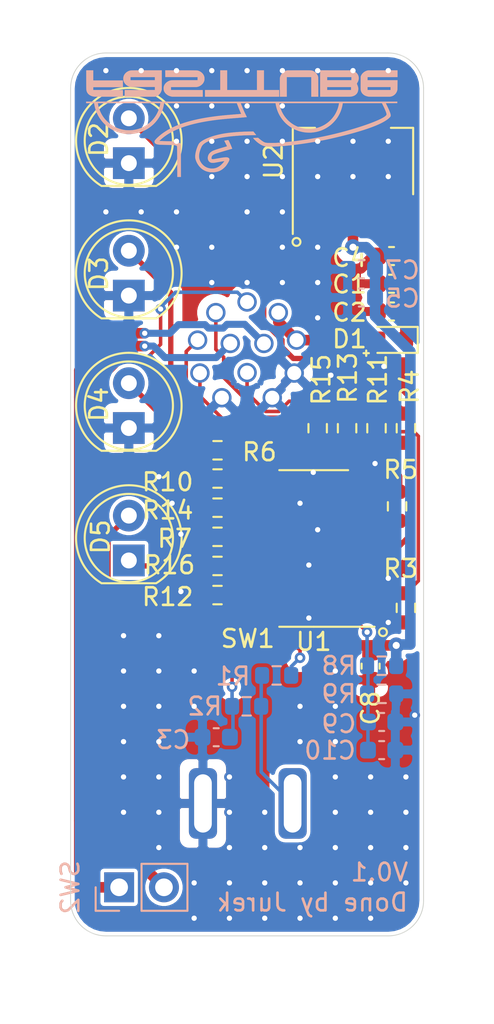
<source format=kicad_pcb>
(kicad_pcb (version 20171130) (host pcbnew "(5.1.12-1-10_14)")

  (general
    (thickness 1.6002)
    (drawings 31)
    (tracks 296)
    (zones 0)
    (modules 36)
    (nets 26)
  )

  (page A4)
  (layers
    (0 Front signal)
    (31 Back signal)
    (32 B.Adhes user)
    (33 F.Adhes user)
    (34 B.Paste user)
    (35 F.Paste user)
    (36 B.SilkS user)
    (37 F.SilkS user)
    (38 B.Mask user)
    (39 F.Mask user)
    (40 Dwgs.User user)
    (41 Cmts.User user)
    (42 Eco1.User user)
    (43 Eco2.User user)
    (44 Edge.Cuts user)
    (45 Margin user)
    (46 B.CrtYd user)
    (47 F.CrtYd user)
    (48 B.Fab user)
    (49 F.Fab user)
  )

  (setup
    (last_trace_width 0.6)
    (user_trace_width 0.2)
    (user_trace_width 0.3)
    (user_trace_width 0.4)
    (user_trace_width 0.6)
    (trace_clearance 0.127)
    (zone_clearance 0.108)
    (zone_45_only no)
    (trace_min 0.127)
    (via_size 0.6)
    (via_drill 0.3)
    (via_min_size 0.6)
    (via_min_drill 0.3)
    (user_via 0.6 0.3)
    (user_via 0.9 0.4)
    (uvia_size 0.6858)
    (uvia_drill 0.3302)
    (uvias_allowed no)
    (uvia_min_size 0.2)
    (uvia_min_drill 0.1)
    (edge_width 0.05)
    (segment_width 0.2)
    (pcb_text_width 0.3)
    (pcb_text_size 1.5 1.5)
    (mod_edge_width 0.12)
    (mod_text_size 1 1)
    (mod_text_width 0.15)
    (pad_size 1.524 1.524)
    (pad_drill 0.762)
    (pad_to_mask_clearance 0)
    (solder_mask_min_width 0.12)
    (aux_axis_origin 80 60)
    (visible_elements FFFFFF7F)
    (pcbplotparams
      (layerselection 0x010fc_ffffffff)
      (usegerberextensions false)
      (usegerberattributes true)
      (usegerberadvancedattributes true)
      (creategerberjobfile true)
      (excludeedgelayer true)
      (linewidth 0.100000)
      (plotframeref false)
      (viasonmask false)
      (mode 1)
      (useauxorigin false)
      (hpglpennumber 1)
      (hpglpenspeed 20)
      (hpglpendiameter 15.000000)
      (psnegative false)
      (psa4output false)
      (plotreference true)
      (plotvalue true)
      (plotinvisibletext false)
      (padsonsilk false)
      (subtractmaskfromsilk false)
      (outputformat 1)
      (mirror false)
      (drillshape 1)
      (scaleselection 1)
      (outputdirectory ""))
  )

  (net 0 "")
  (net 1 GND)
  (net 2 "Net-(C1-Pad1)")
  (net 3 BTN_TS)
  (net 4 +5V)
  (net 5 CLK)
  (net 6 +12V)
  (net 7 "Net-(D2-Pad2)")
  (net 8 "Net-(D3-Pad2)")
  (net 9 "Net-(D4-Pad2)")
  (net 10 "Net-(D5-Pad1)")
  (net 11 ASB_LED)
  (net 12 AMS_LED)
  (net 13 TSOFF_LED)
  (net 14 SDC_IN)
  (net 15 SDC_OUT)
  (net 16 IDM_LED)
  (net 17 "Net-(R1-Pad2)")
  (net 18 "Net-(R6-Pad2)")
  (net 19 "Net-(R10-Pad2)")
  (net 20 "Net-(J1-Pad9)")
  (net 21 "Net-(J1-Pad8)")
  (net 22 "Net-(J1-Pad7)")
  (net 23 "Net-(J1-Pad10)")
  (net 24 "Net-(R4-Pad2)")
  (net 25 "Net-(R16-Pad2)")

  (net_class Default "This is the default net class."
    (clearance 0.127)
    (trace_width 0.127)
    (via_dia 0.6)
    (via_drill 0.3)
    (uvia_dia 0.6858)
    (uvia_drill 0.3302)
    (diff_pair_width 0.1524)
    (diff_pair_gap 0.254)
    (add_net +12V)
    (add_net +5V)
    (add_net AMS_LED)
    (add_net ASB_LED)
    (add_net BTN_TS)
    (add_net CLK)
    (add_net GND)
    (add_net IDM_LED)
    (add_net "Net-(C1-Pad1)")
    (add_net "Net-(D2-Pad2)")
    (add_net "Net-(D3-Pad2)")
    (add_net "Net-(D4-Pad2)")
    (add_net "Net-(D5-Pad1)")
    (add_net "Net-(J1-Pad10)")
    (add_net "Net-(J1-Pad7)")
    (add_net "Net-(J1-Pad8)")
    (add_net "Net-(J1-Pad9)")
    (add_net "Net-(R1-Pad2)")
    (add_net "Net-(R10-Pad2)")
    (add_net "Net-(R16-Pad2)")
    (add_net "Net-(R4-Pad2)")
    (add_net "Net-(R6-Pad2)")
    (add_net SDC_IN)
    (add_net SDC_OUT)
    (add_net TSOFF_LED)
  )

  (module Binder:FTLogo_small (layer Back) (tedit 0) (tstamp 61C8FB15)
    (at 89.7 64)
    (fp_text reference G*** (at 0 0) (layer B.SilkS) hide
      (effects (font (size 1.524 1.524) (thickness 0.3)) (justify mirror))
    )
    (fp_text value LOGO (at 0.75 0) (layer B.SilkS) hide
      (effects (font (size 1.524 1.524) (thickness 0.3)) (justify mirror))
    )
    (fp_poly (pts (xy -6.739467 -1.900767) (xy -8.4201 -1.900767) (xy -8.4201 -2.065867) (xy -6.739467 -2.065867)
      (xy -6.739467 -2.442634) (xy -8.4201 -2.442634) (xy -8.4201 -3.014134) (xy -8.809567 -3.014134)
      (xy -8.809483 -2.479675) (xy -8.809436 -2.397863) (xy -8.809323 -2.321404) (xy -8.809146 -2.250587)
      (xy -8.808907 -2.185701) (xy -8.808609 -2.127034) (xy -8.808253 -2.074875) (xy -8.807843 -2.029514)
      (xy -8.807379 -1.991238) (xy -8.806865 -1.960336) (xy -8.806302 -1.937098) (xy -8.805693 -1.921812)
      (xy -8.805186 -1.915584) (xy -8.79284 -1.854464) (xy -8.773887 -1.798625) (xy -8.748242 -1.747949)
      (xy -8.715821 -1.702321) (xy -8.676538 -1.661627) (xy -8.630309 -1.625749) (xy -8.57705 -1.594573)
      (xy -8.56615 -1.589182) (xy -8.527908 -1.57231) (xy -8.488651 -1.558302) (xy -8.445907 -1.546374)
      (xy -8.397202 -1.535747) (xy -8.396817 -1.535672) (xy -8.391138 -1.53458) (xy -8.385547 -1.533579)
      (xy -8.379669 -1.532664) (xy -8.37313 -1.531831) (xy -8.365554 -1.531074) (xy -8.356566 -1.530389)
      (xy -8.345792 -1.529772) (xy -8.332855 -1.529218) (xy -8.317382 -1.528723) (xy -8.298998 -1.528281)
      (xy -8.277326 -1.527888) (xy -8.251993 -1.527539) (xy -8.222624 -1.527231) (xy -8.188843 -1.526957)
      (xy -8.150275 -1.526714) (xy -8.106546 -1.526498) (xy -8.05728 -1.526302) (xy -8.002103 -1.526123)
      (xy -7.940639 -1.525957) (xy -7.872514 -1.525798) (xy -7.797352 -1.525642) (xy -7.714779 -1.525484)
      (xy -7.624419 -1.52532) (xy -7.544858 -1.525178) (xy -6.739467 -1.52375) (xy -6.739467 -1.900767)) (layer B.SilkS) (width 0.01))
    (fp_poly (pts (xy -5.678055 -1.52402) (xy -5.572957 -1.524079) (xy -5.476101 -1.524178) (xy -5.387374 -1.524317)
      (xy -5.306663 -1.524498) (xy -5.233856 -1.524721) (xy -5.16884 -1.524986) (xy -5.111503 -1.525294)
      (xy -5.061733 -1.525645) (xy -5.019415 -1.526041) (xy -4.984439 -1.526482) (xy -4.956692 -1.526967)
      (xy -4.936061 -1.527499) (xy -4.922433 -1.528077) (xy -4.916439 -1.528582) (xy -4.86056 -1.540206)
      (xy -4.80845 -1.559142) (xy -4.759557 -1.585661) (xy -4.713334 -1.620036) (xy -4.6912 -1.640111)
      (xy -4.64919 -1.685206) (xy -4.613921 -1.733406) (xy -4.584734 -1.785842) (xy -4.560973 -1.843646)
      (xy -4.547271 -1.887707) (xy -4.536083 -1.928284) (xy -4.533655 -3.014134) (xy -5.394202 -3.013598)
      (xy -5.48006 -3.013526) (xy -5.563782 -3.01342) (xy -5.644961 -3.013282) (xy -5.723185 -3.013113)
      (xy -5.798045 -3.012917) (xy -5.869131 -3.012694) (xy -5.936033 -3.012446) (xy -5.998341 -3.012177)
      (xy -6.055644 -3.011887) (xy -6.107534 -3.011578) (xy -6.153599 -3.011254) (xy -6.193431 -3.010915)
      (xy -6.226618 -3.010563) (xy -6.252751 -3.010202) (xy -6.271421 -3.009831) (xy -6.282216 -3.009455)
      (xy -6.284383 -3.009285) (xy -6.345066 -2.997397) (xy -6.404317 -2.977715) (xy -6.461123 -2.950864)
      (xy -6.51447 -2.91747) (xy -6.563346 -2.878159) (xy -6.606736 -2.833556) (xy -6.640019 -2.789767)
      (xy -6.669581 -2.738133) (xy -6.691651 -2.683252) (xy -6.706156 -2.625963) (xy -6.71302 -2.567101)
      (xy -6.71217 -2.507503) (xy -6.704595 -2.455334) (xy -6.307667 -2.455334) (xy -6.307667 -2.637367)
      (xy -4.923367 -2.637367) (xy -4.923367 -2.455334) (xy -6.307667 -2.455334) (xy -6.704595 -2.455334)
      (xy -6.70353 -2.448007) (xy -6.687027 -2.38945) (xy -6.677752 -2.365383) (xy -6.65307 -2.316653)
      (xy -6.621023 -2.270047) (xy -6.582624 -2.226484) (xy -6.538887 -2.186882) (xy -6.490826 -2.152161)
      (xy -6.439457 -2.12324) (xy -6.386078 -2.101134) (xy -6.377711 -2.098261) (xy -6.369952 -2.095643)
      (xy -6.362391 -2.093268) (xy -6.354621 -2.091123) (xy -6.346231 -2.089198) (xy -6.336815 -2.08748)
      (xy -6.325962 -2.085958) (xy -6.313265 -2.084619) (xy -6.298314 -2.083452) (xy -6.280702 -2.082446)
      (xy -6.260018 -2.081588) (xy -6.235855 -2.080866) (xy -6.207804 -2.080269) (xy -6.175456 -2.079785)
      (xy -6.138403 -2.079403) (xy -6.096235 -2.079109) (xy -6.048544 -2.078893) (xy -5.994922 -2.078743)
      (xy -5.934959 -2.078647) (xy -5.868248 -2.078593) (xy -5.794379 -2.07857) (xy -5.712943 -2.078565)
      (xy -5.623533 -2.078567) (xy -4.923367 -2.078567) (xy -4.923367 -1.900767) (xy -6.633633 -1.900767)
      (xy -6.633633 -1.524) (xy -5.791506 -1.524) (xy -5.678055 -1.52402)) (layer B.SilkS) (width 0.01))
    (fp_poly (pts (xy -2.215048 -1.711237) (xy -2.21615 -1.89865) (xy -4.0132 -1.900786) (xy -4.0132 -2.0701)
      (xy -3.305064 -2.0701) (xy -3.200522 -2.070128) (xy -3.103591 -2.07021) (xy -3.014343 -2.070346)
      (xy -2.932851 -2.070536) (xy -2.859186 -2.07078) (xy -2.793422 -2.071077) (xy -2.735629 -2.071426)
      (xy -2.685881 -2.071827) (xy -2.644249 -2.07228) (xy -2.610805 -2.072784) (xy -2.585623 -2.073339)
      (xy -2.568773 -2.073945) (xy -2.561056 -2.074499) (xy -2.497636 -2.08613) (xy -2.436615 -2.104968)
      (xy -2.379444 -2.130519) (xy -2.354181 -2.144789) (xy -2.297663 -2.183384) (xy -2.248416 -2.226095)
      (xy -2.206515 -2.272825) (xy -2.172034 -2.323477) (xy -2.145049 -2.377956) (xy -2.125633 -2.436165)
      (xy -2.124322 -2.441334) (xy -2.11867 -2.472497) (xy -2.11537 -2.508993) (xy -2.114421 -2.548021)
      (xy -2.115822 -2.586779) (xy -2.119575 -2.622466) (xy -2.124322 -2.647133) (xy -2.143149 -2.706044)
      (xy -2.169423 -2.760949) (xy -2.203054 -2.811705) (xy -2.243955 -2.858171) (xy -2.268955 -2.88136)
      (xy -2.317317 -2.919519) (xy -2.36651 -2.95053) (xy -2.418408 -2.975345) (xy -2.474891 -2.994914)
      (xy -2.512483 -3.004701) (xy -2.516461 -3.005496) (xy -2.521514 -3.00623) (xy -2.527983 -3.006907)
      (xy -2.536211 -3.007529) (xy -2.546541 -3.008099) (xy -2.559314 -3.008621) (xy -2.574873 -3.009098)
      (xy -2.59356 -3.009531) (xy -2.615716 -3.009926) (xy -2.641684 -3.010284) (xy -2.671807 -3.010609)
      (xy -2.706426 -3.010903) (xy -2.745884 -3.01117) (xy -2.790522 -3.011413) (xy -2.840683 -3.011635)
      (xy -2.896709 -3.011839) (xy -2.958942 -3.012027) (xy -3.027725 -3.012204) (xy -3.103399 -3.012371)
      (xy -3.186307 -3.012533) (xy -3.27679 -3.012692) (xy -3.375192 -3.012851) (xy -3.438569 -3.012949)
      (xy -4.335022 -3.014305) (xy -4.333919 -2.826894) (xy -4.332817 -2.639484) (xy -3.417274 -2.638416)
      (xy -2.501732 -2.637348) (xy -2.502874 -2.547399) (xy -2.504017 -2.45745) (xy -3.253317 -2.455183)
      (xy -3.347099 -2.454895) (xy -3.432795 -2.454622) (xy -3.510788 -2.454358) (xy -3.581459 -2.454099)
      (xy -3.645188 -2.45384) (xy -3.702357 -2.453577) (xy -3.753348 -2.453303) (xy -3.798542 -2.453016)
      (xy -3.838321 -2.452709) (xy -3.873065 -2.452378) (xy -3.903156 -2.452019) (xy -3.928976 -2.451626)
      (xy -3.950905 -2.451194) (xy -3.969326 -2.45072) (xy -3.98462 -2.450197) (xy -3.997168 -2.449622)
      (xy -4.007351 -2.448989) (xy -4.01555 -2.448294) (xy -4.022148 -2.447531) (xy -4.027526 -2.446697)
      (xy -4.032064 -2.445786) (xy -4.033858 -2.445368) (xy -4.095242 -2.426808) (xy -4.15364 -2.401785)
      (xy -4.208317 -2.370894) (xy -4.258535 -2.334733) (xy -4.303558 -2.293899) (xy -4.342648 -2.248988)
      (xy -4.37507 -2.200597) (xy -4.400086 -2.149324) (xy -4.40044 -2.148437) (xy -4.413721 -2.109434)
      (xy -4.42232 -2.069924) (xy -4.426597 -2.027565) (xy -4.426912 -1.980014) (xy -4.426814 -1.976967)
      (xy -4.423282 -1.928269) (xy -4.415819 -1.885217) (xy -4.403753 -1.845644) (xy -4.386413 -1.807383)
      (xy -4.363126 -1.768266) (xy -4.361317 -1.765532) (xy -4.332183 -1.727563) (xy -4.296118 -1.690153)
      (xy -4.25463 -1.654573) (xy -4.209224 -1.622095) (xy -4.161407 -1.593992) (xy -4.153042 -1.589688)
      (xy -4.121837 -1.575647) (xy -4.085088 -1.561837) (xy -4.045683 -1.549234) (xy -4.006511 -1.53881)
      (xy -3.993157 -1.535807) (xy -3.947583 -1.526117) (xy -2.213945 -1.523823) (xy -2.215048 -1.711237)) (layer B.SilkS) (width 0.01))
    (fp_poly (pts (xy 2.116667 -1.900767) (xy 1.253067 -1.900767) (xy 1.253067 -3.014134) (xy 0.8636 -3.014134)
      (xy 0.8636 -1.900767) (xy -0.829734 -1.900767) (xy -0.829734 -3.014134) (xy -1.2192 -3.014134)
      (xy -1.2192 -1.900767) (xy -2.0828 -1.900767) (xy -2.0828 -1.524) (xy 2.116667 -1.524)
      (xy 2.116667 -1.900767)) (layer B.SilkS) (width 0.01))
    (fp_poly (pts (xy 2.548467 -2.637367) (xy 3.941233 -2.637367) (xy 3.941233 -1.524) (xy 4.330998 -1.524)
      (xy 4.329632 -2.077509) (xy 4.328267 -2.631017) (xy 4.31873 -2.667) (xy 4.301741 -2.715767)
      (xy 4.277243 -2.763933) (xy 4.246183 -2.810501) (xy 4.20951 -2.854475) (xy 4.168172 -2.894859)
      (xy 4.123115 -2.930656) (xy 4.075289 -2.96087) (xy 4.02564 -2.984504) (xy 4.011657 -2.989766)
      (xy 4.002832 -2.992919) (xy 3.994702 -2.995787) (xy 3.98685 -2.998385) (xy 3.978859 -3.000726)
      (xy 3.970312 -3.002822) (xy 3.960792 -3.004686) (xy 3.949881 -3.006332) (xy 3.937162 -3.007772)
      (xy 3.922218 -3.009021) (xy 3.904631 -3.010089) (xy 3.883985 -3.010992) (xy 3.859862 -3.011742)
      (xy 3.831844 -3.012351) (xy 3.799515 -3.012834) (xy 3.762458 -3.013202) (xy 3.720254 -3.01347)
      (xy 3.672487 -3.013649) (xy 3.61874 -3.013754) (xy 3.558595 -3.013798) (xy 3.491635 -3.013792)
      (xy 3.417442 -3.013751) (xy 3.335601 -3.013687) (xy 3.249587 -3.013617) (xy 3.17527 -3.013536)
      (xy 3.103009 -3.013413) (xy 3.033283 -3.01325) (xy 2.966569 -3.013051) (xy 2.903346 -3.012818)
      (xy 2.844092 -3.012554) (xy 2.789284 -3.012263) (xy 2.7394 -3.011946) (xy 2.69492 -3.011608)
      (xy 2.656319 -3.01125) (xy 2.624077 -3.010876) (xy 2.598671 -3.010489) (xy 2.58058 -3.010091)
      (xy 2.57028 -3.009685) (xy 2.568419 -3.009517) (xy 2.523908 -2.999652) (xy 2.477647 -2.983253)
      (xy 2.431829 -2.961278) (xy 2.388645 -2.934684) (xy 2.375515 -2.925185) (xy 2.350501 -2.904598)
      (xy 2.323435 -2.879377) (xy 2.296295 -2.851597) (xy 2.27106 -2.823334) (xy 2.249707 -2.796663)
      (xy 2.240255 -2.783302) (xy 2.212272 -2.736904) (xy 2.190604 -2.690553) (xy 2.173791 -2.640941)
      (xy 2.168344 -2.620434) (xy 2.16733 -2.615671) (xy 2.166415 -2.609667) (xy 2.165593 -2.601973)
      (xy 2.164857 -2.59214) (xy 2.164201 -2.579717) (xy 2.163618 -2.564256) (xy 2.1631 -2.545307)
      (xy 2.162643 -2.522422) (xy 2.162239 -2.495149) (xy 2.161882 -2.463041) (xy 2.161565 -2.425648)
      (xy 2.161281 -2.38252) (xy 2.161024 -2.333209) (xy 2.160787 -2.277265) (xy 2.160564 -2.214238)
      (xy 2.160349 -2.143679) (xy 2.160133 -2.065139) (xy 2.160116 -2.058459) (xy 2.158721 -1.524)
      (xy 2.548467 -1.524) (xy 2.548467 -2.637367)) (layer B.SilkS) (width 0.01))
    (fp_poly (pts (xy 5.303308 -1.525066) (xy 5.404741 -1.525212) (xy 5.498076 -1.525342) (xy 5.583682 -1.525466)
      (xy 5.66193 -1.525592) (xy 5.733189 -1.52573) (xy 5.797827 -1.52589) (xy 5.856214 -1.52608)
      (xy 5.908719 -1.526311) (xy 5.955712 -1.526592) (xy 5.997562 -1.526933) (xy 6.034637 -1.527341)
      (xy 6.067308 -1.527828) (xy 6.095943 -1.528403) (xy 6.120912 -1.529075) (xy 6.142584 -1.529853)
      (xy 6.161328 -1.530747) (xy 6.177513 -1.531766) (xy 6.19151 -1.53292) (xy 6.203687 -1.534218)
      (xy 6.214412 -1.53567) (xy 6.224057 -1.537285) (xy 6.232989 -1.539073) (xy 6.241579 -1.541042)
      (xy 6.250194 -1.543203) (xy 6.259206 -1.545565) (xy 6.268982 -1.548137) (xy 6.275916 -1.549925)
      (xy 6.333192 -1.568234) (xy 6.386274 -1.592712) (xy 6.434503 -1.622864) (xy 6.477222 -1.658194)
      (xy 6.51377 -1.698207) (xy 6.543489 -1.742407) (xy 6.551187 -1.756834) (xy 6.569847 -1.801107)
      (xy 6.584159 -1.849957) (xy 6.593772 -1.901123) (xy 6.598339 -1.952343) (xy 6.597508 -2.001357)
      (xy 6.593729 -2.032) (xy 6.586533 -2.065089) (xy 6.575746 -2.10347) (xy 6.562024 -2.14511)
      (xy 6.546022 -2.187975) (xy 6.53445 -2.216132) (xy 6.515189 -2.261222) (xy 6.538381 -2.300628)
      (xy 6.57109 -2.361978) (xy 6.596198 -2.421849) (xy 6.613596 -2.479897) (xy 6.623173 -2.535779)
      (xy 6.625166 -2.57378) (xy 6.621089 -2.632474) (xy 6.609018 -2.688764) (xy 6.589195 -2.742213)
      (xy 6.561862 -2.792381) (xy 6.527261 -2.83883) (xy 6.485634 -2.88112) (xy 6.437223 -2.918812)
      (xy 6.433635 -2.921234) (xy 6.393601 -2.946307) (xy 6.355596 -2.96615) (xy 6.316718 -2.982011)
      (xy 6.274064 -2.995139) (xy 6.245199 -3.002282) (xy 6.20395 -3.01176) (xy 4.445 -3.014308)
      (xy 4.445 -2.637367) (xy 4.834466 -2.637367) (xy 6.214702 -2.637367) (xy 6.213559 -2.547409)
      (xy 6.212416 -2.45745) (xy 4.834466 -2.455308) (xy 4.834466 -2.637367) (xy 4.445 -2.637367)
      (xy 4.445 -1.900767) (xy 4.834466 -1.900767) (xy 4.834466 -2.0701) (xy 6.193366 -2.0701)
      (xy 6.193366 -1.900767) (xy 4.834466 -1.900767) (xy 4.445 -1.900767) (xy 4.445 -1.523783)
      (xy 5.303308 -1.525066)) (layer B.SilkS) (width 0.01))
    (fp_poly (pts (xy 8.128357 -1.524483) (xy 8.177823 -1.524573) (xy 8.22152 -1.524757) (xy 8.259897 -1.525046)
      (xy 8.293403 -1.525451) (xy 8.322488 -1.52598) (xy 8.347602 -1.526646) (xy 8.369193 -1.527458)
      (xy 8.387713 -1.528427) (xy 8.403609 -1.529563) (xy 8.417332 -1.530877) (xy 8.429331 -1.532378)
      (xy 8.440055 -1.534078) (xy 8.449955 -1.535987) (xy 8.459479 -1.538114) (xy 8.469078 -1.540471)
      (xy 8.471537 -1.541096) (xy 8.528233 -1.559859) (xy 8.581855 -1.586097) (xy 8.631715 -1.619159)
      (xy 8.677121 -1.658395) (xy 8.717385 -1.703157) (xy 8.751816 -1.752792) (xy 8.779725 -1.806653)
      (xy 8.794682 -1.84553) (xy 8.799549 -1.86026) (xy 8.803729 -1.873555) (xy 8.807279 -1.886175)
      (xy 8.810256 -1.898884) (xy 8.812718 -1.912442) (xy 8.814721 -1.927613) (xy 8.816321 -1.945158)
      (xy 8.817578 -1.96584) (xy 8.818546 -1.990419) (xy 8.819283 -2.019659) (xy 8.819847 -2.054321)
      (xy 8.820294 -2.095168) (xy 8.820681 -2.142961) (xy 8.821063 -2.198159) (xy 8.822798 -2.455334)
      (xy 7.1247 -2.455334) (xy 7.1247 -2.637367) (xy 8.822267 -2.637367) (xy 8.822267 -3.014134)
      (xy 7.995708 -3.013456) (xy 7.912475 -3.01338) (xy 7.831394 -3.013289) (xy 7.75288 -3.013186)
      (xy 7.677348 -3.013072) (xy 7.605215 -3.012947) (xy 7.536895 -3.012812) (xy 7.472804 -3.012669)
      (xy 7.413357 -3.012519) (xy 7.35897 -3.012363) (xy 7.310057 -3.012202) (xy 7.267035 -3.012038)
      (xy 7.230318 -3.011871) (xy 7.200322 -3.011702) (xy 7.177462 -3.011533) (xy 7.162154 -3.011365)
      (xy 7.154813 -3.011199) (xy 7.154333 -3.011165) (xy 7.112828 -3.003661) (xy 7.068363 -2.990269)
      (xy 7.023112 -2.971837) (xy 6.979248 -2.94921) (xy 6.952369 -2.932559) (xy 6.898841 -2.892996)
      (xy 6.85233 -2.850512) (xy 6.813127 -2.805471) (xy 6.781527 -2.758237) (xy 6.757822 -2.709176)
      (xy 6.746827 -2.676625) (xy 6.745131 -2.670454) (xy 6.743653 -2.664375) (xy 6.742375 -2.657781)
      (xy 6.741278 -2.65007) (xy 6.740345 -2.640633) (xy 6.739559 -2.628868) (xy 6.738903 -2.614167)
      (xy 6.738357 -2.595927) (xy 6.737906 -2.573541) (xy 6.73753 -2.546405) (xy 6.737214 -2.513912)
      (xy 6.736938 -2.475459) (xy 6.736686 -2.430439) (xy 6.73644 -2.378247) (xy 6.736182 -2.318278)
      (xy 6.736144 -2.309284) (xy 6.735891 -2.242989) (xy 6.735738 -2.184543) (xy 6.735708 -2.133324)
      (xy 6.735823 -2.088713) (xy 6.736105 -2.050092) (xy 6.736577 -2.016841) (xy 6.737262 -1.988341)
      (xy 6.73818 -1.963973) (xy 6.739356 -1.943117) (xy 6.740811 -1.925155) (xy 6.742568 -1.909466)
      (xy 6.743858 -1.900767) (xy 7.1247 -1.900767) (xy 7.1247 -2.074334) (xy 8.4328 -2.074334)
      (xy 8.4328 -1.900767) (xy 7.1247 -1.900767) (xy 6.743858 -1.900767) (xy 6.744649 -1.895433)
      (xy 6.747077 -1.882435) (xy 6.749873 -1.869853) (xy 6.752404 -1.85962) (xy 6.760472 -1.834117)
      (xy 6.772097 -1.805152) (xy 6.785882 -1.775728) (xy 6.800428 -1.74885) (xy 6.813018 -1.729317)
      (xy 6.83974 -1.697181) (xy 6.872649 -1.665183) (xy 6.909616 -1.635034) (xy 6.948508 -1.608444)
      (xy 6.987195 -1.587123) (xy 6.994356 -1.583804) (xy 7.031154 -1.569084) (xy 7.073199 -1.555252)
      (xy 7.11727 -1.54329) (xy 7.151782 -1.535736) (xy 7.158535 -1.534459) (xy 7.165174 -1.533306)
      (xy 7.172153 -1.53227) (xy 7.179923 -1.531343) (xy 7.188935 -1.530518) (xy 7.199644 -1.529786)
      (xy 7.212499 -1.52914) (xy 7.227955 -1.528573) (xy 7.246462 -1.528076) (xy 7.268473 -1.527642)
      (xy 7.294439 -1.527264) (xy 7.324814 -1.526933) (xy 7.36005 -1.526643) (xy 7.400597 -1.526384)
      (xy 7.446909 -1.52615) (xy 7.499438 -1.525933) (xy 7.558635 -1.525725) (xy 7.624954 -1.525519)
      (xy 7.698845 -1.525307) (xy 7.77875 -1.525086) (xy 7.863806 -1.52486) (xy 7.940846 -1.524676)
      (xy 8.010318 -1.524545) (xy 8.072672 -1.524477) (xy 8.128357 -1.524483)) (layer B.SilkS) (width 0.01))
    (fp_poly (pts (xy -3.451187 2.100792) (xy -3.452283 1.183217) (xy -3.464804 1.160613) (xy -3.484268 1.133139)
      (xy -3.510671 1.108646) (xy -3.544212 1.087043) (xy -3.585091 1.068234) (xy -3.633508 1.052125)
      (xy -3.689662 1.038623) (xy -3.744529 1.028988) (xy -3.775812 1.024537) (xy -3.807662 1.020573)
      (xy -3.840852 1.017051) (xy -3.876152 1.013928) (xy -3.914335 1.011157) (xy -3.956173 1.008697)
      (xy -4.002439 1.006501) (xy -4.053903 1.004527) (xy -4.111337 1.002728) (xy -4.175515 1.001063)
      (xy -4.247207 0.999485) (xy -4.265083 0.999125) (xy -4.313643 0.998096) (xy -4.362106 0.996944)
      (xy -4.409723 0.995696) (xy -4.455747 0.994378) (xy -4.499428 0.993018) (xy -4.540018 0.991643)
      (xy -4.576767 0.990278) (xy -4.608927 0.98895) (xy -4.635748 0.987687) (xy -4.656483 0.986516)
      (xy -4.670383 0.985462) (xy -4.676698 0.984553) (xy -4.676968 0.98441) (xy -4.674565 0.981119)
      (xy -4.666678 0.973045) (xy -4.654186 0.96099) (xy -4.637971 0.945754) (xy -4.618913 0.928137)
      (xy -4.597891 0.908941) (xy -4.575787 0.888966) (xy -4.553481 0.869013) (xy -4.531853 0.849883)
      (xy -4.511784 0.832376) (xy -4.494154 0.817293) (xy -4.4831 0.808085) (xy -4.374756 0.723902)
      (xy -4.259229 0.643006) (xy -4.136474 0.565383) (xy -4.006444 0.491016) (xy -3.869094 0.419887)
      (xy -3.724378 0.351982) (xy -3.572249 0.287284) (xy -3.412661 0.225777) (xy -3.24557 0.167443)
      (xy -3.070928 0.112268) (xy -2.88869 0.060234) (xy -2.698809 0.011326) (xy -2.50124 -0.034473)
      (xy -2.295937 -0.07718) (xy -2.082853 -0.116809) (xy -1.861944 -0.153379) (xy -1.699684 -0.177585)
      (xy -1.623759 -0.188241) (xy -1.548568 -0.198425) (xy -1.473485 -0.208198) (xy -1.397887 -0.217626)
      (xy -1.321148 -0.226771) (xy -1.242643 -0.235697) (xy -1.161748 -0.244469) (xy -1.077837 -0.253148)
      (xy -0.990287 -0.2618) (xy -0.898471 -0.270487) (xy -0.801766 -0.279274) (xy -0.699546 -0.288223)
      (xy -0.591186 -0.297398) (xy -0.476063 -0.306864) (xy -0.35355 -0.316683) (xy -0.262467 -0.323846)
      (xy -0.209675 -0.328002) (xy -0.156323 -0.332263) (xy -0.103087 -0.33657) (xy -0.05064 -0.340867)
      (xy 0.000345 -0.345095) (xy 0.049194 -0.349196) (xy 0.095234 -0.353113) (xy 0.13779 -0.356788)
      (xy 0.17619 -0.360162) (xy 0.209758 -0.363178) (xy 0.237822 -0.365778) (xy 0.259709 -0.367904)
      (xy 0.274743 -0.369499) (xy 0.282252 -0.370504) (xy 0.282982 -0.370709) (xy 0.281507 -0.374645)
      (xy 0.276661 -0.385303) (xy 0.268855 -0.401828) (xy 0.2585 -0.423368) (xy 0.246006 -0.449067)
      (xy 0.231782 -0.478073) (xy 0.216623 -0.508761) (xy 0.175531 -0.592981) (xy 0.137955 -0.672928)
      (xy 0.102659 -0.751335) (xy 0.068408 -0.830935) (xy 0.039451 -0.900943) (xy 0.028559 -0.927913)
      (xy 0.016844 -0.957263) (xy 0.00471 -0.987953) (xy -0.007443 -1.01894) (xy -0.019211 -1.049183)
      (xy -0.030193 -1.07764) (xy -0.039986 -1.103269) (xy -0.048188 -1.125029) (xy -0.054397 -1.141879)
      (xy -0.058209 -1.152777) (xy -0.059267 -1.156564) (xy -0.055095 -1.156874) (xy -0.042828 -1.157176)
      (xy -0.022836 -1.157469) (xy 0.004509 -1.157752) (xy 0.038837 -1.158024) (xy 0.079777 -1.158282)
      (xy 0.126958 -1.158527) (xy 0.180008 -1.158757) (xy 0.238558 -1.158969) (xy 0.302234 -1.159165)
      (xy 0.370668 -1.159341) (xy 0.443487 -1.159496) (xy 0.520321 -1.15963) (xy 0.600799 -1.159742)
      (xy 0.68455 -1.159829) (xy 0.771202 -1.15989) (xy 0.860385 -1.159925) (xy 0.928729 -1.159933)
      (xy 1.916724 -1.159933) (xy 2.120739 -1.159933) (xy 5.5118 -1.159933) (xy 5.511769 -1.148292)
      (xy 5.510733 -1.137054) (xy 5.507874 -1.11907) (xy 5.503507 -1.095788) (xy 5.497948 -1.068652)
      (xy 5.491513 -1.039112) (xy 5.484516 -1.008611) (xy 5.477274 -0.978598) (xy 5.470102 -0.950519)
      (xy 5.463315 -0.925821) (xy 5.463063 -0.924947) (xy 5.433513 -0.833783) (xy 5.39763 -0.741855)
      (xy 5.356313 -0.651037) (xy 5.310465 -0.563205) (xy 5.260988 -0.480232) (xy 5.219643 -0.418953)
      (xy 5.144945 -0.321537) (xy 5.064784 -0.230532) (xy 4.979379 -0.146079) (xy 4.88895 -0.068316)
      (xy 4.793715 0.002619) (xy 4.693893 0.066584) (xy 4.589703 0.123442) (xy 4.481363 0.173054)
      (xy 4.369093 0.215279) (xy 4.253112 0.24998) (xy 4.133639 0.277017) (xy 4.12115 0.279359)
      (xy 4.085572 0.285657) (xy 4.053263 0.290744) (xy 4.022649 0.294739) (xy 3.99216 0.297762)
      (xy 3.960224 0.299932) (xy 3.925269 0.301369) (xy 3.885723 0.302191) (xy 3.840016 0.30252)
      (xy 3.81635 0.302538) (xy 3.763767 0.302247) (xy 3.717937 0.301352) (xy 3.677158 0.299698)
      (xy 3.639726 0.297128) (xy 3.60394 0.293486) (xy 3.568098 0.288616) (xy 3.530498 0.282361)
      (xy 3.489436 0.274565) (xy 3.470931 0.270831) (xy 3.355463 0.242991) (xy 3.243225 0.207522)
      (xy 3.134505 0.16472) (xy 3.029594 0.114881) (xy 2.928782 0.0583) (xy 2.83236 -0.004727)
      (xy 2.740617 -0.073903) (xy 2.653843 -0.148935) (xy 2.572329 -0.229525) (xy 2.496364 -0.315378)
      (xy 2.42624 -0.406198) (xy 2.362245 -0.50169) (xy 2.304671 -0.601557) (xy 2.253807 -0.705504)
      (xy 2.209943 -0.813236) (xy 2.17337 -0.924456) (xy 2.144378 -1.038869) (xy 2.13372 -1.0922)
      (xy 2.129993 -1.112413) (xy 2.126649 -1.13031) (xy 2.124081 -1.143807) (xy 2.122769 -1.150408)
      (xy 2.120739 -1.159933) (xy 1.916724 -1.159933) (xy 1.919672 -1.135592) (xy 1.921574 -1.122044)
      (xy 1.924637 -1.102664) (xy 1.928452 -1.079938) (xy 1.932612 -1.056354) (xy 1.933021 -1.0541)
      (xy 1.959536 -0.931832) (xy 1.994003 -0.812082) (xy 2.036191 -0.6952) (xy 2.085866 -0.58154)
      (xy 2.142797 -0.471453) (xy 2.206751 -0.365293) (xy 2.277495 -0.263409) (xy 2.354796 -0.166156)
      (xy 2.438423 -0.073885) (xy 2.528143 0.013052) (xy 2.623724 0.094302) (xy 2.724932 0.169515)
      (xy 2.753783 0.189134) (xy 2.861211 0.255715) (xy 2.972491 0.314773) (xy 3.087512 0.366267)
      (xy 3.206161 0.410156) (xy 3.328328 0.446398) (xy 3.453899 0.474952) (xy 3.582147 0.495696)
      (xy 3.614473 0.499145) (xy 3.653446 0.502071) (xy 3.697257 0.504434) (xy 3.744101 0.506197)
      (xy 3.79217 0.507319) (xy 3.839657 0.507762) (xy 3.884756 0.507487) (xy 3.92566 0.506454)
      (xy 3.960561 0.504624) (xy 3.968052 0.504045) (xy 4.097495 0.489253) (xy 4.22346 0.466765)
      (xy 4.346074 0.436531) (xy 4.46546 0.3985) (xy 4.581745 0.352624) (xy 4.695053 0.298853)
      (xy 4.805511 0.237135) (xy 4.913242 0.167422) (xy 5.018374 0.089663) (xy 5.0292 0.081083)
      (xy 5.084253 0.034606) (xy 5.141077 -0.018149) (xy 5.198224 -0.075628) (xy 5.254249 -0.136279)
      (xy 5.307706 -0.198546) (xy 5.357148 -0.260876) (xy 5.392342 -0.309033) (xy 5.427945 -0.362348)
      (xy 5.463975 -0.421014) (xy 5.499256 -0.482872) (xy 5.532614 -0.545761) (xy 5.562872 -0.60752)
      (xy 5.588857 -0.665989) (xy 5.596091 -0.683683) (xy 5.628236 -0.770619) (xy 5.657019 -0.861363)
      (xy 5.681666 -0.953159) (xy 5.701407 -1.04325) (xy 5.709468 -1.088451) (xy 5.721135 -1.159933)
      (xy 7.941699 -1.159933) (xy 7.992632 -1.058136) (xy 8.03456 -0.973127) (xy 8.071809 -0.895043)
      (xy 8.10442 -0.823783) (xy 8.132436 -0.759245) (xy 8.155899 -0.701325) (xy 8.174851 -0.649923)
      (xy 8.189336 -0.604937) (xy 8.199394 -0.566264) (xy 8.202023 -0.553425) (xy 8.208977 -0.516299)
      (xy 8.198525 -0.493469) (xy 8.184803 -0.470692) (xy 8.163788 -0.446508) (xy 8.135341 -0.420817)
      (xy 8.099325 -0.393521) (xy 8.055605 -0.364521) (xy 8.004042 -0.333717) (xy 7.944499 -0.301011)
      (xy 7.8994 -0.277643) (xy 7.812772 -0.235224) (xy 7.718194 -0.191777) (xy 7.616103 -0.147437)
      (xy 7.506934 -0.102336) (xy 7.391125 -0.056608) (xy 7.269112 -0.010387) (xy 7.141331 0.036196)
      (xy 7.00822 0.083006) (xy 6.870214 0.129911) (xy 6.727751 0.176777) (xy 6.581267 0.22347)
      (xy 6.431198 0.269858) (xy 6.277982 0.315808) (xy 6.122054 0.361186) (xy 5.963851 0.405859)
      (xy 5.80381 0.449693) (xy 5.642368 0.492556) (xy 5.47996 0.534315) (xy 5.317024 0.574835)
      (xy 5.153996 0.613985) (xy 4.991313 0.65163) (xy 4.829411 0.687637) (xy 4.668726 0.721873)
      (xy 4.5339 0.749388) (xy 4.34411 0.78634) (xy 4.152329 0.821778) (xy 3.9593 0.855605)
      (xy 3.765769 0.887722) (xy 3.572478 0.918031) (xy 3.380172 0.946434) (xy 3.189594 0.972833)
      (xy 3.001488 0.997129) (xy 2.816599 1.019225) (xy 2.635671 1.039022) (xy 2.459446 1.056422)
      (xy 2.28867 1.071326) (xy 2.124086 1.083637) (xy 1.966438 1.093257) (xy 1.905 1.096352)
      (xy 1.870435 1.09771) (xy 1.830895 1.098799) (xy 1.787697 1.099621) (xy 1.74216 1.100175)
      (xy 1.695601 1.100462) (xy 1.649336 1.100482) (xy 1.604685 1.100234) (xy 1.562964 1.09972)
      (xy 1.525491 1.098939) (xy 1.493583 1.097892) (xy 1.468559 1.096579) (xy 1.464521 1.096286)
      (xy 1.419944 1.092341) (xy 1.382293 1.087744) (xy 1.350031 1.082152) (xy 1.321621 1.075219)
      (xy 1.29553 1.066599) (xy 1.270219 1.055947) (xy 1.2573 1.049713) (xy 1.231727 1.035661)
      (xy 1.200924 1.016645) (xy 1.16592 0.993399) (xy 1.127745 0.966662) (xy 1.087428 0.937167)
      (xy 1.045999 0.905652) (xy 1.004487 0.872854) (xy 0.967317 0.842351) (xy 0.92075 0.803396)
      (xy 0.867833 0.805906) (xy 0.845801 0.806886) (xy 0.817918 0.808027) (xy 0.786798 0.809228)
      (xy 0.755051 0.810388) (xy 0.731308 0.811207) (xy 0.705748 0.812236) (xy 0.683344 0.813474)
      (xy 0.66537 0.814823) (xy 0.653102 0.816184) (xy 0.647813 0.817459) (xy 0.6477 0.817654)
      (xy 0.65049 0.82282) (xy 0.658263 0.833049) (xy 0.670118 0.847313) (xy 0.685158 0.864583)
      (xy 0.702482 0.883833) (xy 0.721193 0.904033) (xy 0.740391 0.924156) (xy 0.744616 0.928496)
      (xy 0.804564 0.986608) (xy 0.86766 1.041717) (xy 0.932718 1.092962) (xy 0.998553 1.139482)
      (xy 1.063979 1.180417) (xy 1.12781 1.214906) (xy 1.160004 1.230018) (xy 1.193048 1.244206)
      (xy 1.224103 1.256396) (xy 1.254129 1.266733) (xy 1.284088 1.275362) (xy 1.314942 1.282426)
      (xy 1.347649 1.288069) (xy 1.383173 1.292436) (xy 1.422474 1.295671) (xy 1.466512 1.297918)
      (xy 1.51625 1.299321) (xy 1.572647 1.300024) (xy 1.62779 1.300179) (xy 1.739034 1.298988)
      (xy 1.857861 1.29555) (xy 1.98371 1.289938) (xy 2.116022 1.282225) (xy 2.254237 1.272485)
      (xy 2.397794 1.260791) (xy 2.546133 1.247214) (xy 2.698695 1.23183) (xy 2.854919 1.214709)
      (xy 3.014245 1.195926) (xy 3.176113 1.175554) (xy 3.339964 1.153666) (xy 3.505237 1.130334)
      (xy 3.671372 1.105631) (xy 3.837809 1.079632) (xy 4.003988 1.052408) (xy 4.169349 1.024033)
      (xy 4.333332 0.99458) (xy 4.495377 0.964122) (xy 4.654923 0.932731) (xy 4.811412 0.900482)
      (xy 4.964282 0.867447) (xy 4.990487 0.86162) (xy 5.027899 0.853178) (xy 5.072411 0.842986)
      (xy 5.1229 0.831308) (xy 5.178244 0.818408) (xy 5.237318 0.804551) (xy 5.299 0.790003)
      (xy 5.362166 0.775028) (xy 5.425694 0.75989) (xy 5.488461 0.744855) (xy 5.549343 0.730187)
      (xy 5.594169 0.719324) (xy 5.805429 0.66708) (xy 6.009088 0.614875) (xy 6.205102 0.562728)
      (xy 6.393428 0.510654) (xy 6.574021 0.458669) (xy 6.746839 0.406791) (xy 6.911837 0.355036)
      (xy 7.068973 0.303421) (xy 7.218203 0.251961) (xy 7.359483 0.200674) (xy 7.49277 0.149576)
      (xy 7.618021 0.098684) (xy 7.735191 0.048014) (xy 7.844237 -0.002417) (xy 7.945116 -0.052594)
      (xy 8.037785 -0.102498) (xy 8.122199 -0.152114) (xy 8.198315 -0.201425) (xy 8.266091 -0.250414)
      (xy 8.325481 -0.299066) (xy 8.362023 -0.332894) (xy 8.386347 -0.357698) (xy 8.404571 -0.378711)
      (xy 8.417523 -0.397012) (xy 8.426032 -0.413676) (xy 8.427895 -0.418674) (xy 8.431204 -0.434953)
      (xy 8.432605 -0.457004) (xy 8.432166 -0.482363) (xy 8.429954 -0.50857) (xy 8.426037 -0.533161)
      (xy 8.424565 -0.53975) (xy 8.413422 -0.579892) (xy 8.397744 -0.626769) (xy 8.37751 -0.680427)
      (xy 8.352703 -0.740909) (xy 8.323302 -0.808261) (xy 8.28929 -0.882527) (xy 8.250646 -0.963751)
      (xy 8.207351 -1.051979) (xy 8.195604 -1.075525) (xy 8.153386 -1.159881) (xy 8.480418 -1.160966)
      (xy 8.80745 -1.16205) (xy 8.808661 -1.203325) (xy 8.809873 -1.2446) (xy -8.818033 -1.2446)
      (xy -8.818033 -1.159933) (xy -8.361927 -1.159933) (xy -8.157795 -1.159933) (xy -4.611273 -1.159933)
      (xy -4.617035 -1.122892) (xy -4.633933 -1.032371) (xy -4.656748 -0.938997) (xy -4.684849 -0.84528)
      (xy -4.693073 -0.820788) (xy -4.736651 -0.706869) (xy -4.787766 -0.596619) (xy -4.846171 -0.490375)
      (xy -4.911618 -0.388478) (xy -4.983859 -0.291267) (xy -5.062647 -0.199081) (xy -5.147733 -0.11226)
      (xy -5.238872 -0.031143) (xy -5.310717 0.025501) (xy -5.410759 0.095333) (xy -5.513934 0.157491)
      (xy -5.620466 0.212064) (xy -5.730579 0.25914) (xy -5.844496 0.298807) (xy -5.962441 0.331154)
      (xy -6.084639 0.356269) (xy -6.184942 0.371132) (xy -6.213848 0.373931) (xy -6.249454 0.376124)
      (xy -6.290113 0.377711) (xy -6.334179 0.378692) (xy -6.380004 0.379065) (xy -6.425941 0.378832)
      (xy -6.470344 0.37799) (xy -6.511565 0.376541) (xy -6.547959 0.374483) (xy -6.577876 0.371817)
      (xy -6.582833 0.371224) (xy -6.643953 0.362852) (xy -6.699671 0.353713) (xy -6.753054 0.343244)
      (xy -6.807164 0.330883) (xy -6.820326 0.32764) (xy -6.939195 0.293689) (xy -7.054603 0.252014)
      (xy -7.166489 0.202645) (xy -7.274791 0.145613) (xy -7.379447 0.08095) (xy -7.480394 0.008685)
      (xy -7.506511 -0.011732) (xy -7.53344 -0.034232) (xy -7.564441 -0.061923) (xy -7.598186 -0.093479)
      (xy -7.633346 -0.127568) (xy -7.668594 -0.162863) (xy -7.7026 -0.198035) (xy -7.734037 -0.231756)
      (xy -7.761575 -0.262695) (xy -7.782569 -0.287867) (xy -7.852897 -0.382497) (xy -7.917045 -0.482047)
      (xy -7.97467 -0.585749) (xy -8.025429 -0.692838) (xy -8.068978 -0.802548) (xy -8.104973 -0.914113)
      (xy -8.133072 -1.026767) (xy -8.147014 -1.100667) (xy -8.15012 -1.119243) (xy -8.152939 -1.135529)
      (xy -8.155046 -1.147106) (xy -8.15571 -1.150408) (xy -8.157795 -1.159933) (xy -8.361927 -1.159933)
      (xy -8.358974 -1.133475) (xy -8.355396 -1.106976) (xy -8.349987 -1.074262) (xy -8.343127 -1.037292)
      (xy -8.335195 -0.998027) (xy -8.32657 -0.958425) (xy -8.318366 -0.923454) (xy -8.284198 -0.801026)
      (xy -8.242257 -0.681579) (xy -8.192814 -0.565445) (xy -8.136138 -0.452955) (xy -8.0725 -0.344443)
      (xy -8.002168 -0.24024) (xy -7.925413 -0.140679) (xy -7.842505 -0.046091) (xy -7.753713 0.043191)
      (xy -7.659306 0.126834) (xy -7.559555 0.204508) (xy -7.454729 0.275879) (xy -7.345099 0.340615)
      (xy -7.253817 0.387548) (xy -7.142215 0.437183) (xy -7.028385 0.47959) (xy -6.911547 0.514992)
      (xy -6.790918 0.543614) (xy -6.665716 0.565678) (xy -6.601883 0.574234) (xy -6.581336 0.576482)
      (xy -6.560111 0.578275) (xy -6.536973 0.579658) (xy -6.510686 0.580675) (xy -6.480015 0.581371)
      (xy -6.443725 0.581789) (xy -6.400579 0.581975) (xy -6.385983 0.581992) (xy -6.328688 0.581741)
      (xy -6.278165 0.580818) (xy -6.232736 0.579073) (xy -6.190723 0.57636) (xy -6.150448 0.572531)
      (xy -6.110232 0.567439) (xy -6.068399 0.560935) (xy -6.02327 0.552873) (xy -5.996517 0.547737)
      (xy -5.871217 0.519008) (xy -5.749171 0.482652) (xy -5.630639 0.438939) (xy -5.515881 0.388138)
      (xy -5.405157 0.330518) (xy -5.298728 0.266348) (xy -5.196852 0.195897) (xy -5.099792 0.119434)
      (xy -5.007806 0.037228) (xy -4.921155 -0.05045) (xy -4.840099 -0.143333) (xy -4.764899 -0.241151)
      (xy -4.695813 -0.343636) (xy -4.633103 -0.450517) (xy -4.577028 -0.561526) (xy -4.527849 -0.676393)
      (xy -4.485826 -0.79485) (xy -4.451219 -0.916627) (xy -4.424287 -1.041455) (xy -4.416549 -1.086913)
      (xy -4.404988 -1.159942) (xy -2.341917 -1.158879) (xy -0.278846 -1.157817) (xy -0.237327 -1.04775)
      (xy -0.216579 -0.993376) (xy -0.194742 -0.937305) (xy -0.172281 -0.880668) (xy -0.149665 -0.824597)
      (xy -0.127358 -0.770223) (xy -0.105828 -0.718679) (xy -0.08554 -0.671095) (xy -0.066962 -0.628604)
      (xy -0.05056 -0.592338) (xy -0.04288 -0.575968) (xy -0.036675 -0.562446) (xy -0.032473 -0.552286)
      (xy -0.031102 -0.547508) (xy -0.031151 -0.547405) (xy -0.03548 -0.54686) (xy -0.047541 -0.54572)
      (xy -0.066623 -0.544044) (xy -0.092015 -0.541889) (xy -0.123009 -0.539316) (xy -0.158892 -0.536382)
      (xy -0.198956 -0.533147) (xy -0.24249 -0.529669) (xy -0.288784 -0.526008) (xy -0.303024 -0.524888)
      (xy -0.421907 -0.515481) (xy -0.533001 -0.506522) (xy -0.636969 -0.497944) (xy -0.734474 -0.489683)
      (xy -0.826179 -0.481673) (xy -0.912745 -0.473848) (xy -0.994837 -0.466143) (xy -1.073115 -0.458492)
      (xy -1.148244 -0.45083) (xy -1.220885 -0.443091) (xy -1.291702 -0.435209) (xy -1.361356 -0.42712)
      (xy -1.430512 -0.418757) (xy -1.49983 -0.410055) (xy -1.569974 -0.400948) (xy -1.610784 -0.395524)
      (xy -1.844583 -0.36213) (xy -2.070557 -0.325634) (xy -2.288763 -0.286011) (xy -2.499261 -0.24324)
      (xy -2.702111 -0.197298) (xy -2.897373 -0.148163) (xy -3.085105 -0.095812) (xy -3.265367 -0.040224)
      (xy -3.438219 0.018624) (xy -3.60372 0.080755) (xy -3.76193 0.146191) (xy -3.912907 0.214955)
      (xy -4.056712 0.287068) (xy -4.193404 0.362553) (xy -4.323043 0.441433) (xy -4.445687 0.523729)
      (xy -4.561397 0.609465) (xy -4.670232 0.698662) (xy -4.772251 0.791343) (xy -4.776872 0.795779)
      (xy -4.806347 0.824747) (xy -4.834527 0.853599) (xy -4.860626 0.881448) (xy -4.883856 0.90741)
      (xy -4.903433 0.930598) (xy -4.918569 0.950126) (xy -4.928478 0.965109) (xy -4.930357 0.968675)
      (xy -4.940251 0.99836) (xy -4.942867 1.029644) (xy -4.938197 1.060337) (xy -4.930689 1.080099)
      (xy -4.91491 1.1054) (xy -4.894009 1.126893) (xy -4.867413 1.144875) (xy -4.834551 1.159641)
      (xy -4.79485 1.171484) (xy -4.74774 1.180701) (xy -4.730922 1.183155) (xy -4.709957 1.185764)
      (xy -4.687183 1.18811) (xy -4.661971 1.19022) (xy -4.633691 1.192117) (xy -4.601715 1.193829)
      (xy -4.565412 1.195379) (xy -4.524154 1.196792) (xy -4.477311 1.198095) (xy -4.424254 1.199311)
      (xy -4.364353 1.200468) (xy -4.29698 1.201588) (xy -4.254288 1.202231) (xy -4.17951 1.203417)
      (xy -4.112618 1.2047) (xy -4.053033 1.206121) (xy -4.000176 1.20772) (xy -3.953467 1.209536)
      (xy -3.912327 1.211609) (xy -3.876175 1.213979) (xy -3.844432 1.216687) (xy -3.816518 1.219772)
      (xy -3.791855 1.223274) (xy -3.769861 1.227233) (xy -3.749958 1.231688) (xy -3.731567 1.236681)
      (xy -3.724912 1.238709) (xy -3.701655 1.247232) (xy -3.685577 1.256431) (xy -3.675397 1.26741)
      (xy -3.669837 1.281273) (xy -3.668712 1.287239) (xy -3.667363 1.299297) (xy -3.666091 1.316843)
      (xy -3.664894 1.340073) (xy -3.663769 1.369181) (xy -3.662714 1.40436) (xy -3.661725 1.445804)
      (xy -3.660799 1.493708) (xy -3.659935 1.548265) (xy -3.65913 1.609669) (xy -3.65838 1.678115)
      (xy -3.657683 1.753797) (xy -3.657036 1.836908) (xy -3.656437 1.927642) (xy -3.655883 2.026194)
      (xy -3.655371 2.132757) (xy -3.654899 2.247526) (xy -3.654744 2.289175) (xy -3.652106 3.018366)
      (xy -3.450091 3.018366) (xy -3.451187 2.100792)) (layer B.SilkS) (width 0.01))
    (fp_poly (pts (xy -1.631321 2.753159) (xy -1.584163 2.751528) (xy -1.5406 2.748525) (xy -1.502936 2.744165)
      (xy -1.500717 2.74383) (xy -1.418084 2.727991) (xy -1.340455 2.706392) (xy -1.266983 2.678605)
      (xy -1.196821 2.644199) (xy -1.129124 2.602745) (xy -1.063044 2.553814) (xy -0.997735 2.496976)
      (xy -0.978883 2.479014) (xy -0.950948 2.451108) (xy -0.926207 2.424483) (xy -0.903272 2.397407)
      (xy -0.880751 2.368153) (xy -0.857255 2.334988) (xy -0.831395 2.296185) (xy -0.828899 2.29235)
      (xy -0.794058 2.237174) (xy -0.76503 2.187783) (xy -0.741706 2.14391) (xy -0.723981 2.105285)
      (xy -0.711748 2.07164) (xy -0.7049 2.042706) (xy -0.703331 2.018214) (xy -0.706935 1.997895)
      (xy -0.709553 1.991391) (xy -0.721508 1.972969) (xy -0.738843 1.954702) (xy -0.758842 1.939235)
      (xy -0.769263 1.933241) (xy -0.787056 1.925536) (xy -0.806927 1.919397) (xy -0.829373 1.914858)
      (xy -0.854891 1.91195) (xy -0.883979 1.910707) (xy -0.917134 1.911159) (xy -0.954854 1.913341)
      (xy -0.997636 1.917283) (xy -1.045978 1.923019) (xy -1.100376 1.930581) (xy -1.161328 1.94)
      (xy -1.229332 1.95131) (xy -1.304884 1.964543) (xy -1.335617 1.970071) (xy -1.388211 1.979583)
      (xy -1.433212 1.987688) (xy -1.471356 1.994501) (xy -1.503378 2.000136) (xy -1.530016 2.004707)
      (xy -1.552004 2.008329) (xy -1.57008 2.011114) (xy -1.584978 2.013178) (xy -1.597435 2.014633)
      (xy -1.608187 2.015595) (xy -1.617969 2.016177) (xy -1.627519 2.016494) (xy -1.636184 2.016641)
      (xy -1.662097 2.016359) (xy -1.681049 2.014379) (xy -1.694466 2.010149) (xy -1.703774 2.003118)
      (xy -1.7104 1.992734) (xy -1.712819 1.986998) (xy -1.717443 1.965835) (xy -1.717854 1.939733)
      (xy -1.714454 1.910852) (xy -1.707646 1.881352) (xy -1.697831 1.853393) (xy -1.685413 1.829134)
      (xy -1.682612 1.824857) (xy -1.664105 1.803288) (xy -1.638185 1.781205) (xy -1.605836 1.759205)
      (xy -1.568038 1.737886) (xy -1.525772 1.717846) (xy -1.480022 1.699682) (xy -1.472637 1.697057)
      (xy -1.432477 1.683358) (xy -1.38476 1.667698) (xy -1.330118 1.650267) (xy -1.269181 1.631256)
      (xy -1.202582 1.610855) (xy -1.130953 1.589255) (xy -1.054924 1.566646) (xy -0.975127 1.543218)
      (xy -0.892195 1.519162) (xy -0.806758 1.494668) (xy -0.719448 1.469927) (xy -0.715446 1.4688)
      (xy -0.679335 1.458602) (xy -0.645819 1.449079) (xy -0.61576 1.440481) (xy -0.590025 1.433057)
      (xy -0.569476 1.427058) (xy -0.554978 1.422733) (xy -0.547396 1.420333) (xy -0.546476 1.419953)
      (xy -0.547319 1.415499) (xy -0.551022 1.40428) (xy -0.55717 1.38734) (xy -0.56535 1.365724)
      (xy -0.575147 1.340474) (xy -0.586149 1.312634) (xy -0.597941 1.283249) (xy -0.610111 1.253362)
      (xy -0.622244 1.224017) (xy -0.633926 1.196258) (xy -0.644744 1.171129) (xy -0.648226 1.163203)
      (xy -0.675347 1.103166) (xy -0.70103 1.04917) (xy -0.726276 0.999148) (xy -0.743378 0.966955)
      (xy -0.761926 0.932727) (xy -0.826522 0.942375) (xy -0.863333 0.94808) (xy -0.896897 0.953684)
      (xy -0.926365 0.959018) (xy -0.950892 0.963913) (xy -0.969629 0.968198) (xy -0.981729 0.971703)
      (xy -0.986346 0.97426) (xy -0.986367 0.974401) (xy -0.984503 0.978893) (xy -0.979183 0.990105)
      (xy -0.970811 1.00722) (xy -0.959794 1.029425) (xy -0.946535 1.055903) (xy -0.931442 1.085839)
      (xy -0.914918 1.118418) (xy -0.907823 1.132353) (xy -0.82928 1.286439) (xy -0.858082 1.294844)
      (xy -0.869318 1.298118) (xy -0.887426 1.303388) (xy -0.911145 1.310288) (xy -0.939218 1.318452)
      (xy -0.970385 1.327514) (xy -1.003387 1.337106) (xy -1.018117 1.341387) (xy -1.112782 1.36911)
      (xy -1.199464 1.394946) (xy -1.278417 1.418981) (xy -1.34989 1.441301) (xy -1.414136 1.461992)
      (xy -1.471405 1.48114) (xy -1.521951 1.498831) (xy -1.566023 1.515151) (xy -1.603874 1.530186)
      (xy -1.635755 1.544022) (xy -1.661918 1.556745) (xy -1.682613 1.568441) (xy -1.68336 1.568907)
      (xy -1.735483 1.603725) (xy -1.779843 1.638277) (xy -1.817072 1.673397) (xy -1.847802 1.709914)
      (xy -1.872667 1.74866) (xy -1.892297 1.790466) (xy -1.907325 1.836163) (xy -1.916264 1.875066)
      (xy -1.922649 1.925504) (xy -1.92225 1.974221) (xy -1.91537 2.020462) (xy -1.902311 2.063473)
      (xy -1.883373 2.102501) (xy -1.858859 2.13679) (xy -1.82907 2.165586) (xy -1.794307 2.188136)
      (xy -1.790254 2.190173) (xy -1.765059 2.201582) (xy -1.741776 2.209795) (xy -1.718109 2.215278)
      (xy -1.691766 2.218494) (xy -1.660451 2.219909) (xy -1.642534 2.220085) (xy -1.628067 2.220082)
      (xy -1.614986 2.219945) (xy -1.602506 2.219562) (xy -1.589843 2.218822) (xy -1.576214 2.217613)
      (xy -1.560835 2.215825) (xy -1.542923 2.213345) (xy -1.521693 2.210063) (xy -1.496361 2.205866)
      (xy -1.466145 2.200645) (xy -1.43026 2.194287) (xy -1.387922 2.18668) (xy -1.338348 2.177715)
      (xy -1.316567 2.173768) (xy -1.260795 2.163771) (xy -1.20849 2.154614) (xy -1.160227 2.146386)
      (xy -1.116583 2.139178) (xy -1.078133 2.133081) (xy -1.045452 2.128184) (xy -1.019115 2.124579)
      (xy -0.999699 2.122354) (xy -0.987778 2.121601) (xy -0.985133 2.121748) (xy -0.98375 2.12524)
      (xy -0.987754 2.13394) (xy -0.996493 2.147119) (xy -1.009315 2.16405) (xy -1.025568 2.184007)
      (xy -1.0446 2.206262) (xy -1.065759 2.230088) (xy -1.088392 2.254759) (xy -1.111848 2.279546)
      (xy -1.135474 2.303724) (xy -1.158618 2.326564) (xy -1.180628 2.34734) (xy -1.200851 2.365326)
      (xy -1.211716 2.374361) (xy -1.279116 2.424053) (xy -1.347591 2.465387) (xy -1.417321 2.498423)
      (xy -1.488487 2.523222) (xy -1.56127 2.539846) (xy -1.635851 2.548355) (xy -1.712411 2.54881)
      (xy -1.727237 2.547988) (xy -1.808565 2.538694) (xy -1.886506 2.521689) (xy -1.960822 2.497109)
      (xy -2.031274 2.465089) (xy -2.097625 2.425765) (xy -2.159637 2.379273) (xy -2.217072 2.325747)
      (xy -2.269691 2.265324) (xy -2.302589 2.220383) (xy -2.340984 2.159184) (xy -2.371846 2.09878)
      (xy -2.395398 2.038169) (xy -2.411865 1.976349) (xy -2.421471 1.912315) (xy -2.424439 1.845066)
      (xy -2.420993 1.773599) (xy -2.414634 1.718733) (xy -2.40449 1.66163) (xy -2.389715 1.599672)
      (xy -2.370908 1.534661) (xy -2.348671 1.468398) (xy -2.323603 1.402686) (xy -2.296305 1.339324)
      (xy -2.270326 1.285798) (xy -2.253827 1.258796) (xy -2.231235 1.229248) (xy -2.203901 1.198648)
      (xy -2.173175 1.168487) (xy -2.140407 1.140258) (xy -2.134299 1.135421) (xy -2.078637 1.095895)
      (xy -2.014787 1.057787) (xy -1.942912 1.021135) (xy -1.863178 0.985974) (xy -1.775747 0.952341)
      (xy -1.680786 0.920272) (xy -1.578457 0.889802) (xy -1.468926 0.860969) (xy -1.352357 0.833807)
      (xy -1.228913 0.808354) (xy -1.09876 0.784645) (xy -0.962061 0.762717) (xy -0.818982 0.742605)
      (xy -0.669686 0.724347) (xy -0.514337 0.707977) (xy -0.353101 0.693533) (xy -0.18614 0.681049)
      (xy -0.023283 0.67109) (xy 0.035589 0.667904) (xy 0.088145 0.665169) (xy 0.135774 0.662841)
      (xy 0.179867 0.660875) (xy 0.221812 0.659229) (xy 0.263 0.657859) (xy 0.304822 0.656722)
      (xy 0.348665 0.655773) (xy 0.395922 0.65497) (xy 0.447981 0.654269) (xy 0.506232 0.653626)
      (xy 0.547158 0.653227) (xy 0.593719 0.652751) (xy 0.637683 0.652223) (xy 0.678334 0.651659)
      (xy 0.714958 0.651071) (xy 0.746838 0.650473) (xy 0.773259 0.649878) (xy 0.793506 0.649302)
      (xy 0.806863 0.648756) (xy 0.812616 0.648255) (xy 0.812791 0.64816) (xy 0.810244 0.644329)
      (xy 0.803043 0.634737) (xy 0.79184 0.620222) (xy 0.777287 0.601621) (xy 0.760038 0.57977)
      (xy 0.740743 0.555506) (xy 0.734075 0.547158) (xy 0.655367 0.448733) (xy 0.510775 0.449386)
      (xy 0.470774 0.449663) (xy 0.42835 0.450127) (xy 0.385572 0.450744) (xy 0.344512 0.451478)
      (xy 0.307237 0.452297) (xy 0.275817 0.453166) (xy 0.268817 0.453397) (xy 0.121785 0.4593)
      (xy -0.025821 0.466852) (xy -0.172625 0.475947) (xy -0.31725 0.486482) (xy -0.45832 0.498351)
      (xy -0.594455 0.511452) (xy -0.724281 0.525679) (xy -0.789517 0.533572) (xy -0.980213 0.560886)
      (xy -1.166107 0.594437) (xy -1.34685 0.634152) (xy -1.522093 0.67996) (xy -1.586733 0.698817)
      (xy -1.677137 0.727198) (xy -1.764736 0.757131) (xy -1.849082 0.788384) (xy -1.929727 0.820725)
      (xy -2.006223 0.853919) (xy -2.078122 0.887733) (xy -2.144977 0.921935) (xy -2.206339 0.95629)
      (xy -2.26176 0.990566) (xy -2.310792 1.02453) (xy -2.352987 1.057948) (xy -2.387897 1.090587)
      (xy -2.415075 1.122213) (xy -2.423683 1.134533) (xy -2.444567 1.16954) (xy -2.466425 1.21155)
      (xy -2.488671 1.259246) (xy -2.510723 1.311308) (xy -2.531997 1.36642) (xy -2.551909 1.423261)
      (xy -2.553016 1.426603) (xy -2.578617 1.509715) (xy -2.59966 1.589996) (xy -2.616076 1.666902)
      (xy -2.6278 1.73989) (xy -2.634764 1.808416) (xy -2.636902 1.871938) (xy -2.634146 1.92991)
      (xy -2.62643 1.981791) (xy -2.623155 1.996017) (xy -2.597477 2.081692) (xy -2.564174 2.165555)
      (xy -2.523795 2.24673) (xy -2.476887 2.324336) (xy -2.423997 2.397496) (xy -2.365674 2.465332)
      (xy -2.302465 2.526965) (xy -2.280077 2.546252) (xy -2.237973 2.578475) (xy -2.18988 2.610326)
      (xy -2.138213 2.640406) (xy -2.085386 2.667316) (xy -2.033815 2.689656) (xy -2.030081 2.691102)
      (xy -1.998651 2.702007) (xy -1.961342 2.713078) (xy -1.920704 2.723684) (xy -1.879287 2.733193)
      (xy -1.839641 2.740974) (xy -1.80975 2.745687) (xy -1.771287 2.749682) (xy -1.727189 2.75225)
      (xy -1.679765 2.753404) (xy -1.631321 2.753159)) (layer B.SilkS) (width 0.01))
  )

  (module Binder:APEM-ISx3SAD (layer Front) (tedit 61C621C8) (tstamp 61C676DC)
    (at 90.04 102.5)
    (descr "Sealed pushbutton switch")
    (tags "ISR3AD, ISP3AD")
    (path /61CC6C98)
    (fp_text reference SW1 (at 0 -9.33) (layer F.SilkS)
      (effects (font (size 1 1) (thickness 0.15)))
    )
    (fp_text value SW_Push (at 0 -11.43) (layer F.Fab)
      (effects (font (size 1 1) (thickness 0.15)))
    )
    (fp_circle (center 0 0) (end 8.75 0) (layer F.CrtYd) (width 0.12))
    (pad 1 thru_hole roundrect (at -2.54 0) (size 1.6 4) (drill oval 1 3.3) (layers *.Cu *.Mask) (roundrect_rratio 0.25)
      (net 1 GND))
    (pad 2 thru_hole roundrect (at 2.54 0) (size 1.6 4) (drill oval 1 3.3) (layers *.Cu *.Mask) (roundrect_rratio 0.25)
      (net 17 "Net-(R1-Pad2)"))
    (model packages3d/Binder.3dshapes/Apem_Inc._-_ISR3SAD200.step
      (offset (xyz 0 0 10.5))
      (scale (xyz 1 1 1))
      (rotate (xyz 180 0 0))
    )
  )

  (module Binder:Binder_M12-A_12P_Female_NoSilk (layer Back) (tedit 61C3AB96) (tstamp 61C3DC12)
    (at 90 77)
    (path /61D01013)
    (fp_text reference J1 (at 0 10.045) (layer B.SilkS) hide
      (effects (font (size 1 1) (thickness 0.15)) (justify mirror))
    )
    (fp_text value Conn_01x12_Male (at 0 -10.045) (layer B.Fab) hide
      (effects (font (size 1 1) (thickness 0.15)) (justify mirror))
    )
    (fp_line (start -0.6 3.7) (end -0.6 4.1) (layer B.Fab) (width 0.12))
    (fp_line (start 0.6 3.7) (end 0.6 4.1) (layer B.Fab) (width 0.12))
    (fp_circle (center 0 0.1) (end 0 4.2) (layer B.Fab) (width 0.12))
    (fp_circle (center 0 0) (end 0 -9.37) (layer B.CrtYd) (width 0.05))
    (fp_circle (center 0 0) (end 9 0) (layer Dwgs.User) (width 0.1))
    (fp_arc (start 0 3.7) (end -0.6 3.7) (angle 180) (layer B.Fab) (width 0.12))
    (pad 9 thru_hole circle (at -2.672 1.127) (size 1.1 1.1) (drill 0.8) (layers *.Cu *.Mask)
      (net 20 "Net-(J1-Pad9)"))
    (pad 8 thru_hole circle (at -2.804 -0.738) (size 1.1 1.1) (drill 0.8) (layers *.Cu *.Mask)
      (net 21 "Net-(J1-Pad8)"))
    (pad 7 thru_hole circle (at -1.77 -2.297) (size 1.1 1.1) (drill 0.8) (layers *.Cu *.Mask)
      (net 22 "Net-(J1-Pad7)"))
    (pad 6 thru_hole circle (at 0 -2.9) (size 1.1 1.1) (drill 0.8) (layers *.Cu *.Mask)
      (net 3 BTN_TS))
    (pad 5 thru_hole circle (at 1.77 -2.297) (size 1.1 1.1) (drill 0.8) (layers *.Cu *.Mask)
      (net 6 +12V))
    (pad 4 thru_hole circle (at 2.804 -0.738) (size 1.1 1.1) (drill 0.8) (layers *.Cu *.Mask)
      (net 6 +12V))
    (pad 3 thru_hole circle (at 2.672 1.127) (size 1.1 1.1) (drill 0.8) (layers *.Cu *.Mask)
      (net 1 GND))
    (pad 2 thru_hole circle (at 1.428 2.524) (size 1.1 1.1) (drill 0.8) (layers *.Cu *.Mask)
      (net 1 GND))
    (pad 1 thru_hole circle (at -1.428 2.524) (size 1.1 1.1) (drill 0.8) (layers *.Cu *.Mask)
      (net 1 GND))
    (pad 12 thru_hole circle (at -0.952627 -0.55) (size 1.1 1.1) (drill 0.8) (layers *.Cu *.Mask)
      (net 15 SDC_OUT))
    (pad 11 thru_hole circle (at 0.952627 -0.549999) (size 1.1 1.1) (drill 0.8) (layers *.Cu *.Mask)
      (net 14 SDC_IN))
    (pad 10 thru_hole circle (at 0 1.1) (size 1.1 1.1) (drill 0.8) (layers *.Cu *.Mask)
      (net 23 "Net-(J1-Pad10)"))
    (model ${KIPRJMOD}/packages3d/Binder.3dshapes/Binder_SACC-DSI-M12MS-12CON-M16.stp
      (offset (xyz 12.7 0 -2.45))
      (scale (xyz 1 1 1))
      (rotate (xyz 0 -180 -45))
    )
  )

  (module Resistor_SMD:R_0603_1608Metric (layer Front) (tedit 5F68FEEE) (tstamp 61C3A6E3)
    (at 88.325 89.05)
    (descr "Resistor SMD 0603 (1608 Metric), square (rectangular) end terminal, IPC_7351 nominal, (Body size source: IPC-SM-782 page 72, https://www.pcb-3d.com/wordpress/wp-content/uploads/ipc-sm-782a_amendment_1_and_2.pdf), generated with kicad-footprint-generator")
    (tags resistor)
    (path /61DE2E7A)
    (attr smd)
    (fp_text reference R16 (at -2.725 -0.05) (layer F.SilkS)
      (effects (font (size 1 1) (thickness 0.15)))
    )
    (fp_text value 200 (at 0 1.43) (layer F.Fab)
      (effects (font (size 1 1) (thickness 0.15)))
    )
    (fp_line (start 1.48 0.73) (end -1.48 0.73) (layer F.CrtYd) (width 0.05))
    (fp_line (start 1.48 -0.73) (end 1.48 0.73) (layer F.CrtYd) (width 0.05))
    (fp_line (start -1.48 -0.73) (end 1.48 -0.73) (layer F.CrtYd) (width 0.05))
    (fp_line (start -1.48 0.73) (end -1.48 -0.73) (layer F.CrtYd) (width 0.05))
    (fp_line (start -0.237258 0.5225) (end 0.237258 0.5225) (layer F.SilkS) (width 0.12))
    (fp_line (start -0.237258 -0.5225) (end 0.237258 -0.5225) (layer F.SilkS) (width 0.12))
    (fp_line (start 0.8 0.4125) (end -0.8 0.4125) (layer F.Fab) (width 0.1))
    (fp_line (start 0.8 -0.4125) (end 0.8 0.4125) (layer F.Fab) (width 0.1))
    (fp_line (start -0.8 -0.4125) (end 0.8 -0.4125) (layer F.Fab) (width 0.1))
    (fp_line (start -0.8 0.4125) (end -0.8 -0.4125) (layer F.Fab) (width 0.1))
    (fp_text user %R (at 0 0) (layer F.Fab)
      (effects (font (size 0.4 0.4) (thickness 0.06)))
    )
    (pad 2 smd roundrect (at 0.825 0) (size 0.8 0.95) (layers Front F.Paste F.Mask) (roundrect_rratio 0.25)
      (net 25 "Net-(R16-Pad2)"))
    (pad 1 smd roundrect (at -0.825 0) (size 0.8 0.95) (layers Front F.Paste F.Mask) (roundrect_rratio 0.25)
      (net 10 "Net-(D5-Pad1)"))
    (model ${KISYS3DMOD}/Resistor_SMD.3dshapes/R_0603_1608Metric.wrl
      (at (xyz 0 0 0))
      (scale (xyz 1 1 1))
      (rotate (xyz 0 0 0))
    )
  )

  (module Resistor_SMD:R_0603_1608Metric (layer Front) (tedit 5F68FEEE) (tstamp 61C90047)
    (at 88.325 90.7 180)
    (descr "Resistor SMD 0603 (1608 Metric), square (rectangular) end terminal, IPC_7351 nominal, (Body size source: IPC-SM-782 page 72, https://www.pcb-3d.com/wordpress/wp-content/uploads/ipc-sm-782a_amendment_1_and_2.pdf), generated with kicad-footprint-generator")
    (tags resistor)
    (path /61DE2E6C)
    (attr smd)
    (fp_text reference R12 (at 2.825 -0.1) (layer F.SilkS)
      (effects (font (size 1 1) (thickness 0.15)))
    )
    (fp_text value 10k (at 0 1.43) (layer F.Fab)
      (effects (font (size 1 1) (thickness 0.15)))
    )
    (fp_line (start 1.48 0.73) (end -1.48 0.73) (layer F.CrtYd) (width 0.05))
    (fp_line (start 1.48 -0.73) (end 1.48 0.73) (layer F.CrtYd) (width 0.05))
    (fp_line (start -1.48 -0.73) (end 1.48 -0.73) (layer F.CrtYd) (width 0.05))
    (fp_line (start -1.48 0.73) (end -1.48 -0.73) (layer F.CrtYd) (width 0.05))
    (fp_line (start -0.237258 0.5225) (end 0.237258 0.5225) (layer F.SilkS) (width 0.12))
    (fp_line (start -0.237258 -0.5225) (end 0.237258 -0.5225) (layer F.SilkS) (width 0.12))
    (fp_line (start 0.8 0.4125) (end -0.8 0.4125) (layer F.Fab) (width 0.1))
    (fp_line (start 0.8 -0.4125) (end 0.8 0.4125) (layer F.Fab) (width 0.1))
    (fp_line (start -0.8 -0.4125) (end 0.8 -0.4125) (layer F.Fab) (width 0.1))
    (fp_line (start -0.8 0.4125) (end -0.8 -0.4125) (layer F.Fab) (width 0.1))
    (fp_text user %R (at 0 0) (layer F.Fab)
      (effects (font (size 0.4 0.4) (thickness 0.06)))
    )
    (pad 2 smd roundrect (at 0.825 0 180) (size 0.8 0.95) (layers Front F.Paste F.Mask) (roundrect_rratio 0.25)
      (net 1 GND))
    (pad 1 smd roundrect (at -0.825 0 180) (size 0.8 0.95) (layers Front F.Paste F.Mask) (roundrect_rratio 0.25)
      (net 13 TSOFF_LED))
    (model ${KISYS3DMOD}/Resistor_SMD.3dshapes/R_0603_1608Metric.wrl
      (at (xyz 0 0 0))
      (scale (xyz 1 1 1))
      (rotate (xyz 0 0 0))
    )
  )

  (module Resistor_SMD:R_0603_1608Metric (layer Front) (tedit 5F68FEEE) (tstamp 61C3A6B0)
    (at 88.325 84.1)
    (descr "Resistor SMD 0603 (1608 Metric), square (rectangular) end terminal, IPC_7351 nominal, (Body size source: IPC-SM-782 page 72, https://www.pcb-3d.com/wordpress/wp-content/uploads/ipc-sm-782a_amendment_1_and_2.pdf), generated with kicad-footprint-generator")
    (tags resistor)
    (path /61DD9608)
    (attr smd)
    (fp_text reference R10 (at -2.825 0.2) (layer F.SilkS)
      (effects (font (size 1 1) (thickness 0.15)))
    )
    (fp_text value 200 (at 0 1.43) (layer F.Fab)
      (effects (font (size 1 1) (thickness 0.15)))
    )
    (fp_line (start 1.48 0.73) (end -1.48 0.73) (layer F.CrtYd) (width 0.05))
    (fp_line (start 1.48 -0.73) (end 1.48 0.73) (layer F.CrtYd) (width 0.05))
    (fp_line (start -1.48 -0.73) (end 1.48 -0.73) (layer F.CrtYd) (width 0.05))
    (fp_line (start -1.48 0.73) (end -1.48 -0.73) (layer F.CrtYd) (width 0.05))
    (fp_line (start -0.237258 0.5225) (end 0.237258 0.5225) (layer F.SilkS) (width 0.12))
    (fp_line (start -0.237258 -0.5225) (end 0.237258 -0.5225) (layer F.SilkS) (width 0.12))
    (fp_line (start 0.8 0.4125) (end -0.8 0.4125) (layer F.Fab) (width 0.1))
    (fp_line (start 0.8 -0.4125) (end 0.8 0.4125) (layer F.Fab) (width 0.1))
    (fp_line (start -0.8 -0.4125) (end 0.8 -0.4125) (layer F.Fab) (width 0.1))
    (fp_line (start -0.8 0.4125) (end -0.8 -0.4125) (layer F.Fab) (width 0.1))
    (fp_text user %R (at 0 0) (layer F.Fab)
      (effects (font (size 0.4 0.4) (thickness 0.06)))
    )
    (pad 2 smd roundrect (at 0.825 0) (size 0.8 0.95) (layers Front F.Paste F.Mask) (roundrect_rratio 0.25)
      (net 19 "Net-(R10-Pad2)"))
    (pad 1 smd roundrect (at -0.825 0) (size 0.8 0.95) (layers Front F.Paste F.Mask) (roundrect_rratio 0.25)
      (net 9 "Net-(D4-Pad2)"))
    (model ${KISYS3DMOD}/Resistor_SMD.3dshapes/R_0603_1608Metric.wrl
      (at (xyz 0 0 0))
      (scale (xyz 1 1 1))
      (rotate (xyz 0 0 0))
    )
  )

  (module Resistor_SMD:R_0603_1608Metric (layer Front) (tedit 5F68FEEE) (tstamp 61C3A67D)
    (at 88.325 87.4 180)
    (descr "Resistor SMD 0603 (1608 Metric), square (rectangular) end terminal, IPC_7351 nominal, (Body size source: IPC-SM-782 page 72, https://www.pcb-3d.com/wordpress/wp-content/uploads/ipc-sm-782a_amendment_1_and_2.pdf), generated with kicad-footprint-generator")
    (tags resistor)
    (path /61DD95FA)
    (attr smd)
    (fp_text reference R7 (at 2.425 -0.1) (layer F.SilkS)
      (effects (font (size 1 1) (thickness 0.15)))
    )
    (fp_text value 10k (at 0 1.43) (layer F.Fab)
      (effects (font (size 1 1) (thickness 0.15)))
    )
    (fp_line (start 1.48 0.73) (end -1.48 0.73) (layer F.CrtYd) (width 0.05))
    (fp_line (start 1.48 -0.73) (end 1.48 0.73) (layer F.CrtYd) (width 0.05))
    (fp_line (start -1.48 -0.73) (end 1.48 -0.73) (layer F.CrtYd) (width 0.05))
    (fp_line (start -1.48 0.73) (end -1.48 -0.73) (layer F.CrtYd) (width 0.05))
    (fp_line (start -0.237258 0.5225) (end 0.237258 0.5225) (layer F.SilkS) (width 0.12))
    (fp_line (start -0.237258 -0.5225) (end 0.237258 -0.5225) (layer F.SilkS) (width 0.12))
    (fp_line (start 0.8 0.4125) (end -0.8 0.4125) (layer F.Fab) (width 0.1))
    (fp_line (start 0.8 -0.4125) (end 0.8 0.4125) (layer F.Fab) (width 0.1))
    (fp_line (start -0.8 -0.4125) (end 0.8 -0.4125) (layer F.Fab) (width 0.1))
    (fp_line (start -0.8 0.4125) (end -0.8 -0.4125) (layer F.Fab) (width 0.1))
    (fp_text user %R (at 0 0) (layer F.Fab)
      (effects (font (size 0.4 0.4) (thickness 0.06)))
    )
    (pad 2 smd roundrect (at 0.825 0 180) (size 0.8 0.95) (layers Front F.Paste F.Mask) (roundrect_rratio 0.25)
      (net 1 GND))
    (pad 1 smd roundrect (at -0.825 0 180) (size 0.8 0.95) (layers Front F.Paste F.Mask) (roundrect_rratio 0.25)
      (net 12 AMS_LED))
    (model ${KISYS3DMOD}/Resistor_SMD.3dshapes/R_0603_1608Metric.wrl
      (at (xyz 0 0 0))
      (scale (xyz 1 1 1))
      (rotate (xyz 0 0 0))
    )
  )

  (module Resistor_SMD:R_0603_1608Metric (layer Front) (tedit 5F68FEEE) (tstamp 61C81DF4)
    (at 88.325 85.75)
    (descr "Resistor SMD 0603 (1608 Metric), square (rectangular) end terminal, IPC_7351 nominal, (Body size source: IPC-SM-782 page 72, https://www.pcb-3d.com/wordpress/wp-content/uploads/ipc-sm-782a_amendment_1_and_2.pdf), generated with kicad-footprint-generator")
    (tags resistor)
    (path /61D2E9C0)
    (attr smd)
    (fp_text reference R14 (at -2.825 0.15) (layer F.SilkS)
      (effects (font (size 1 1) (thickness 0.15)))
    )
    (fp_text value 100 (at 0 1.43) (layer F.Fab)
      (effects (font (size 1 1) (thickness 0.15)))
    )
    (fp_line (start 1.48 0.73) (end -1.48 0.73) (layer F.CrtYd) (width 0.05))
    (fp_line (start 1.48 -0.73) (end 1.48 0.73) (layer F.CrtYd) (width 0.05))
    (fp_line (start -1.48 -0.73) (end 1.48 -0.73) (layer F.CrtYd) (width 0.05))
    (fp_line (start -1.48 0.73) (end -1.48 -0.73) (layer F.CrtYd) (width 0.05))
    (fp_line (start -0.237258 0.5225) (end 0.237258 0.5225) (layer F.SilkS) (width 0.12))
    (fp_line (start -0.237258 -0.5225) (end 0.237258 -0.5225) (layer F.SilkS) (width 0.12))
    (fp_line (start 0.8 0.4125) (end -0.8 0.4125) (layer F.Fab) (width 0.1))
    (fp_line (start 0.8 -0.4125) (end 0.8 0.4125) (layer F.Fab) (width 0.1))
    (fp_line (start -0.8 -0.4125) (end 0.8 -0.4125) (layer F.Fab) (width 0.1))
    (fp_line (start -0.8 0.4125) (end -0.8 -0.4125) (layer F.Fab) (width 0.1))
    (fp_text user %R (at 0 0) (layer F.Fab)
      (effects (font (size 0.4 0.4) (thickness 0.06)))
    )
    (pad 2 smd roundrect (at 0.825 0) (size 0.8 0.95) (layers Front F.Paste F.Mask) (roundrect_rratio 0.25)
      (net 12 AMS_LED))
    (pad 1 smd roundrect (at -0.825 0) (size 0.8 0.95) (layers Front F.Paste F.Mask) (roundrect_rratio 0.25)
      (net 21 "Net-(J1-Pad8)"))
    (model ${KISYS3DMOD}/Resistor_SMD.3dshapes/R_0603_1608Metric.wrl
      (at (xyz 0 0 0))
      (scale (xyz 1 1 1))
      (rotate (xyz 0 0 0))
    )
  )

  (module Capacitor_SMD:C_0603_1608Metric (layer Back) (tedit 5F68FEEE) (tstamp 61C820C4)
    (at 97.625 97.886666)
    (descr "Capacitor SMD 0603 (1608 Metric), square (rectangular) end terminal, IPC_7351 nominal, (Body size source: IPC-SM-782 page 76, https://www.pcb-3d.com/wordpress/wp-content/uploads/ipc-sm-782a_amendment_1_and_2.pdf), generated with kicad-footprint-generator")
    (tags capacitor)
    (path /61D5D1B3)
    (attr smd)
    (fp_text reference C9 (at -2.425 0.113334) (layer B.SilkS)
      (effects (font (size 1 1) (thickness 0.15)) (justify mirror))
    )
    (fp_text value 10u (at 0 -1.43) (layer B.Fab)
      (effects (font (size 1 1) (thickness 0.15)) (justify mirror))
    )
    (fp_line (start 1.48 -0.73) (end -1.48 -0.73) (layer B.CrtYd) (width 0.05))
    (fp_line (start 1.48 0.73) (end 1.48 -0.73) (layer B.CrtYd) (width 0.05))
    (fp_line (start -1.48 0.73) (end 1.48 0.73) (layer B.CrtYd) (width 0.05))
    (fp_line (start -1.48 -0.73) (end -1.48 0.73) (layer B.CrtYd) (width 0.05))
    (fp_line (start -0.14058 -0.51) (end 0.14058 -0.51) (layer B.SilkS) (width 0.12))
    (fp_line (start -0.14058 0.51) (end 0.14058 0.51) (layer B.SilkS) (width 0.12))
    (fp_line (start 0.8 -0.4) (end -0.8 -0.4) (layer B.Fab) (width 0.1))
    (fp_line (start 0.8 0.4) (end 0.8 -0.4) (layer B.Fab) (width 0.1))
    (fp_line (start -0.8 0.4) (end 0.8 0.4) (layer B.Fab) (width 0.1))
    (fp_line (start -0.8 -0.4) (end -0.8 0.4) (layer B.Fab) (width 0.1))
    (fp_text user %R (at 0 0) (layer B.Fab)
      (effects (font (size 0.4 0.4) (thickness 0.06)) (justify mirror))
    )
    (pad 2 smd roundrect (at 0.775 0) (size 0.9 0.95) (layers Back B.Paste B.Mask) (roundrect_rratio 0.25)
      (net 1 GND))
    (pad 1 smd roundrect (at -0.775 0) (size 0.9 0.95) (layers Back B.Paste B.Mask) (roundrect_rratio 0.25)
      (net 5 CLK))
    (model ${KISYS3DMOD}/Capacitor_SMD.3dshapes/C_0603_1608Metric.wrl
      (at (xyz 0 0 0))
      (scale (xyz 1 1 1))
      (rotate (xyz 0 0 0))
    )
  )

  (module Resistor_SMD:R_0603_1608Metric (layer Front) (tedit 5F68FEEE) (tstamp 61C8FDC9)
    (at 94 81.25 270)
    (descr "Resistor SMD 0603 (1608 Metric), square (rectangular) end terminal, IPC_7351 nominal, (Body size source: IPC-SM-782 page 72, https://www.pcb-3d.com/wordpress/wp-content/uploads/ipc-sm-782a_amendment_1_and_2.pdf), generated with kicad-footprint-generator")
    (tags resistor)
    (path /61D2F28E)
    (attr smd)
    (fp_text reference R15 (at -2.75 -0.2 270) (layer F.SilkS)
      (effects (font (size 1 1) (thickness 0.15)))
    )
    (fp_text value 100 (at 0 1.43 270) (layer F.Fab)
      (effects (font (size 1 1) (thickness 0.15)))
    )
    (fp_line (start 1.48 0.73) (end -1.48 0.73) (layer F.CrtYd) (width 0.05))
    (fp_line (start 1.48 -0.73) (end 1.48 0.73) (layer F.CrtYd) (width 0.05))
    (fp_line (start -1.48 -0.73) (end 1.48 -0.73) (layer F.CrtYd) (width 0.05))
    (fp_line (start -1.48 0.73) (end -1.48 -0.73) (layer F.CrtYd) (width 0.05))
    (fp_line (start -0.237258 0.5225) (end 0.237258 0.5225) (layer F.SilkS) (width 0.12))
    (fp_line (start -0.237258 -0.5225) (end 0.237258 -0.5225) (layer F.SilkS) (width 0.12))
    (fp_line (start 0.8 0.4125) (end -0.8 0.4125) (layer F.Fab) (width 0.1))
    (fp_line (start 0.8 -0.4125) (end 0.8 0.4125) (layer F.Fab) (width 0.1))
    (fp_line (start -0.8 -0.4125) (end 0.8 -0.4125) (layer F.Fab) (width 0.1))
    (fp_line (start -0.8 0.4125) (end -0.8 -0.4125) (layer F.Fab) (width 0.1))
    (fp_text user %R (at 0 0 270) (layer F.Fab)
      (effects (font (size 0.4 0.4) (thickness 0.06)))
    )
    (pad 2 smd roundrect (at 0.825 0 270) (size 0.8 0.95) (layers Front F.Paste F.Mask) (roundrect_rratio 0.25)
      (net 13 TSOFF_LED))
    (pad 1 smd roundrect (at -0.825 0 270) (size 0.8 0.95) (layers Front F.Paste F.Mask) (roundrect_rratio 0.25)
      (net 22 "Net-(J1-Pad7)"))
    (model ${KISYS3DMOD}/Resistor_SMD.3dshapes/R_0603_1608Metric.wrl
      (at (xyz 0 0 0))
      (scale (xyz 1 1 1))
      (rotate (xyz 0 0 0))
    )
  )

  (module Resistor_SMD:R_0603_1608Metric (layer Front) (tedit 5F68FEEE) (tstamp 61C78DC2)
    (at 95.666666 81.25 270)
    (descr "Resistor SMD 0603 (1608 Metric), square (rectangular) end terminal, IPC_7351 nominal, (Body size source: IPC-SM-782 page 72, https://www.pcb-3d.com/wordpress/wp-content/uploads/ipc-sm-782a_amendment_1_and_2.pdf), generated with kicad-footprint-generator")
    (tags resistor)
    (path /61D2E072)
    (attr smd)
    (fp_text reference R13 (at -2.85 -0.033334 270) (layer F.SilkS)
      (effects (font (size 1 1) (thickness 0.15)))
    )
    (fp_text value 100 (at 0 1.43 90) (layer F.Fab)
      (effects (font (size 1 1) (thickness 0.15)))
    )
    (fp_line (start 1.48 0.73) (end -1.48 0.73) (layer F.CrtYd) (width 0.05))
    (fp_line (start 1.48 -0.73) (end 1.48 0.73) (layer F.CrtYd) (width 0.05))
    (fp_line (start -1.48 -0.73) (end 1.48 -0.73) (layer F.CrtYd) (width 0.05))
    (fp_line (start -1.48 0.73) (end -1.48 -0.73) (layer F.CrtYd) (width 0.05))
    (fp_line (start -0.237258 0.5225) (end 0.237258 0.5225) (layer F.SilkS) (width 0.12))
    (fp_line (start -0.237258 -0.5225) (end 0.237258 -0.5225) (layer F.SilkS) (width 0.12))
    (fp_line (start 0.8 0.4125) (end -0.8 0.4125) (layer F.Fab) (width 0.1))
    (fp_line (start 0.8 -0.4125) (end 0.8 0.4125) (layer F.Fab) (width 0.1))
    (fp_line (start -0.8 -0.4125) (end 0.8 -0.4125) (layer F.Fab) (width 0.1))
    (fp_line (start -0.8 0.4125) (end -0.8 -0.4125) (layer F.Fab) (width 0.1))
    (fp_text user %R (at 0 0 90) (layer F.Fab)
      (effects (font (size 0.4 0.4) (thickness 0.06)))
    )
    (pad 2 smd roundrect (at 0.825 0 270) (size 0.8 0.95) (layers Front F.Paste F.Mask) (roundrect_rratio 0.25)
      (net 11 ASB_LED))
    (pad 1 smd roundrect (at -0.825 0 270) (size 0.8 0.95) (layers Front F.Paste F.Mask) (roundrect_rratio 0.25)
      (net 20 "Net-(J1-Pad9)"))
    (model ${KISYS3DMOD}/Resistor_SMD.3dshapes/R_0603_1608Metric.wrl
      (at (xyz 0 0 0))
      (scale (xyz 1 1 1))
      (rotate (xyz 0 0 0))
    )
  )

  (module Resistor_SMD:R_0603_1608Metric (layer Front) (tedit 5F68FEEE) (tstamp 61C78DA1)
    (at 97.333332 81.25 270)
    (descr "Resistor SMD 0603 (1608 Metric), square (rectangular) end terminal, IPC_7351 nominal, (Body size source: IPC-SM-782 page 72, https://www.pcb-3d.com/wordpress/wp-content/uploads/ipc-sm-782a_amendment_1_and_2.pdf), generated with kicad-footprint-generator")
    (tags resistor)
    (path /61D2A373)
    (attr smd)
    (fp_text reference R11 (at -2.75 -0.066668 90) (layer F.SilkS)
      (effects (font (size 1 1) (thickness 0.15)))
    )
    (fp_text value 100 (at 0 1.43 90) (layer F.Fab)
      (effects (font (size 1 1) (thickness 0.15)))
    )
    (fp_line (start 1.48 0.73) (end -1.48 0.73) (layer F.CrtYd) (width 0.05))
    (fp_line (start 1.48 -0.73) (end 1.48 0.73) (layer F.CrtYd) (width 0.05))
    (fp_line (start -1.48 -0.73) (end 1.48 -0.73) (layer F.CrtYd) (width 0.05))
    (fp_line (start -1.48 0.73) (end -1.48 -0.73) (layer F.CrtYd) (width 0.05))
    (fp_line (start -0.237258 0.5225) (end 0.237258 0.5225) (layer F.SilkS) (width 0.12))
    (fp_line (start -0.237258 -0.5225) (end 0.237258 -0.5225) (layer F.SilkS) (width 0.12))
    (fp_line (start 0.8 0.4125) (end -0.8 0.4125) (layer F.Fab) (width 0.1))
    (fp_line (start 0.8 -0.4125) (end 0.8 0.4125) (layer F.Fab) (width 0.1))
    (fp_line (start -0.8 -0.4125) (end 0.8 -0.4125) (layer F.Fab) (width 0.1))
    (fp_line (start -0.8 0.4125) (end -0.8 -0.4125) (layer F.Fab) (width 0.1))
    (fp_text user %R (at 0 0 90) (layer F.Fab)
      (effects (font (size 0.4 0.4) (thickness 0.06)))
    )
    (pad 2 smd roundrect (at 0.825 0 270) (size 0.8 0.95) (layers Front F.Paste F.Mask) (roundrect_rratio 0.25)
      (net 16 IDM_LED))
    (pad 1 smd roundrect (at -0.825 0 270) (size 0.8 0.95) (layers Front F.Paste F.Mask) (roundrect_rratio 0.25)
      (net 23 "Net-(J1-Pad10)"))
    (model ${KISYS3DMOD}/Resistor_SMD.3dshapes/R_0603_1608Metric.wrl
      (at (xyz 0 0 0))
      (scale (xyz 1 1 1))
      (rotate (xyz 0 0 0))
    )
  )

  (module Capacitor_SMD:C_0603_1608Metric (layer Back) (tedit 5F68FEEE) (tstamp 61C82680)
    (at 96.475 72.25 180)
    (descr "Capacitor SMD 0603 (1608 Metric), square (rectangular) end terminal, IPC_7351 nominal, (Body size source: IPC-SM-782 page 76, https://www.pcb-3d.com/wordpress/wp-content/uploads/ipc-sm-782a_amendment_1_and_2.pdf), generated with kicad-footprint-generator")
    (tags capacitor)
    (path /61CD0075)
    (attr smd)
    (fp_text reference C7 (at -2.325 -0.05) (layer B.SilkS)
      (effects (font (size 1 1) (thickness 0.15)) (justify mirror))
    )
    (fp_text value 10u (at 0 -1.43) (layer B.Fab)
      (effects (font (size 1 1) (thickness 0.15)) (justify mirror))
    )
    (fp_line (start 1.48 -0.73) (end -1.48 -0.73) (layer B.CrtYd) (width 0.05))
    (fp_line (start 1.48 0.73) (end 1.48 -0.73) (layer B.CrtYd) (width 0.05))
    (fp_line (start -1.48 0.73) (end 1.48 0.73) (layer B.CrtYd) (width 0.05))
    (fp_line (start -1.48 -0.73) (end -1.48 0.73) (layer B.CrtYd) (width 0.05))
    (fp_line (start -0.14058 -0.51) (end 0.14058 -0.51) (layer B.SilkS) (width 0.12))
    (fp_line (start -0.14058 0.51) (end 0.14058 0.51) (layer B.SilkS) (width 0.12))
    (fp_line (start 0.8 -0.4) (end -0.8 -0.4) (layer B.Fab) (width 0.1))
    (fp_line (start 0.8 0.4) (end 0.8 -0.4) (layer B.Fab) (width 0.1))
    (fp_line (start -0.8 0.4) (end 0.8 0.4) (layer B.Fab) (width 0.1))
    (fp_line (start -0.8 -0.4) (end -0.8 0.4) (layer B.Fab) (width 0.1))
    (fp_text user %R (at 0 0) (layer B.Fab)
      (effects (font (size 0.4 0.4) (thickness 0.06)) (justify mirror))
    )
    (pad 2 smd roundrect (at 0.775 0 180) (size 0.9 0.95) (layers Back B.Paste B.Mask) (roundrect_rratio 0.25)
      (net 1 GND))
    (pad 1 smd roundrect (at -0.775 0 180) (size 0.9 0.95) (layers Back B.Paste B.Mask) (roundrect_rratio 0.25)
      (net 4 +5V))
    (model ${KISYS3DMOD}/Capacitor_SMD.3dshapes/C_0603_1608Metric.wrl
      (at (xyz 0 0 0))
      (scale (xyz 1 1 1))
      (rotate (xyz 0 0 0))
    )
  )

  (module Capacitor_SMD:C_0603_1608Metric (layer Front) (tedit 5F68FEEE) (tstamp 61C7F250)
    (at 98.185 74.64 180)
    (descr "Capacitor SMD 0603 (1608 Metric), square (rectangular) end terminal, IPC_7351 nominal, (Body size source: IPC-SM-782 page 76, https://www.pcb-3d.com/wordpress/wp-content/uploads/ipc-sm-782a_amendment_1_and_2.pdf), generated with kicad-footprint-generator")
    (tags capacitor)
    (path /61CDAA0D)
    (attr smd)
    (fp_text reference C2 (at 2.385 -0.06) (layer F.SilkS)
      (effects (font (size 1 1) (thickness 0.15)))
    )
    (fp_text value 10u (at 0 1.43) (layer F.Fab)
      (effects (font (size 1 1) (thickness 0.15)))
    )
    (fp_line (start 1.48 0.73) (end -1.48 0.73) (layer F.CrtYd) (width 0.05))
    (fp_line (start 1.48 -0.73) (end 1.48 0.73) (layer F.CrtYd) (width 0.05))
    (fp_line (start -1.48 -0.73) (end 1.48 -0.73) (layer F.CrtYd) (width 0.05))
    (fp_line (start -1.48 0.73) (end -1.48 -0.73) (layer F.CrtYd) (width 0.05))
    (fp_line (start -0.14058 0.51) (end 0.14058 0.51) (layer F.SilkS) (width 0.12))
    (fp_line (start -0.14058 -0.51) (end 0.14058 -0.51) (layer F.SilkS) (width 0.12))
    (fp_line (start 0.8 0.4) (end -0.8 0.4) (layer F.Fab) (width 0.1))
    (fp_line (start 0.8 -0.4) (end 0.8 0.4) (layer F.Fab) (width 0.1))
    (fp_line (start -0.8 -0.4) (end 0.8 -0.4) (layer F.Fab) (width 0.1))
    (fp_line (start -0.8 0.4) (end -0.8 -0.4) (layer F.Fab) (width 0.1))
    (fp_text user %R (at 0 0) (layer F.Fab)
      (effects (font (size 0.4 0.4) (thickness 0.06)))
    )
    (pad 2 smd roundrect (at 0.775 0 180) (size 0.9 0.95) (layers Front F.Paste F.Mask) (roundrect_rratio 0.25)
      (net 1 GND))
    (pad 1 smd roundrect (at -0.775 0 180) (size 0.9 0.95) (layers Front F.Paste F.Mask) (roundrect_rratio 0.25)
      (net 2 "Net-(C1-Pad1)"))
    (model ${KISYS3DMOD}/Capacitor_SMD.3dshapes/C_0603_1608Metric.wrl
      (at (xyz 0 0 0))
      (scale (xyz 1 1 1))
      (rotate (xyz 0 0 0))
    )
  )

  (module Capacitor_SMD:C_0603_1608Metric (layer Front) (tedit 5F68FEEE) (tstamp 61C7F1BD)
    (at 98.185 73.07 180)
    (descr "Capacitor SMD 0603 (1608 Metric), square (rectangular) end terminal, IPC_7351 nominal, (Body size source: IPC-SM-782 page 76, https://www.pcb-3d.com/wordpress/wp-content/uploads/ipc-sm-782a_amendment_1_and_2.pdf), generated with kicad-footprint-generator")
    (tags capacitor)
    (path /61CDB814)
    (attr smd)
    (fp_text reference C1 (at 2.385 -0.03) (layer F.SilkS)
      (effects (font (size 1 1) (thickness 0.15)))
    )
    (fp_text value 10u (at 0 1.43) (layer F.Fab)
      (effects (font (size 1 1) (thickness 0.15)))
    )
    (fp_line (start 1.48 0.73) (end -1.48 0.73) (layer F.CrtYd) (width 0.05))
    (fp_line (start 1.48 -0.73) (end 1.48 0.73) (layer F.CrtYd) (width 0.05))
    (fp_line (start -1.48 -0.73) (end 1.48 -0.73) (layer F.CrtYd) (width 0.05))
    (fp_line (start -1.48 0.73) (end -1.48 -0.73) (layer F.CrtYd) (width 0.05))
    (fp_line (start -0.14058 0.51) (end 0.14058 0.51) (layer F.SilkS) (width 0.12))
    (fp_line (start -0.14058 -0.51) (end 0.14058 -0.51) (layer F.SilkS) (width 0.12))
    (fp_line (start 0.8 0.4) (end -0.8 0.4) (layer F.Fab) (width 0.1))
    (fp_line (start 0.8 -0.4) (end 0.8 0.4) (layer F.Fab) (width 0.1))
    (fp_line (start -0.8 -0.4) (end 0.8 -0.4) (layer F.Fab) (width 0.1))
    (fp_line (start -0.8 0.4) (end -0.8 -0.4) (layer F.Fab) (width 0.1))
    (fp_text user %R (at 0 0) (layer F.Fab)
      (effects (font (size 0.4 0.4) (thickness 0.06)))
    )
    (pad 2 smd roundrect (at 0.775 0 180) (size 0.9 0.95) (layers Front F.Paste F.Mask) (roundrect_rratio 0.25)
      (net 1 GND))
    (pad 1 smd roundrect (at -0.775 0 180) (size 0.9 0.95) (layers Front F.Paste F.Mask) (roundrect_rratio 0.25)
      (net 2 "Net-(C1-Pad1)"))
    (model ${KISYS3DMOD}/Capacitor_SMD.3dshapes/C_0603_1608Metric.wrl
      (at (xyz 0 0 0))
      (scale (xyz 1 1 1))
      (rotate (xyz 0 0 0))
    )
  )

  (module Package_SO:SOIC-14_3.9x8.7mm_P1.27mm (layer Front) (tedit 5D9F72B1) (tstamp 61C81A7B)
    (at 93.775 88.06 180)
    (descr "SOIC, 14 Pin (JEDEC MS-012AB, https://www.analog.com/media/en/package-pcb-resources/package/pkg_pdf/soic_narrow-r/r_14.pdf), generated with kicad-footprint-generator ipc_gullwing_generator.py")
    (tags "SOIC SO")
    (path /62036668)
    (attr smd)
    (fp_text reference U1 (at 0 -5.28) (layer F.SilkS)
      (effects (font (size 1 1) (thickness 0.15)))
    )
    (fp_text value 7400 (at 0 5.28) (layer F.Fab)
      (effects (font (size 1 1) (thickness 0.15)))
    )
    (fp_line (start 3.7 -4.58) (end -3.7 -4.58) (layer F.CrtYd) (width 0.05))
    (fp_line (start 3.7 4.58) (end 3.7 -4.58) (layer F.CrtYd) (width 0.05))
    (fp_line (start -3.7 4.58) (end 3.7 4.58) (layer F.CrtYd) (width 0.05))
    (fp_line (start -3.7 -4.58) (end -3.7 4.58) (layer F.CrtYd) (width 0.05))
    (fp_line (start -1.95 -3.35) (end -0.975 -4.325) (layer F.Fab) (width 0.1))
    (fp_line (start -1.95 4.325) (end -1.95 -3.35) (layer F.Fab) (width 0.1))
    (fp_line (start 1.95 4.325) (end -1.95 4.325) (layer F.Fab) (width 0.1))
    (fp_line (start 1.95 -4.325) (end 1.95 4.325) (layer F.Fab) (width 0.1))
    (fp_line (start -0.975 -4.325) (end 1.95 -4.325) (layer F.Fab) (width 0.1))
    (fp_line (start 0 -4.435) (end -3.45 -4.435) (layer F.SilkS) (width 0.12))
    (fp_line (start 0 -4.435) (end 1.95 -4.435) (layer F.SilkS) (width 0.12))
    (fp_line (start 0 4.435) (end -1.95 4.435) (layer F.SilkS) (width 0.12))
    (fp_line (start 0 4.435) (end 1.95 4.435) (layer F.SilkS) (width 0.12))
    (fp_text user %R (at 0 0) (layer F.Fab)
      (effects (font (size 0.98 0.98) (thickness 0.15)))
    )
    (pad 14 smd roundrect (at 2.475 -3.81 180) (size 1.95 0.6) (layers Front F.Paste F.Mask) (roundrect_rratio 0.25)
      (net 4 +5V))
    (pad 13 smd roundrect (at 2.475 -2.54 180) (size 1.95 0.6) (layers Front F.Paste F.Mask) (roundrect_rratio 0.25)
      (net 13 TSOFF_LED))
    (pad 12 smd roundrect (at 2.475 -1.27 180) (size 1.95 0.6) (layers Front F.Paste F.Mask) (roundrect_rratio 0.25)
      (net 13 TSOFF_LED))
    (pad 11 smd roundrect (at 2.475 0 180) (size 1.95 0.6) (layers Front F.Paste F.Mask) (roundrect_rratio 0.25)
      (net 25 "Net-(R16-Pad2)"))
    (pad 10 smd roundrect (at 2.475 1.27 180) (size 1.95 0.6) (layers Front F.Paste F.Mask) (roundrect_rratio 0.25)
      (net 5 CLK))
    (pad 9 smd roundrect (at 2.475 2.54 180) (size 1.95 0.6) (layers Front F.Paste F.Mask) (roundrect_rratio 0.25)
      (net 12 AMS_LED))
    (pad 8 smd roundrect (at 2.475 3.81 180) (size 1.95 0.6) (layers Front F.Paste F.Mask) (roundrect_rratio 0.25)
      (net 19 "Net-(R10-Pad2)"))
    (pad 7 smd roundrect (at -2.475 3.81 180) (size 1.95 0.6) (layers Front F.Paste F.Mask) (roundrect_rratio 0.25)
      (net 1 GND))
    (pad 6 smd roundrect (at -2.475 2.54 180) (size 1.95 0.6) (layers Front F.Paste F.Mask) (roundrect_rratio 0.25)
      (net 18 "Net-(R6-Pad2)"))
    (pad 5 smd roundrect (at -2.475 1.27 180) (size 1.95 0.6) (layers Front F.Paste F.Mask) (roundrect_rratio 0.25)
      (net 11 ASB_LED))
    (pad 4 smd roundrect (at -2.475 0 180) (size 1.95 0.6) (layers Front F.Paste F.Mask) (roundrect_rratio 0.25)
      (net 5 CLK))
    (pad 3 smd roundrect (at -2.475 -1.27 180) (size 1.95 0.6) (layers Front F.Paste F.Mask) (roundrect_rratio 0.25)
      (net 24 "Net-(R4-Pad2)"))
    (pad 2 smd roundrect (at -2.475 -2.54 180) (size 1.95 0.6) (layers Front F.Paste F.Mask) (roundrect_rratio 0.25)
      (net 16 IDM_LED))
    (pad 1 smd roundrect (at -2.475 -3.81 180) (size 1.95 0.6) (layers Front F.Paste F.Mask) (roundrect_rratio 0.25)
      (net 5 CLK))
    (model ${KISYS3DMOD}/Package_SO.3dshapes/SOIC-14_3.9x8.7mm_P1.27mm.wrl
      (at (xyz 0 0 0))
      (scale (xyz 1 1 1))
      (rotate (xyz 0 0 0))
    )
  )

  (module Capacitor_SMD:C_0603_1608Metric (layer Front) (tedit 5F68FEEE) (tstamp 61C3E532)
    (at 98.185 71.5 180)
    (descr "Capacitor SMD 0603 (1608 Metric), square (rectangular) end terminal, IPC_7351 nominal, (Body size source: IPC-SM-782 page 76, https://www.pcb-3d.com/wordpress/wp-content/uploads/ipc-sm-782a_amendment_1_and_2.pdf), generated with kicad-footprint-generator")
    (tags capacitor)
    (path /61C80A98)
    (attr smd)
    (fp_text reference C4 (at 2.385 -0.1) (layer F.SilkS)
      (effects (font (size 1 1) (thickness 0.15)))
    )
    (fp_text value 100n (at 0 1.43) (layer F.Fab)
      (effects (font (size 1 1) (thickness 0.15)))
    )
    (fp_line (start 1.48 0.73) (end -1.48 0.73) (layer F.CrtYd) (width 0.05))
    (fp_line (start 1.48 -0.73) (end 1.48 0.73) (layer F.CrtYd) (width 0.05))
    (fp_line (start -1.48 -0.73) (end 1.48 -0.73) (layer F.CrtYd) (width 0.05))
    (fp_line (start -1.48 0.73) (end -1.48 -0.73) (layer F.CrtYd) (width 0.05))
    (fp_line (start -0.14058 0.51) (end 0.14058 0.51) (layer F.SilkS) (width 0.12))
    (fp_line (start -0.14058 -0.51) (end 0.14058 -0.51) (layer F.SilkS) (width 0.12))
    (fp_line (start 0.8 0.4) (end -0.8 0.4) (layer F.Fab) (width 0.1))
    (fp_line (start 0.8 -0.4) (end 0.8 0.4) (layer F.Fab) (width 0.1))
    (fp_line (start -0.8 -0.4) (end 0.8 -0.4) (layer F.Fab) (width 0.1))
    (fp_line (start -0.8 0.4) (end -0.8 -0.4) (layer F.Fab) (width 0.1))
    (fp_text user %R (at 0 0) (layer F.Fab)
      (effects (font (size 0.4 0.4) (thickness 0.06)))
    )
    (pad 2 smd roundrect (at 0.775 0 180) (size 0.9 0.95) (layers Front F.Paste F.Mask) (roundrect_rratio 0.25)
      (net 1 GND))
    (pad 1 smd roundrect (at -0.775 0 180) (size 0.9 0.95) (layers Front F.Paste F.Mask) (roundrect_rratio 0.25)
      (net 2 "Net-(C1-Pad1)"))
    (model ${KISYS3DMOD}/Capacitor_SMD.3dshapes/C_0603_1608Metric.wrl
      (at (xyz 0 0 0))
      (scale (xyz 1 1 1))
      (rotate (xyz 0 0 0))
    )
  )

  (module Package_TO_SOT_SMD:SOT-223-3_TabPin2 (layer Front) (tedit 5A02FF57) (tstamp 61C7CCDA)
    (at 96 66.15 90)
    (descr "module CMS SOT223 4 pins")
    (tags "CMS SOT")
    (path /61E7CB2D)
    (attr smd)
    (fp_text reference U2 (at 0 -4.5 90) (layer F.SilkS)
      (effects (font (size 1 1) (thickness 0.15)))
    )
    (fp_text value AMS1117-5.0 (at 0 4.5 90) (layer F.Fab)
      (effects (font (size 1 1) (thickness 0.15)))
    )
    (fp_line (start 1.85 -3.35) (end 1.85 3.35) (layer F.Fab) (width 0.1))
    (fp_line (start -1.85 3.35) (end 1.85 3.35) (layer F.Fab) (width 0.1))
    (fp_line (start -4.1 -3.41) (end 1.91 -3.41) (layer F.SilkS) (width 0.12))
    (fp_line (start -0.85 -3.35) (end 1.85 -3.35) (layer F.Fab) (width 0.1))
    (fp_line (start -1.85 3.41) (end 1.91 3.41) (layer F.SilkS) (width 0.12))
    (fp_line (start -1.85 -2.35) (end -1.85 3.35) (layer F.Fab) (width 0.1))
    (fp_line (start -1.85 -2.35) (end -0.85 -3.35) (layer F.Fab) (width 0.1))
    (fp_line (start -4.4 -3.6) (end -4.4 3.6) (layer F.CrtYd) (width 0.05))
    (fp_line (start -4.4 3.6) (end 4.4 3.6) (layer F.CrtYd) (width 0.05))
    (fp_line (start 4.4 3.6) (end 4.4 -3.6) (layer F.CrtYd) (width 0.05))
    (fp_line (start 4.4 -3.6) (end -4.4 -3.6) (layer F.CrtYd) (width 0.05))
    (fp_line (start 1.91 -3.41) (end 1.91 -2.15) (layer F.SilkS) (width 0.12))
    (fp_line (start 1.91 3.41) (end 1.91 2.15) (layer F.SilkS) (width 0.12))
    (fp_text user %R (at 0 0) (layer F.Fab)
      (effects (font (size 0.8 0.8) (thickness 0.12)))
    )
    (pad 1 smd rect (at -3.15 -2.3 90) (size 2 1.5) (layers Front F.Paste F.Mask)
      (net 1 GND))
    (pad 3 smd rect (at -3.15 2.3 90) (size 2 1.5) (layers Front F.Paste F.Mask)
      (net 2 "Net-(C1-Pad1)"))
    (pad 2 smd rect (at -3.15 0 90) (size 2 1.5) (layers Front F.Paste F.Mask)
      (net 4 +5V))
    (pad 2 smd rect (at 3.15 0 90) (size 2 3.8) (layers Front F.Paste F.Mask)
      (net 4 +5V))
    (model ${KISYS3DMOD}/Package_TO_SOT_SMD.3dshapes/SOT-223.wrl
      (at (xyz 0 0 0))
      (scale (xyz 1 1 1))
      (rotate (xyz 0 0 0))
    )
  )

  (module Connector_PinSocket_2.54mm:PinSocket_1x02_P2.54mm_Vertical (layer Back) (tedit 5A19A420) (tstamp 61C80EC6)
    (at 82.75 107.25 270)
    (descr "Through hole straight socket strip, 1x02, 2.54mm pitch, single row (from Kicad 4.0.7), script generated")
    (tags "Through hole socket strip THT 1x02 2.54mm single row")
    (path /61CDA6ED)
    (fp_text reference SW2 (at 0 2.77 270) (layer B.SilkS)
      (effects (font (size 1 1) (thickness 0.15)) (justify mirror))
    )
    (fp_text value SW_Push_Open (at 0 -5.31 270) (layer B.Fab)
      (effects (font (size 1 1) (thickness 0.15)) (justify mirror))
    )
    (fp_line (start -1.8 -4.3) (end -1.8 1.8) (layer B.CrtYd) (width 0.05))
    (fp_line (start 1.75 -4.3) (end -1.8 -4.3) (layer B.CrtYd) (width 0.05))
    (fp_line (start 1.75 1.8) (end 1.75 -4.3) (layer B.CrtYd) (width 0.05))
    (fp_line (start -1.8 1.8) (end 1.75 1.8) (layer B.CrtYd) (width 0.05))
    (fp_line (start 0 1.33) (end 1.33 1.33) (layer B.SilkS) (width 0.12))
    (fp_line (start 1.33 1.33) (end 1.33 0) (layer B.SilkS) (width 0.12))
    (fp_line (start 1.33 -1.27) (end 1.33 -3.87) (layer B.SilkS) (width 0.12))
    (fp_line (start -1.33 -3.87) (end 1.33 -3.87) (layer B.SilkS) (width 0.12))
    (fp_line (start -1.33 -1.27) (end -1.33 -3.87) (layer B.SilkS) (width 0.12))
    (fp_line (start -1.33 -1.27) (end 1.33 -1.27) (layer B.SilkS) (width 0.12))
    (fp_line (start -1.27 -3.81) (end -1.27 1.27) (layer B.Fab) (width 0.1))
    (fp_line (start 1.27 -3.81) (end -1.27 -3.81) (layer B.Fab) (width 0.1))
    (fp_line (start 1.27 0.635) (end 1.27 -3.81) (layer B.Fab) (width 0.1))
    (fp_line (start 0.635 1.27) (end 1.27 0.635) (layer B.Fab) (width 0.1))
    (fp_line (start -1.27 1.27) (end 0.635 1.27) (layer B.Fab) (width 0.1))
    (fp_text user %R (at 0 -1.27) (layer B.Fab)
      (effects (font (size 1 1) (thickness 0.15)) (justify mirror))
    )
    (pad 2 thru_hole oval (at 0 -2.54 270) (size 1.7 1.7) (drill 1) (layers *.Cu *.Mask)
      (net 15 SDC_OUT))
    (pad 1 thru_hole rect (at 0 0 270) (size 1.7 1.7) (drill 1) (layers *.Cu *.Mask)
      (net 14 SDC_IN))
    (model ${KISYS3DMOD}/Connector_PinSocket_2.54mm.3dshapes/PinSocket_1x02_P2.54mm_Vertical.wrl
      (at (xyz 0 0 0))
      (scale (xyz 1 1 1))
      (rotate (xyz 0 0 0))
    )
  )

  (module Resistor_SMD:R_0603_1608Metric (layer Back) (tedit 5F68FEEE) (tstamp 61C3A69F)
    (at 97.625 96.293333)
    (descr "Resistor SMD 0603 (1608 Metric), square (rectangular) end terminal, IPC_7351 nominal, (Body size source: IPC-SM-782 page 72, https://www.pcb-3d.com/wordpress/wp-content/uploads/ipc-sm-782a_amendment_1_and_2.pdf), generated with kicad-footprint-generator")
    (tags resistor)
    (path /61F87D7F)
    (attr smd)
    (fp_text reference R9 (at -2.425 0.006667) (layer B.SilkS)
      (effects (font (size 1 1) (thickness 0.15)) (justify mirror))
    )
    (fp_text value 470k (at 0 -1.43) (layer B.Fab)
      (effects (font (size 1 1) (thickness 0.15)) (justify mirror))
    )
    (fp_line (start -0.8 -0.4125) (end -0.8 0.4125) (layer B.Fab) (width 0.1))
    (fp_line (start -0.8 0.4125) (end 0.8 0.4125) (layer B.Fab) (width 0.1))
    (fp_line (start 0.8 0.4125) (end 0.8 -0.4125) (layer B.Fab) (width 0.1))
    (fp_line (start 0.8 -0.4125) (end -0.8 -0.4125) (layer B.Fab) (width 0.1))
    (fp_line (start -0.237258 0.5225) (end 0.237258 0.5225) (layer B.SilkS) (width 0.12))
    (fp_line (start -0.237258 -0.5225) (end 0.237258 -0.5225) (layer B.SilkS) (width 0.12))
    (fp_line (start -1.48 -0.73) (end -1.48 0.73) (layer B.CrtYd) (width 0.05))
    (fp_line (start -1.48 0.73) (end 1.48 0.73) (layer B.CrtYd) (width 0.05))
    (fp_line (start 1.48 0.73) (end 1.48 -0.73) (layer B.CrtYd) (width 0.05))
    (fp_line (start 1.48 -0.73) (end -1.48 -0.73) (layer B.CrtYd) (width 0.05))
    (fp_text user %R (at 0 0) (layer B.Fab)
      (effects (font (size 0.4 0.4) (thickness 0.06)) (justify mirror))
    )
    (pad 1 smd roundrect (at -0.825 0) (size 0.8 0.95) (layers Back B.Paste B.Mask) (roundrect_rratio 0.25)
      (net 5 CLK))
    (pad 2 smd roundrect (at 0.825 0) (size 0.8 0.95) (layers Back B.Paste B.Mask) (roundrect_rratio 0.25)
      (net 1 GND))
    (model ${KISYS3DMOD}/Resistor_SMD.3dshapes/R_0603_1608Metric.wrl
      (at (xyz 0 0 0))
      (scale (xyz 1 1 1))
      (rotate (xyz 0 0 0))
    )
  )

  (module Resistor_SMD:R_0603_1608Metric (layer Back) (tedit 5F68FEEE) (tstamp 61C900B4)
    (at 97.625 94.7 180)
    (descr "Resistor SMD 0603 (1608 Metric), square (rectangular) end terminal, IPC_7351 nominal, (Body size source: IPC-SM-782 page 72, https://www.pcb-3d.com/wordpress/wp-content/uploads/ipc-sm-782a_amendment_1_and_2.pdf), generated with kicad-footprint-generator")
    (tags resistor)
    (path /61F87D79)
    (attr smd)
    (fp_text reference R8 (at 2.425 0) (layer B.SilkS)
      (effects (font (size 1 1) (thickness 0.15)) (justify mirror))
    )
    (fp_text value 47k (at 0 -1.43) (layer B.Fab)
      (effects (font (size 1 1) (thickness 0.15)) (justify mirror))
    )
    (fp_line (start 1.48 -0.73) (end -1.48 -0.73) (layer B.CrtYd) (width 0.05))
    (fp_line (start 1.48 0.73) (end 1.48 -0.73) (layer B.CrtYd) (width 0.05))
    (fp_line (start -1.48 0.73) (end 1.48 0.73) (layer B.CrtYd) (width 0.05))
    (fp_line (start -1.48 -0.73) (end -1.48 0.73) (layer B.CrtYd) (width 0.05))
    (fp_line (start -0.237258 -0.5225) (end 0.237258 -0.5225) (layer B.SilkS) (width 0.12))
    (fp_line (start -0.237258 0.5225) (end 0.237258 0.5225) (layer B.SilkS) (width 0.12))
    (fp_line (start 0.8 -0.4125) (end -0.8 -0.4125) (layer B.Fab) (width 0.1))
    (fp_line (start 0.8 0.4125) (end 0.8 -0.4125) (layer B.Fab) (width 0.1))
    (fp_line (start -0.8 0.4125) (end 0.8 0.4125) (layer B.Fab) (width 0.1))
    (fp_line (start -0.8 -0.4125) (end -0.8 0.4125) (layer B.Fab) (width 0.1))
    (fp_text user %R (at 0 0) (layer B.Fab)
      (effects (font (size 0.4 0.4) (thickness 0.06)) (justify mirror))
    )
    (pad 2 smd roundrect (at 0.825 0 180) (size 0.8 0.95) (layers Back B.Paste B.Mask) (roundrect_rratio 0.25)
      (net 5 CLK))
    (pad 1 smd roundrect (at -0.825 0 180) (size 0.8 0.95) (layers Back B.Paste B.Mask) (roundrect_rratio 0.25)
      (net 4 +5V))
    (model ${KISYS3DMOD}/Resistor_SMD.3dshapes/R_0603_1608Metric.wrl
      (at (xyz 0 0 0))
      (scale (xyz 1 1 1))
      (rotate (xyz 0 0 0))
    )
  )

  (module Resistor_SMD:R_0603_1608Metric (layer Front) (tedit 5F68FEEE) (tstamp 61C3A65B)
    (at 88.325 82.5)
    (descr "Resistor SMD 0603 (1608 Metric), square (rectangular) end terminal, IPC_7351 nominal, (Body size source: IPC-SM-782 page 72, https://www.pcb-3d.com/wordpress/wp-content/uploads/ipc-sm-782a_amendment_1_and_2.pdf), generated with kicad-footprint-generator")
    (tags resistor)
    (path /61DD3B05)
    (attr smd)
    (fp_text reference R6 (at 2.375 0.1) (layer F.SilkS)
      (effects (font (size 1 1) (thickness 0.15)))
    )
    (fp_text value 200 (at 0 1.43) (layer F.Fab)
      (effects (font (size 1 1) (thickness 0.15)))
    )
    (fp_line (start 1.48 0.73) (end -1.48 0.73) (layer F.CrtYd) (width 0.05))
    (fp_line (start 1.48 -0.73) (end 1.48 0.73) (layer F.CrtYd) (width 0.05))
    (fp_line (start -1.48 -0.73) (end 1.48 -0.73) (layer F.CrtYd) (width 0.05))
    (fp_line (start -1.48 0.73) (end -1.48 -0.73) (layer F.CrtYd) (width 0.05))
    (fp_line (start -0.237258 0.5225) (end 0.237258 0.5225) (layer F.SilkS) (width 0.12))
    (fp_line (start -0.237258 -0.5225) (end 0.237258 -0.5225) (layer F.SilkS) (width 0.12))
    (fp_line (start 0.8 0.4125) (end -0.8 0.4125) (layer F.Fab) (width 0.1))
    (fp_line (start 0.8 -0.4125) (end 0.8 0.4125) (layer F.Fab) (width 0.1))
    (fp_line (start -0.8 -0.4125) (end 0.8 -0.4125) (layer F.Fab) (width 0.1))
    (fp_line (start -0.8 0.4125) (end -0.8 -0.4125) (layer F.Fab) (width 0.1))
    (fp_text user %R (at 0 0) (layer F.Fab)
      (effects (font (size 0.4 0.4) (thickness 0.06)))
    )
    (pad 2 smd roundrect (at 0.825 0) (size 0.8 0.95) (layers Front F.Paste F.Mask) (roundrect_rratio 0.25)
      (net 18 "Net-(R6-Pad2)"))
    (pad 1 smd roundrect (at -0.825 0) (size 0.8 0.95) (layers Front F.Paste F.Mask) (roundrect_rratio 0.25)
      (net 8 "Net-(D3-Pad2)"))
    (model ${KISYS3DMOD}/Resistor_SMD.3dshapes/R_0603_1608Metric.wrl
      (at (xyz 0 0 0))
      (scale (xyz 1 1 1))
      (rotate (xyz 0 0 0))
    )
  )

  (module Resistor_SMD:R_0603_1608Metric (layer Front) (tedit 5F68FEEE) (tstamp 61C800DD)
    (at 98.5 85.675 90)
    (descr "Resistor SMD 0603 (1608 Metric), square (rectangular) end terminal, IPC_7351 nominal, (Body size source: IPC-SM-782 page 72, https://www.pcb-3d.com/wordpress/wp-content/uploads/ipc-sm-782a_amendment_1_and_2.pdf), generated with kicad-footprint-generator")
    (tags resistor)
    (path /61DD3AF7)
    (attr smd)
    (fp_text reference R5 (at 2.075 0.2) (layer F.SilkS)
      (effects (font (size 1 1) (thickness 0.15)))
    )
    (fp_text value 10k (at 0 1.43 270) (layer F.Fab)
      (effects (font (size 1 1) (thickness 0.15)))
    )
    (fp_line (start 1.48 0.73) (end -1.48 0.73) (layer F.CrtYd) (width 0.05))
    (fp_line (start 1.48 -0.73) (end 1.48 0.73) (layer F.CrtYd) (width 0.05))
    (fp_line (start -1.48 -0.73) (end 1.48 -0.73) (layer F.CrtYd) (width 0.05))
    (fp_line (start -1.48 0.73) (end -1.48 -0.73) (layer F.CrtYd) (width 0.05))
    (fp_line (start -0.237258 0.5225) (end 0.237258 0.5225) (layer F.SilkS) (width 0.12))
    (fp_line (start -0.237258 -0.5225) (end 0.237258 -0.5225) (layer F.SilkS) (width 0.12))
    (fp_line (start 0.8 0.4125) (end -0.8 0.4125) (layer F.Fab) (width 0.1))
    (fp_line (start 0.8 -0.4125) (end 0.8 0.4125) (layer F.Fab) (width 0.1))
    (fp_line (start -0.8 -0.4125) (end 0.8 -0.4125) (layer F.Fab) (width 0.1))
    (fp_line (start -0.8 0.4125) (end -0.8 -0.4125) (layer F.Fab) (width 0.1))
    (fp_text user %R (at 0 0 270) (layer F.Fab)
      (effects (font (size 0.4 0.4) (thickness 0.06)))
    )
    (pad 2 smd roundrect (at 0.825 0 90) (size 0.8 0.95) (layers Front F.Paste F.Mask) (roundrect_rratio 0.25)
      (net 1 GND))
    (pad 1 smd roundrect (at -0.825 0 90) (size 0.8 0.95) (layers Front F.Paste F.Mask) (roundrect_rratio 0.25)
      (net 11 ASB_LED))
    (model ${KISYS3DMOD}/Resistor_SMD.3dshapes/R_0603_1608Metric.wrl
      (at (xyz 0 0 0))
      (scale (xyz 1 1 1))
      (rotate (xyz 0 0 0))
    )
  )

  (module Resistor_SMD:R_0603_1608Metric (layer Front) (tedit 5F68FEEE) (tstamp 61C8FD1D)
    (at 99 81.25 270)
    (descr "Resistor SMD 0603 (1608 Metric), square (rectangular) end terminal, IPC_7351 nominal, (Body size source: IPC-SM-782 page 72, https://www.pcb-3d.com/wordpress/wp-content/uploads/ipc-sm-782a_amendment_1_and_2.pdf), generated with kicad-footprint-generator")
    (tags resistor)
    (path /61DC43A1)
    (attr smd)
    (fp_text reference R4 (at -2.35 -0.2 270) (layer F.SilkS)
      (effects (font (size 1 1) (thickness 0.15)))
    )
    (fp_text value 200 (at 0 1.43 90) (layer F.Fab)
      (effects (font (size 1 1) (thickness 0.15)))
    )
    (fp_line (start 1.48 0.73) (end -1.48 0.73) (layer F.CrtYd) (width 0.05))
    (fp_line (start 1.48 -0.73) (end 1.48 0.73) (layer F.CrtYd) (width 0.05))
    (fp_line (start -1.48 -0.73) (end 1.48 -0.73) (layer F.CrtYd) (width 0.05))
    (fp_line (start -1.48 0.73) (end -1.48 -0.73) (layer F.CrtYd) (width 0.05))
    (fp_line (start -0.237258 0.5225) (end 0.237258 0.5225) (layer F.SilkS) (width 0.12))
    (fp_line (start -0.237258 -0.5225) (end 0.237258 -0.5225) (layer F.SilkS) (width 0.12))
    (fp_line (start 0.8 0.4125) (end -0.8 0.4125) (layer F.Fab) (width 0.1))
    (fp_line (start 0.8 -0.4125) (end 0.8 0.4125) (layer F.Fab) (width 0.1))
    (fp_line (start -0.8 -0.4125) (end 0.8 -0.4125) (layer F.Fab) (width 0.1))
    (fp_line (start -0.8 0.4125) (end -0.8 -0.4125) (layer F.Fab) (width 0.1))
    (fp_text user %R (at 0 0 90) (layer F.Fab)
      (effects (font (size 0.4 0.4) (thickness 0.06)))
    )
    (pad 2 smd roundrect (at 0.825 0 270) (size 0.8 0.95) (layers Front F.Paste F.Mask) (roundrect_rratio 0.25)
      (net 24 "Net-(R4-Pad2)"))
    (pad 1 smd roundrect (at -0.825 0 270) (size 0.8 0.95) (layers Front F.Paste F.Mask) (roundrect_rratio 0.25)
      (net 7 "Net-(D2-Pad2)"))
    (model ${KISYS3DMOD}/Resistor_SMD.3dshapes/R_0603_1608Metric.wrl
      (at (xyz 0 0 0))
      (scale (xyz 1 1 1))
      (rotate (xyz 0 0 0))
    )
  )

  (module Resistor_SMD:R_0603_1608Metric (layer Front) (tedit 5F68FEEE) (tstamp 61C918FC)
    (at 99 91.425 270)
    (descr "Resistor SMD 0603 (1608 Metric), square (rectangular) end terminal, IPC_7351 nominal, (Body size source: IPC-SM-782 page 72, https://www.pcb-3d.com/wordpress/wp-content/uploads/ipc-sm-782a_amendment_1_and_2.pdf), generated with kicad-footprint-generator")
    (tags resistor)
    (path /61DC4386)
    (attr smd)
    (fp_text reference R3 (at -2.225 0.3 180) (layer F.SilkS)
      (effects (font (size 1 1) (thickness 0.15)))
    )
    (fp_text value 10k (at 0 1.43 90) (layer F.Fab)
      (effects (font (size 1 1) (thickness 0.15)))
    )
    (fp_line (start 1.48 0.73) (end -1.48 0.73) (layer F.CrtYd) (width 0.05))
    (fp_line (start 1.48 -0.73) (end 1.48 0.73) (layer F.CrtYd) (width 0.05))
    (fp_line (start -1.48 -0.73) (end 1.48 -0.73) (layer F.CrtYd) (width 0.05))
    (fp_line (start -1.48 0.73) (end -1.48 -0.73) (layer F.CrtYd) (width 0.05))
    (fp_line (start -0.237258 0.5225) (end 0.237258 0.5225) (layer F.SilkS) (width 0.12))
    (fp_line (start -0.237258 -0.5225) (end 0.237258 -0.5225) (layer F.SilkS) (width 0.12))
    (fp_line (start 0.8 0.4125) (end -0.8 0.4125) (layer F.Fab) (width 0.1))
    (fp_line (start 0.8 -0.4125) (end 0.8 0.4125) (layer F.Fab) (width 0.1))
    (fp_line (start -0.8 -0.4125) (end 0.8 -0.4125) (layer F.Fab) (width 0.1))
    (fp_line (start -0.8 0.4125) (end -0.8 -0.4125) (layer F.Fab) (width 0.1))
    (fp_text user %R (at 0 0 90) (layer F.Fab)
      (effects (font (size 0.4 0.4) (thickness 0.06)))
    )
    (pad 2 smd roundrect (at 0.825 0 270) (size 0.8 0.95) (layers Front F.Paste F.Mask) (roundrect_rratio 0.25)
      (net 1 GND))
    (pad 1 smd roundrect (at -0.825 0 270) (size 0.8 0.95) (layers Front F.Paste F.Mask) (roundrect_rratio 0.25)
      (net 16 IDM_LED))
    (model ${KISYS3DMOD}/Resistor_SMD.3dshapes/R_0603_1608Metric.wrl
      (at (xyz 0 0 0))
      (scale (xyz 1 1 1))
      (rotate (xyz 0 0 0))
    )
  )

  (module Resistor_SMD:R_0603_1608Metric (layer Back) (tedit 5F68FEEE) (tstamp 61C3A5E4)
    (at 89.975 97)
    (descr "Resistor SMD 0603 (1608 Metric), square (rectangular) end terminal, IPC_7351 nominal, (Body size source: IPC-SM-782 page 72, https://www.pcb-3d.com/wordpress/wp-content/uploads/ipc-sm-782a_amendment_1_and_2.pdf), generated with kicad-footprint-generator")
    (tags resistor)
    (path /621DA262)
    (attr smd)
    (fp_text reference R2 (at -2.375 0) (layer B.SilkS)
      (effects (font (size 1 1) (thickness 0.15)) (justify mirror))
    )
    (fp_text value 10k (at 0 -1.43) (layer B.Fab)
      (effects (font (size 1 1) (thickness 0.15)) (justify mirror))
    )
    (fp_line (start 1.48 -0.73) (end -1.48 -0.73) (layer B.CrtYd) (width 0.05))
    (fp_line (start 1.48 0.73) (end 1.48 -0.73) (layer B.CrtYd) (width 0.05))
    (fp_line (start -1.48 0.73) (end 1.48 0.73) (layer B.CrtYd) (width 0.05))
    (fp_line (start -1.48 -0.73) (end -1.48 0.73) (layer B.CrtYd) (width 0.05))
    (fp_line (start -0.237258 -0.5225) (end 0.237258 -0.5225) (layer B.SilkS) (width 0.12))
    (fp_line (start -0.237258 0.5225) (end 0.237258 0.5225) (layer B.SilkS) (width 0.12))
    (fp_line (start 0.8 -0.4125) (end -0.8 -0.4125) (layer B.Fab) (width 0.1))
    (fp_line (start 0.8 0.4125) (end 0.8 -0.4125) (layer B.Fab) (width 0.1))
    (fp_line (start -0.8 0.4125) (end 0.8 0.4125) (layer B.Fab) (width 0.1))
    (fp_line (start -0.8 -0.4125) (end -0.8 0.4125) (layer B.Fab) (width 0.1))
    (fp_text user %R (at 0 0) (layer B.Fab)
      (effects (font (size 0.4 0.4) (thickness 0.06)) (justify mirror))
    )
    (pad 2 smd roundrect (at 0.825 0) (size 0.8 0.95) (layers Back B.Paste B.Mask) (roundrect_rratio 0.25)
      (net 17 "Net-(R1-Pad2)"))
    (pad 1 smd roundrect (at -0.825 0) (size 0.8 0.95) (layers Back B.Paste B.Mask) (roundrect_rratio 0.25)
      (net 3 BTN_TS))
    (model ${KISYS3DMOD}/Resistor_SMD.3dshapes/R_0603_1608Metric.wrl
      (at (xyz 0 0 0))
      (scale (xyz 1 1 1))
      (rotate (xyz 0 0 0))
    )
  )

  (module Resistor_SMD:R_0603_1608Metric (layer Back) (tedit 5F68FEEE) (tstamp 61C8FC53)
    (at 91.675 95.25 180)
    (descr "Resistor SMD 0603 (1608 Metric), square (rectangular) end terminal, IPC_7351 nominal, (Body size source: IPC-SM-782 page 72, https://www.pcb-3d.com/wordpress/wp-content/uploads/ipc-sm-782a_amendment_1_and_2.pdf), generated with kicad-footprint-generator")
    (tags resistor)
    (path /61CC0C30)
    (attr smd)
    (fp_text reference R1 (at 2.475 -0.05) (layer B.SilkS)
      (effects (font (size 1 1) (thickness 0.15)) (justify mirror))
    )
    (fp_text value 10k (at 0 -1.43) (layer B.Fab)
      (effects (font (size 1 1) (thickness 0.15)) (justify mirror))
    )
    (fp_line (start 1.48 -0.73) (end -1.48 -0.73) (layer B.CrtYd) (width 0.05))
    (fp_line (start 1.48 0.73) (end 1.48 -0.73) (layer B.CrtYd) (width 0.05))
    (fp_line (start -1.48 0.73) (end 1.48 0.73) (layer B.CrtYd) (width 0.05))
    (fp_line (start -1.48 -0.73) (end -1.48 0.73) (layer B.CrtYd) (width 0.05))
    (fp_line (start -0.237258 -0.5225) (end 0.237258 -0.5225) (layer B.SilkS) (width 0.12))
    (fp_line (start -0.237258 0.5225) (end 0.237258 0.5225) (layer B.SilkS) (width 0.12))
    (fp_line (start 0.8 -0.4125) (end -0.8 -0.4125) (layer B.Fab) (width 0.1))
    (fp_line (start 0.8 0.4125) (end 0.8 -0.4125) (layer B.Fab) (width 0.1))
    (fp_line (start -0.8 0.4125) (end 0.8 0.4125) (layer B.Fab) (width 0.1))
    (fp_line (start -0.8 -0.4125) (end -0.8 0.4125) (layer B.Fab) (width 0.1))
    (fp_text user %R (at 0 0) (layer B.Fab)
      (effects (font (size 0.4 0.4) (thickness 0.06)) (justify mirror))
    )
    (pad 2 smd roundrect (at 0.825 0 180) (size 0.8 0.95) (layers Back B.Paste B.Mask) (roundrect_rratio 0.25)
      (net 17 "Net-(R1-Pad2)"))
    (pad 1 smd roundrect (at -0.825 0 180) (size 0.8 0.95) (layers Back B.Paste B.Mask) (roundrect_rratio 0.25)
      (net 4 +5V))
    (model ${KISYS3DMOD}/Resistor_SMD.3dshapes/R_0603_1608Metric.wrl
      (at (xyz 0 0 0))
      (scale (xyz 1 1 1))
      (rotate (xyz 0 0 0))
    )
  )

  (module LED_THT:LED_D5.0mm_Clear (layer Front) (tedit 5A6C9BC0) (tstamp 61C7B5F7)
    (at 83.3 88.74 90)
    (descr "LED, diameter 5.0mm, 2 pins, http://cdn-reichelt.de/documents/datenblatt/A500/LL-504BC2E-009.pdf")
    (tags "LED diameter 5.0mm 2 pins")
    (path /61C3DD45)
    (fp_text reference D5 (at 1.34 -1.6 90) (layer F.SilkS)
      (effects (font (size 1 1) (thickness 0.15)))
    )
    (fp_text value TS_OFF (at 1.27 3.96 90) (layer F.Fab)
      (effects (font (size 1 1) (thickness 0.15)))
    )
    (fp_circle (center 1.27 0) (end 3.77 0) (layer F.SilkS) (width 0.12))
    (fp_circle (center 1.27 0) (end 3.77 0) (layer F.Fab) (width 0.1))
    (fp_line (start 4.5 -3.25) (end -1.95 -3.25) (layer F.CrtYd) (width 0.05))
    (fp_line (start 4.5 3.25) (end 4.5 -3.25) (layer F.CrtYd) (width 0.05))
    (fp_line (start -1.95 3.25) (end 4.5 3.25) (layer F.CrtYd) (width 0.05))
    (fp_line (start -1.95 -3.25) (end -1.95 3.25) (layer F.CrtYd) (width 0.05))
    (fp_line (start -1.29 -1.545) (end -1.29 1.545) (layer F.SilkS) (width 0.12))
    (fp_line (start -1.23 -1.469694) (end -1.23 1.469694) (layer F.Fab) (width 0.1))
    (fp_arc (start 1.27 0) (end -1.29 1.54483) (angle -148.9) (layer F.SilkS) (width 0.12))
    (fp_arc (start 1.27 0) (end -1.29 -1.54483) (angle 148.9) (layer F.SilkS) (width 0.12))
    (fp_arc (start 1.27 0) (end -1.23 -1.469694) (angle 299.1) (layer F.Fab) (width 0.1))
    (fp_text user %R (at 1.25 0 90) (layer F.Fab)
      (effects (font (size 0.8 0.8) (thickness 0.2)))
    )
    (pad 2 thru_hole circle (at 2.54 0 90) (size 1.8 1.8) (drill 0.9) (layers *.Cu *.Mask)
      (net 4 +5V))
    (pad 1 thru_hole rect (at 0 0 90) (size 1.8 1.8) (drill 0.9) (layers *.Cu *.Mask)
      (net 10 "Net-(D5-Pad1)"))
    (model ${KISYS3DMOD}/LED_THT.3dshapes/LED_D5.0mm_Clear.wrl
      (at (xyz 0 0 0))
      (scale (xyz 1 1 1))
      (rotate (xyz 0 0 0))
    )
  )

  (module LED_THT:LED_D5.0mm_Clear (layer Front) (tedit 5A6C9BC0) (tstamp 61C7B5C4)
    (at 83.3 81.24 90)
    (descr "LED, diameter 5.0mm, 2 pins, http://cdn-reichelt.de/documents/datenblatt/A500/LL-504BC2E-009.pdf")
    (tags "LED diameter 5.0mm 2 pins")
    (path /61C7666E)
    (fp_text reference D4 (at 1.34 -1.7 90) (layer F.SilkS)
      (effects (font (size 1 1) (thickness 0.15)))
    )
    (fp_text value AMS (at 1.27 3.96 90) (layer F.Fab)
      (effects (font (size 1 1) (thickness 0.15)))
    )
    (fp_circle (center 1.27 0) (end 3.77 0) (layer F.SilkS) (width 0.12))
    (fp_circle (center 1.27 0) (end 3.77 0) (layer F.Fab) (width 0.1))
    (fp_line (start 4.5 -3.25) (end -1.95 -3.25) (layer F.CrtYd) (width 0.05))
    (fp_line (start 4.5 3.25) (end 4.5 -3.25) (layer F.CrtYd) (width 0.05))
    (fp_line (start -1.95 3.25) (end 4.5 3.25) (layer F.CrtYd) (width 0.05))
    (fp_line (start -1.95 -3.25) (end -1.95 3.25) (layer F.CrtYd) (width 0.05))
    (fp_line (start -1.29 -1.545) (end -1.29 1.545) (layer F.SilkS) (width 0.12))
    (fp_line (start -1.23 -1.469694) (end -1.23 1.469694) (layer F.Fab) (width 0.1))
    (fp_arc (start 1.27 0) (end -1.29 1.54483) (angle -148.9) (layer F.SilkS) (width 0.12))
    (fp_arc (start 1.27 0) (end -1.29 -1.54483) (angle 148.9) (layer F.SilkS) (width 0.12))
    (fp_arc (start 1.27 0) (end -1.23 -1.469694) (angle 299.1) (layer F.Fab) (width 0.1))
    (fp_text user %R (at 1.25 0 90) (layer F.Fab)
      (effects (font (size 0.8 0.8) (thickness 0.2)))
    )
    (pad 2 thru_hole circle (at 2.54 0 90) (size 1.8 1.8) (drill 0.9) (layers *.Cu *.Mask)
      (net 9 "Net-(D4-Pad2)"))
    (pad 1 thru_hole rect (at 0 0 90) (size 1.8 1.8) (drill 0.9) (layers *.Cu *.Mask)
      (net 1 GND))
    (model ${KISYS3DMOD}/LED_THT.3dshapes/LED_D5.0mm_Clear.wrl
      (at (xyz 0 0 0))
      (scale (xyz 1 1 1))
      (rotate (xyz 0 0 0))
    )
  )

  (module LED_THT:LED_D5.0mm_Clear (layer Front) (tedit 5A6C9BC0) (tstamp 61C7B591)
    (at 83.3 73.74 90)
    (descr "LED, diameter 5.0mm, 2 pins, http://cdn-reichelt.de/documents/datenblatt/A500/LL-504BC2E-009.pdf")
    (tags "LED diameter 5.0mm 2 pins")
    (path /61C4F335)
    (fp_text reference D3 (at 1.24 -1.7 90) (layer F.SilkS)
      (effects (font (size 1 1) (thickness 0.15)))
    )
    (fp_text value ASB (at 1.27 3.96 90) (layer F.Fab)
      (effects (font (size 1 1) (thickness 0.15)))
    )
    (fp_circle (center 1.27 0) (end 3.77 0) (layer F.SilkS) (width 0.12))
    (fp_circle (center 1.27 0) (end 3.77 0) (layer F.Fab) (width 0.1))
    (fp_line (start 4.5 -3.25) (end -1.95 -3.25) (layer F.CrtYd) (width 0.05))
    (fp_line (start 4.5 3.25) (end 4.5 -3.25) (layer F.CrtYd) (width 0.05))
    (fp_line (start -1.95 3.25) (end 4.5 3.25) (layer F.CrtYd) (width 0.05))
    (fp_line (start -1.95 -3.25) (end -1.95 3.25) (layer F.CrtYd) (width 0.05))
    (fp_line (start -1.29 -1.545) (end -1.29 1.545) (layer F.SilkS) (width 0.12))
    (fp_line (start -1.23 -1.469694) (end -1.23 1.469694) (layer F.Fab) (width 0.1))
    (fp_arc (start 1.27 0) (end -1.29 1.54483) (angle -148.9) (layer F.SilkS) (width 0.12))
    (fp_arc (start 1.27 0) (end -1.29 -1.54483) (angle 148.9) (layer F.SilkS) (width 0.12))
    (fp_arc (start 1.27 0) (end -1.23 -1.469694) (angle 299.1) (layer F.Fab) (width 0.1))
    (fp_text user %R (at 1.25 0 90) (layer F.Fab)
      (effects (font (size 0.8 0.8) (thickness 0.2)))
    )
    (pad 2 thru_hole circle (at 2.54 0 90) (size 1.8 1.8) (drill 0.9) (layers *.Cu *.Mask)
      (net 8 "Net-(D3-Pad2)"))
    (pad 1 thru_hole rect (at 0 0 90) (size 1.8 1.8) (drill 0.9) (layers *.Cu *.Mask)
      (net 1 GND))
    (model ${KISYS3DMOD}/LED_THT.3dshapes/LED_D5.0mm_Clear.wrl
      (at (xyz 0 0 0))
      (scale (xyz 1 1 1))
      (rotate (xyz 0 0 0))
    )
  )

  (module LED_THT:LED_D5.0mm_Clear (layer Front) (tedit 5A6C9BC0) (tstamp 61C7B55E)
    (at 83.3 66.24 90)
    (descr "LED, diameter 5.0mm, 2 pins, http://cdn-reichelt.de/documents/datenblatt/A500/LL-504BC2E-009.pdf")
    (tags "LED diameter 5.0mm 2 pins")
    (path /61BF7176)
    (fp_text reference D2 (at 1.34 -1.7 90) (layer F.SilkS)
      (effects (font (size 1 1) (thickness 0.15)))
    )
    (fp_text value IDM (at 1.27 3.96 90) (layer F.Fab)
      (effects (font (size 1 1) (thickness 0.15)))
    )
    (fp_circle (center 1.27 0) (end 3.77 0) (layer F.SilkS) (width 0.12))
    (fp_circle (center 1.27 0) (end 3.77 0) (layer F.Fab) (width 0.1))
    (fp_line (start 4.5 -3.25) (end -1.95 -3.25) (layer F.CrtYd) (width 0.05))
    (fp_line (start 4.5 3.25) (end 4.5 -3.25) (layer F.CrtYd) (width 0.05))
    (fp_line (start -1.95 3.25) (end 4.5 3.25) (layer F.CrtYd) (width 0.05))
    (fp_line (start -1.95 -3.25) (end -1.95 3.25) (layer F.CrtYd) (width 0.05))
    (fp_line (start -1.29 -1.545) (end -1.29 1.545) (layer F.SilkS) (width 0.12))
    (fp_line (start -1.23 -1.469694) (end -1.23 1.469694) (layer F.Fab) (width 0.1))
    (fp_arc (start 1.27 0) (end -1.29 1.54483) (angle -148.9) (layer F.SilkS) (width 0.12))
    (fp_arc (start 1.27 0) (end -1.29 -1.54483) (angle 148.9) (layer F.SilkS) (width 0.12))
    (fp_arc (start 1.27 0) (end -1.23 -1.469694) (angle 299.1) (layer F.Fab) (width 0.1))
    (fp_text user %R (at 1.25 0 90) (layer F.Fab)
      (effects (font (size 0.8 0.8) (thickness 0.2)))
    )
    (pad 2 thru_hole circle (at 2.54 0 90) (size 1.8 1.8) (drill 0.9) (layers *.Cu *.Mask)
      (net 7 "Net-(D2-Pad2)"))
    (pad 1 thru_hole rect (at 0 0 90) (size 1.8 1.8) (drill 0.9) (layers *.Cu *.Mask)
      (net 1 GND))
    (model ${KISYS3DMOD}/LED_THT.3dshapes/LED_D5.0mm_Clear.wrl
      (at (xyz 0 0 0))
      (scale (xyz 1 1 1))
      (rotate (xyz 0 0 0))
    )
  )

  (module Diode_SMD:D_0603_1608Metric (layer Front) (tedit 5F68FEF0) (tstamp 61C8FF83)
    (at 98.185 76.25 180)
    (descr "Diode SMD 0603 (1608 Metric), square (rectangular) end terminal, IPC_7351 nominal, (Body size source: http://www.tortai-tech.com/upload/download/2011102023233369053.pdf), generated with kicad-footprint-generator")
    (tags diode)
    (path /621028E0)
    (attr smd)
    (fp_text reference D1 (at 2.385 0.05) (layer F.SilkS)
      (effects (font (size 1 1) (thickness 0.15)))
    )
    (fp_text value D_Schottky (at 0 1.43) (layer F.Fab)
      (effects (font (size 1 1) (thickness 0.15)))
    )
    (fp_line (start 1.48 0.73) (end -1.48 0.73) (layer F.CrtYd) (width 0.05))
    (fp_line (start 1.48 -0.73) (end 1.48 0.73) (layer F.CrtYd) (width 0.05))
    (fp_line (start -1.48 -0.73) (end 1.48 -0.73) (layer F.CrtYd) (width 0.05))
    (fp_line (start -1.48 0.73) (end -1.48 -0.73) (layer F.CrtYd) (width 0.05))
    (fp_line (start -1.485 0.735) (end 0.8 0.735) (layer F.SilkS) (width 0.12))
    (fp_line (start -1.485 -0.735) (end -1.485 0.735) (layer F.SilkS) (width 0.12))
    (fp_line (start 0.8 -0.735) (end -1.485 -0.735) (layer F.SilkS) (width 0.12))
    (fp_line (start 0.8 0.4) (end 0.8 -0.4) (layer F.Fab) (width 0.1))
    (fp_line (start -0.8 0.4) (end 0.8 0.4) (layer F.Fab) (width 0.1))
    (fp_line (start -0.8 -0.1) (end -0.8 0.4) (layer F.Fab) (width 0.1))
    (fp_line (start -0.5 -0.4) (end -0.8 -0.1) (layer F.Fab) (width 0.1))
    (fp_line (start 0.8 -0.4) (end -0.5 -0.4) (layer F.Fab) (width 0.1))
    (fp_text user %R (at 0 0) (layer F.Fab)
      (effects (font (size 0.4 0.4) (thickness 0.06)))
    )
    (pad 2 smd roundrect (at 0.7875 0 180) (size 0.875 0.95) (layers Front F.Paste F.Mask) (roundrect_rratio 0.25)
      (net 6 +12V))
    (pad 1 smd roundrect (at -0.7875 0 180) (size 0.875 0.95) (layers Front F.Paste F.Mask) (roundrect_rratio 0.25)
      (net 2 "Net-(C1-Pad1)"))
    (model ${KISYS3DMOD}/Diode_SMD.3dshapes/D_0603_1608Metric.wrl
      (at (xyz 0 0 0))
      (scale (xyz 1 1 1))
      (rotate (xyz 0 0 0))
    )
  )

  (module Capacitor_SMD:C_0603_1608Metric (layer Back) (tedit 5F68FEEE) (tstamp 61C8007D)
    (at 97.625 99.48)
    (descr "Capacitor SMD 0603 (1608 Metric), square (rectangular) end terminal, IPC_7351 nominal, (Body size source: IPC-SM-782 page 76, https://www.pcb-3d.com/wordpress/wp-content/uploads/ipc-sm-782a_amendment_1_and_2.pdf), generated with kicad-footprint-generator")
    (tags capacitor)
    (path /61F87D85)
    (attr smd)
    (fp_text reference C10 (at -2.925 0.02) (layer B.SilkS)
      (effects (font (size 1 1) (thickness 0.15)) (justify mirror))
    )
    (fp_text value 10u (at 0 -1.43) (layer B.Fab)
      (effects (font (size 1 1) (thickness 0.15)) (justify mirror))
    )
    (fp_line (start 1.48 -0.73) (end -1.48 -0.73) (layer B.CrtYd) (width 0.05))
    (fp_line (start 1.48 0.73) (end 1.48 -0.73) (layer B.CrtYd) (width 0.05))
    (fp_line (start -1.48 0.73) (end 1.48 0.73) (layer B.CrtYd) (width 0.05))
    (fp_line (start -1.48 -0.73) (end -1.48 0.73) (layer B.CrtYd) (width 0.05))
    (fp_line (start -0.14058 -0.51) (end 0.14058 -0.51) (layer B.SilkS) (width 0.12))
    (fp_line (start -0.14058 0.51) (end 0.14058 0.51) (layer B.SilkS) (width 0.12))
    (fp_line (start 0.8 -0.4) (end -0.8 -0.4) (layer B.Fab) (width 0.1))
    (fp_line (start 0.8 0.4) (end 0.8 -0.4) (layer B.Fab) (width 0.1))
    (fp_line (start -0.8 0.4) (end 0.8 0.4) (layer B.Fab) (width 0.1))
    (fp_line (start -0.8 -0.4) (end -0.8 0.4) (layer B.Fab) (width 0.1))
    (fp_text user %R (at 0 0) (layer B.Fab)
      (effects (font (size 0.4 0.4) (thickness 0.06)) (justify mirror))
    )
    (pad 2 smd roundrect (at 0.775 0) (size 0.9 0.95) (layers Back B.Paste B.Mask) (roundrect_rratio 0.25)
      (net 1 GND))
    (pad 1 smd roundrect (at -0.775 0) (size 0.9 0.95) (layers Back B.Paste B.Mask) (roundrect_rratio 0.25)
      (net 5 CLK))
    (model ${KISYS3DMOD}/Capacitor_SMD.3dshapes/C_0603_1608Metric.wrl
      (at (xyz 0 0 0))
      (scale (xyz 1 1 1))
      (rotate (xyz 0 0 0))
    )
  )

  (module Capacitor_SMD:C_0603_1608Metric (layer Front) (tedit 5F68FEEE) (tstamp 61C90119)
    (at 97 94.725 270)
    (descr "Capacitor SMD 0603 (1608 Metric), square (rectangular) end terminal, IPC_7351 nominal, (Body size source: IPC-SM-782 page 76, https://www.pcb-3d.com/wordpress/wp-content/uploads/ipc-sm-782a_amendment_1_and_2.pdf), generated with kicad-footprint-generator")
    (tags capacitor)
    (path /620FAAD9)
    (attr smd)
    (fp_text reference C8 (at 2.375 0 90) (layer F.SilkS)
      (effects (font (size 1 1) (thickness 0.15)))
    )
    (fp_text value 100n (at 0 1.43 90) (layer F.Fab)
      (effects (font (size 1 1) (thickness 0.15)))
    )
    (fp_line (start 1.48 0.73) (end -1.48 0.73) (layer F.CrtYd) (width 0.05))
    (fp_line (start 1.48 -0.73) (end 1.48 0.73) (layer F.CrtYd) (width 0.05))
    (fp_line (start -1.48 -0.73) (end 1.48 -0.73) (layer F.CrtYd) (width 0.05))
    (fp_line (start -1.48 0.73) (end -1.48 -0.73) (layer F.CrtYd) (width 0.05))
    (fp_line (start -0.14058 0.51) (end 0.14058 0.51) (layer F.SilkS) (width 0.12))
    (fp_line (start -0.14058 -0.51) (end 0.14058 -0.51) (layer F.SilkS) (width 0.12))
    (fp_line (start 0.8 0.4) (end -0.8 0.4) (layer F.Fab) (width 0.1))
    (fp_line (start 0.8 -0.4) (end 0.8 0.4) (layer F.Fab) (width 0.1))
    (fp_line (start -0.8 -0.4) (end 0.8 -0.4) (layer F.Fab) (width 0.1))
    (fp_line (start -0.8 0.4) (end -0.8 -0.4) (layer F.Fab) (width 0.1))
    (fp_text user %R (at 0 0 90) (layer F.Fab)
      (effects (font (size 0.4 0.4) (thickness 0.06)))
    )
    (pad 2 smd roundrect (at 0.775 0 270) (size 0.9 0.95) (layers Front F.Paste F.Mask) (roundrect_rratio 0.25)
      (net 1 GND))
    (pad 1 smd roundrect (at -0.775 0 270) (size 0.9 0.95) (layers Front F.Paste F.Mask) (roundrect_rratio 0.25)
      (net 4 +5V))
    (model ${KISYS3DMOD}/Capacitor_SMD.3dshapes/C_0603_1608Metric.wrl
      (at (xyz 0 0 0))
      (scale (xyz 1 1 1))
      (rotate (xyz 0 0 0))
    )
  )

  (module Capacitor_SMD:C_0603_1608Metric (layer Back) (tedit 5F68FEEE) (tstamp 61C7EC6C)
    (at 96.475 73.85 180)
    (descr "Capacitor SMD 0603 (1608 Metric), square (rectangular) end terminal, IPC_7351 nominal, (Body size source: IPC-SM-782 page 76, https://www.pcb-3d.com/wordpress/wp-content/uploads/ipc-sm-782a_amendment_1_and_2.pdf), generated with kicad-footprint-generator")
    (tags capacitor)
    (path /61E90D84)
    (attr smd)
    (fp_text reference C5 (at -2.325 -0.05) (layer B.SilkS)
      (effects (font (size 1 1) (thickness 0.15)) (justify mirror))
    )
    (fp_text value 100n (at 0 -1.43) (layer B.Fab)
      (effects (font (size 1 1) (thickness 0.15)) (justify mirror))
    )
    (fp_line (start 1.48 -0.73) (end -1.48 -0.73) (layer B.CrtYd) (width 0.05))
    (fp_line (start 1.48 0.73) (end 1.48 -0.73) (layer B.CrtYd) (width 0.05))
    (fp_line (start -1.48 0.73) (end 1.48 0.73) (layer B.CrtYd) (width 0.05))
    (fp_line (start -1.48 -0.73) (end -1.48 0.73) (layer B.CrtYd) (width 0.05))
    (fp_line (start -0.14058 -0.51) (end 0.14058 -0.51) (layer B.SilkS) (width 0.12))
    (fp_line (start -0.14058 0.51) (end 0.14058 0.51) (layer B.SilkS) (width 0.12))
    (fp_line (start 0.8 -0.4) (end -0.8 -0.4) (layer B.Fab) (width 0.1))
    (fp_line (start 0.8 0.4) (end 0.8 -0.4) (layer B.Fab) (width 0.1))
    (fp_line (start -0.8 0.4) (end 0.8 0.4) (layer B.Fab) (width 0.1))
    (fp_line (start -0.8 -0.4) (end -0.8 0.4) (layer B.Fab) (width 0.1))
    (fp_text user %R (at 0 0) (layer B.Fab)
      (effects (font (size 0.4 0.4) (thickness 0.06)) (justify mirror))
    )
    (pad 2 smd roundrect (at 0.775 0 180) (size 0.9 0.95) (layers Back B.Paste B.Mask) (roundrect_rratio 0.25)
      (net 1 GND))
    (pad 1 smd roundrect (at -0.775 0 180) (size 0.9 0.95) (layers Back B.Paste B.Mask) (roundrect_rratio 0.25)
      (net 4 +5V))
    (model ${KISYS3DMOD}/Capacitor_SMD.3dshapes/C_0603_1608Metric.wrl
      (at (xyz 0 0 0))
      (scale (xyz 1 1 1))
      (rotate (xyz 0 0 0))
    )
  )

  (module Capacitor_SMD:C_0603_1608Metric (layer Back) (tedit 5F68FEEE) (tstamp 61C8320A)
    (at 88.25 98.75 180)
    (descr "Capacitor SMD 0603 (1608 Metric), square (rectangular) end terminal, IPC_7351 nominal, (Body size source: IPC-SM-782 page 76, https://www.pcb-3d.com/wordpress/wp-content/uploads/ipc-sm-782a_amendment_1_and_2.pdf), generated with kicad-footprint-generator")
    (tags capacitor)
    (path /61CBE100)
    (attr smd)
    (fp_text reference C3 (at 2.45 -0.15) (layer B.SilkS)
      (effects (font (size 1 1) (thickness 0.15)) (justify mirror))
    )
    (fp_text value 100n (at 0 -1.43) (layer B.Fab)
      (effects (font (size 1 1) (thickness 0.15)) (justify mirror))
    )
    (fp_line (start 1.48 -0.73) (end -1.48 -0.73) (layer B.CrtYd) (width 0.05))
    (fp_line (start 1.48 0.73) (end 1.48 -0.73) (layer B.CrtYd) (width 0.05))
    (fp_line (start -1.48 0.73) (end 1.48 0.73) (layer B.CrtYd) (width 0.05))
    (fp_line (start -1.48 -0.73) (end -1.48 0.73) (layer B.CrtYd) (width 0.05))
    (fp_line (start -0.14058 -0.51) (end 0.14058 -0.51) (layer B.SilkS) (width 0.12))
    (fp_line (start -0.14058 0.51) (end 0.14058 0.51) (layer B.SilkS) (width 0.12))
    (fp_line (start 0.8 -0.4) (end -0.8 -0.4) (layer B.Fab) (width 0.1))
    (fp_line (start 0.8 0.4) (end 0.8 -0.4) (layer B.Fab) (width 0.1))
    (fp_line (start -0.8 0.4) (end 0.8 0.4) (layer B.Fab) (width 0.1))
    (fp_line (start -0.8 -0.4) (end -0.8 0.4) (layer B.Fab) (width 0.1))
    (fp_text user %R (at 0 0) (layer B.Fab)
      (effects (font (size 0.4 0.4) (thickness 0.06)) (justify mirror))
    )
    (pad 2 smd roundrect (at 0.775 0 180) (size 0.9 0.95) (layers Back B.Paste B.Mask) (roundrect_rratio 0.25)
      (net 1 GND))
    (pad 1 smd roundrect (at -0.775 0 180) (size 0.9 0.95) (layers Back B.Paste B.Mask) (roundrect_rratio 0.25)
      (net 3 BTN_TS))
    (model ${KISYS3DMOD}/Capacitor_SMD.3dshapes/C_0603_1608Metric.wrl
      (at (xyz 0 0 0))
      (scale (xyz 1 1 1))
      (rotate (xyz 0 0 0))
    )
  )

  (gr_line (start 96.6 77) (end 96.9 77) (layer F.SilkS) (width 0.12))
  (gr_line (start 96.75 77.15) (end 96.75 77) (layer F.SilkS) (width 0.12))
  (gr_line (start 96.75 76.85) (end 96.75 77.15) (layer F.SilkS) (width 0.12))
  (gr_text V0.1 (at 97.5 106.4) (layer B.SilkS)
    (effects (font (size 1 1) (thickness 0.15)) (justify mirror))
  )
  (gr_text "Done by Jurek" (at 93.7 108.1) (layer B.SilkS)
    (effects (font (size 1 1) (thickness 0.15)) (justify mirror))
  )
  (gr_circle (center 92.8 70.7) (end 92.9 70.9) (layer F.SilkS) (width 0.12))
  (gr_circle (center 97.7 92.8) (end 97.5 92.7) (layer F.SilkS) (width 0.12))
  (gr_text 2.5mm (at 82.5 61.25 90) (layer Dwgs.User)
    (effects (font (size 0.3 0.3) (thickness 0.075)))
  )
  (gr_line (start 83 62.25) (end 82.75 62.5) (layer Dwgs.User) (width 0.15) (tstamp 61C3DB42))
  (gr_line (start 82.5 62.25) (end 83 62.25) (layer Dwgs.User) (width 0.15))
  (gr_line (start 82.75 62.5) (end 82.5 62.25) (layer Dwgs.User) (width 0.15))
  (gr_line (start 82.5 60.25) (end 82.75 60) (layer Dwgs.User) (width 0.15) (tstamp 61C3DB41))
  (gr_line (start 83 60.25) (end 82.5 60.25) (layer Dwgs.User) (width 0.15))
  (gr_line (start 82.75 60) (end 83 60.25) (layer Dwgs.User) (width 0.15))
  (gr_line (start 82.75 62.5) (end 82.75 60) (layer Dwgs.User) (width 0.15))
  (gr_line (start 81.75 66.25) (end 82 66) (layer Dwgs.User) (width 0.15) (tstamp 61C3DB40))
  (gr_line (start 81.75 65.75) (end 81.75 66.25) (layer Dwgs.User) (width 0.15))
  (gr_line (start 82 66) (end 81.75 65.75) (layer Dwgs.User) (width 0.15))
  (gr_line (start 80.25 66.25) (end 80 66) (layer Dwgs.User) (width 0.15) (tstamp 61C3DB3F))
  (gr_line (start 80.25 65.75) (end 80.25 66.25) (layer Dwgs.User) (width 0.15))
  (gr_line (start 80 66) (end 80.25 65.75) (layer Dwgs.User) (width 0.15))
  (gr_line (start 80 66) (end 82 66) (layer Dwgs.User) (width 0.15))
  (gr_text 2.03mm (at 81 65.5) (layer Dwgs.User) (tstamp 61C3DB46)
    (effects (font (size 0.3 0.3) (thickness 0.075)))
  )
  (gr_arc (start 98 62) (end 100 62) (angle -90) (layer Edge.Cuts) (width 0.05) (tstamp 61C3A1FE))
  (gr_arc (start 82 108) (end 80 108) (angle -90) (layer Edge.Cuts) (width 0.05) (tstamp 61C3A1FE))
  (gr_arc (start 98 108) (end 98 110) (angle -90) (layer Edge.Cuts) (width 0.05) (tstamp 61C3A1FE))
  (gr_arc (start 82 62) (end 82 60) (angle -90) (layer Edge.Cuts) (width 0.05) (tstamp 61C3A1FE))
  (gr_line (start 98 60) (end 82 60) (layer Edge.Cuts) (width 0.05) (tstamp 61C3A1F6))
  (gr_line (start 100 108) (end 100 62) (layer Edge.Cuts) (width 0.05))
  (gr_line (start 82 110) (end 98 110) (layer Edge.Cuts) (width 0.05))
  (gr_line (start 80 62) (end 80 108) (layer Edge.Cuts) (width 0.05))

  (via (at 86.25 87.25) (size 0.6) (drill 0.3) (layers Front Back) (net 1))
  (via (at 86.25 90.5) (size 0.6) (drill 0.3) (layers Front Back) (net 1))
  (via (at 99.5 97.5) (size 0.6) (drill 0.3) (layers Front Back) (net 1))
  (via (at 97.25 83.25) (size 0.6) (drill 0.3) (layers Front Back) (net 1))
  (via (at 98 92.25) (size 0.6) (drill 0.3) (layers Front Back) (net 1))
  (via (at 93.75 83.75) (size 0.6) (drill 0.3) (layers Front Back) (net 1))
  (via (at 85 84) (size 0.6) (drill 0.3) (layers Front Back) (net 1))
  (via (at 94.75 78.25) (size 0.6) (drill 0.3) (layers Front Back) (net 1))
  (via (at 95 101) (size 0.6) (drill 0.3) (layers Front Back) (net 1))
  (via (at 97 101) (size 0.6) (drill 0.3) (layers Front Back) (net 1))
  (via (at 97 103) (size 0.6) (drill 0.3) (layers Front Back) (net 1))
  (via (at 95 103) (size 0.6) (drill 0.3) (layers Front Back) (net 1))
  (via (at 95 105) (size 0.6) (drill 0.3) (layers Front Back) (net 1))
  (via (at 97 105) (size 0.6) (drill 0.3) (layers Front Back) (net 1))
  (via (at 97 107) (size 0.6) (drill 0.3) (layers Front Back) (net 1))
  (via (at 95 107) (size 0.6) (drill 0.3) (layers Front Back) (net 1))
  (via (at 95 109) (size 0.6) (drill 0.3) (layers Front Back) (net 1))
  (via (at 97 109) (size 0.6) (drill 0.3) (layers Front Back) (net 1))
  (via (at 93 109) (size 0.6) (drill 0.3) (layers Front Back) (net 1))
  (via (at 91 109) (size 0.6) (drill 0.3) (layers Front Back) (net 1))
  (via (at 89 109) (size 0.6) (drill 0.3) (layers Front Back) (net 1))
  (via (at 89 107) (size 0.6) (drill 0.3) (layers Front Back) (net 1))
  (via (at 91 107) (size 0.6) (drill 0.3) (layers Front Back) (net 1))
  (via (at 93 107) (size 0.6) (drill 0.3) (layers Front Back) (net 1))
  (via (at 99 103) (size 0.6) (drill 0.3) (layers Front Back) (net 1))
  (via (at 99 105) (size 0.6) (drill 0.3) (layers Front Back) (net 1))
  (via (at 99 107) (size 0.6) (drill 0.3) (layers Front Back) (net 1))
  (via (at 99 101) (size 0.6) (drill 0.3) (layers Front Back) (net 1))
  (via (at 95 99) (size 0.6) (drill 0.3) (layers Front Back) (net 1))
  (via (at 95 97) (size 0.6) (drill 0.3) (layers Front Back) (net 1))
  (via (at 95 95) (size 0.6) (drill 0.3) (layers Front Back) (net 1))
  (via (at 93 97) (size 0.6) (drill 0.3) (layers Front Back) (net 1))
  (via (at 93 99) (size 0.6) (drill 0.3) (layers Front Back) (net 1))
  (via (at 91 105) (size 0.6) (drill 0.3) (layers Front Back) (net 1))
  (via (at 89 105) (size 0.6) (drill 0.3) (layers Front Back) (net 1))
  (via (at 89 103) (size 0.6) (drill 0.3) (layers Front Back) (net 1))
  (via (at 91 103) (size 0.6) (drill 0.3) (layers Front Back) (net 1))
  (via (at 85 105) (size 0.6) (drill 0.3) (layers Front Back) (net 1))
  (via (at 85 103) (size 0.6) (drill 0.3) (layers Front Back) (net 1))
  (via (at 83 103) (size 0.6) (drill 0.3) (layers Front Back) (net 1))
  (via (at 83 101) (size 0.6) (drill 0.3) (layers Front Back) (net 1))
  (via (at 85 101) (size 0.6) (drill 0.3) (layers Front Back) (net 1))
  (via (at 83 97) (size 0.6) (drill 0.3) (layers Front Back) (net 1))
  (via (at 85 97) (size 0.6) (drill 0.3) (layers Front Back) (net 1))
  (via (at 87 97) (size 0.6) (drill 0.3) (layers Front Back) (net 1))
  (via (at 87 95) (size 0.6) (drill 0.3) (layers Front Back) (net 1))
  (via (at 85 95) (size 0.6) (drill 0.3) (layers Front Back) (net 1))
  (via (at 83 95) (size 0.6) (drill 0.3) (layers Front Back) (net 1))
  (via (at 83 93) (size 0.6) (drill 0.3) (layers Front Back) (net 1))
  (via (at 82 69) (size 0.6) (drill 0.3) (layers Front Back) (net 1))
  (via (at 84 69) (size 0.6) (drill 0.3) (layers Front Back) (net 1))
  (via (at 86 69) (size 0.6) (drill 0.3) (layers Front Back) (net 1))
  (via (at 86 71) (size 0.6) (drill 0.3) (layers Front Back) (net 1))
  (via (at 88 71) (size 0.6) (drill 0.3) (layers Front Back) (net 1))
  (via (at 82 61) (size 0.6) (drill 0.3) (layers Front Back) (net 1))
  (via (at 84 61) (size 0.6) (drill 0.3) (layers Front Back) (net 1))
  (via (at 86 61) (size 0.6) (drill 0.3) (layers Front Back) (net 1))
  (via (at 88 61) (size 0.6) (drill 0.3) (layers Front Back) (net 1))
  (via (at 90 61) (size 0.6) (drill 0.3) (layers Front Back) (net 1))
  (via (at 92 61) (size 0.6) (drill 0.3) (layers Front Back) (net 1))
  (via (at 92 63) (size 0.6) (drill 0.3) (layers Front Back) (net 1))
  (via (at 90 63) (size 0.6) (drill 0.3) (layers Front Back) (net 1))
  (via (at 88 63) (size 0.6) (drill 0.3) (layers Front Back) (net 1))
  (via (at 86 63) (size 0.6) (drill 0.3) (layers Front Back) (net 1))
  (via (at 86 65) (size 0.6) (drill 0.3) (layers Front Back) (net 1))
  (via (at 88 65) (size 0.6) (drill 0.3) (layers Front Back) (net 1))
  (via (at 90 65) (size 0.6) (drill 0.3) (layers Front Back) (net 1))
  (via (at 92 65) (size 0.6) (drill 0.3) (layers Front Back) (net 1))
  (via (at 92 67) (size 0.6) (drill 0.3) (layers Front Back) (net 1))
  (via (at 90 67) (size 0.6) (drill 0.3) (layers Front Back) (net 1))
  (via (at 92 69) (size 0.6) (drill 0.3) (layers Front Back) (net 1))
  (via (at 90 69) (size 0.6) (drill 0.3) (layers Front Back) (net 1))
  (via (at 94 65) (size 0.6) (drill 0.3) (layers Front Back) (net 1))
  (via (at 96 65) (size 0.6) (drill 0.3) (layers Front Back) (net 1))
  (via (at 98 65) (size 0.6) (drill 0.3) (layers Front Back) (net 1))
  (via (at 98 67) (size 0.6) (drill 0.3) (layers Front Back) (net 1))
  (via (at 96 67) (size 0.6) (drill 0.3) (layers Front Back) (net 1))
  (via (at 94 67) (size 0.6) (drill 0.3) (layers Front Back) (net 1))
  (via (at 92 71) (size 0.6) (drill 0.3) (layers Front Back) (net 1))
  (via (at 92 73) (size 0.6) (drill 0.3) (layers Front Back) (net 1))
  (via (at 94 71) (size 0.6) (drill 0.3) (layers Front Back) (net 1))
  (via (at 88 73) (size 0.6) (drill 0.3) (layers Front Back) (net 1))
  (via (at 90 73) (size 0.6) (drill 0.3) (layers Front Back) (net 1))
  (via (at 98 89.75) (size 0.6) (drill 0.3) (layers Front Back) (net 1))
  (via (at 85.75 85.5) (size 0.6) (drill 0.3) (layers Front Back) (net 1))
  (via (at 97.75 77.75) (size 0.6) (drill 0.3) (layers Front Back) (net 1))
  (via (at 94 73) (size 0.6) (drill 0.3) (layers Front Back) (net 1))
  (via (at 94 75) (size 0.6) (drill 0.3) (layers Front Back) (net 1))
  (via (at 88 67) (size 0.6) (drill 0.3) (layers Front Back) (net 1))
  (via (at 94 61) (size 0.6) (drill 0.3) (layers Front Back) (net 1))
  (via (at 96 61) (size 0.6) (drill 0.3) (layers Front Back) (net 1))
  (via (at 98 61) (size 0.6) (drill 0.3) (layers Front Back) (net 1))
  (via (at 85 99) (size 0.6) (drill 0.3) (layers Front Back) (net 1))
  (via (at 83 99) (size 0.6) (drill 0.3) (layers Front Back) (net 1))
  (via (at 85 93) (size 0.6) (drill 0.3) (layers Front Back) (net 1))
  (via (at 89 101) (size 0.6) (drill 0.3) (layers Front Back) (net 1))
  (via (at 87 107) (size 0.6) (drill 0.3) (layers Front Back) (net 1))
  (via (at 87 109) (size 0.6) (drill 0.3) (layers Front Back) (net 1))
  (via (at 93 105) (size 0.6) (drill 0.3) (layers Front Back) (net 1))
  (via (at 93.5 89) (size 0.6) (drill 0.3) (layers Front Back) (net 1))
  (via (at 93.5 92) (size 0.6) (drill 0.3) (layers Front Back) (net 1))
  (via (at 94 87) (size 0.6) (drill 0.3) (layers Front Back) (net 1))
  (via (at 93 85.5) (size 0.6) (drill 0.3) (layers Front Back) (net 1))
  (segment (start 97.25 83.25) (end 97.75 83.25) (width 0.6) (layer Front) (net 1))
  (segment (start 98.5 84) (end 98.5 84.85) (width 0.6) (layer Front) (net 1))
  (segment (start 97.75 83.25) (end 98.5 84) (width 0.6) (layer Front) (net 1))
  (segment (start 97.41 71.5) (end 97.2 71.5) (width 0.6) (layer Front) (net 1))
  (segment (start 97.41 71.5) (end 97.15 71.5) (width 0.6) (layer Front) (net 1))
  (segment (start 97.15 71.5) (end 96.45 72.2) (width 0.6) (layer Front) (net 1))
  (segment (start 98.9725 69.9725) (end 98.3 69.3) (width 0.6) (layer Front) (net 2))
  (segment (start 98.9725 76.25) (end 98.9725 69.9725) (width 0.6) (layer Front) (net 2))
  (segment (start 89.450001 73.550001) (end 86.449999 73.550001) (width 0.2) (layer Back) (net 3))
  (segment (start 90 74.1) (end 89.450001 73.550001) (width 0.2) (layer Back) (net 3))
  (segment (start 89.2 97.05) (end 89.15 97) (width 0.2) (layer Back) (net 3))
  (segment (start 89.2 98.75) (end 89.2 97.05) (width 0.2) (layer Back) (net 3))
  (segment (start 89.15 97) (end 89.15 95.9) (width 0.2) (layer Back) (net 3))
  (segment (start 89.15 95.9) (end 89.15 95.9) (width 0.2) (layer Back) (net 3) (tstamp 61C834F0))
  (via (at 89.15 95.9) (size 0.6) (drill 0.3) (layers Front Back) (net 3))
  (segment (start 89.15 94.65) (end 89.15 95.9) (width 0.2) (layer Front) (net 3))
  (segment (start 81.745989 90.017763) (end 84.051216 92.32299) (width 0.2) (layer Front) (net 3))
  (segment (start 86.82299 92.32299) (end 89.15 94.65) (width 0.2) (layer Front) (net 3))
  (segment (start 84.051216 92.32299) (end 86.82299 92.32299) (width 0.2) (layer Front) (net 3))
  (segment (start 81.745989 78.586049) (end 81.745989 90.017763) (width 0.2) (layer Front) (net 3))
  (segment (start 81.745989 78.586049) (end 83.132038 77.2) (width 0.2) (layer Front) (net 3))
  (segment (start 83.132038 77.2) (end 84.4 77.2) (width 0.2) (layer Front) (net 3))
  (segment (start 84.4 77.2) (end 85.1 76.5) (width 0.2) (layer Front) (net 3))
  (segment (start 85.1 76.5) (end 85.1 74.5) (width 0.2) (layer Front) (net 3))
  (segment (start 86.449999 73.550001) (end 85.949999 73.550001) (width 0.2) (layer Back) (net 3))
  (segment (start 85.949999 73.550001) (end 85.1 74.4) (width 0.2) (layer Back) (net 3))
  (segment (start 85.1 74.5) (end 85.1 74.5) (width 0.2) (layer Front) (net 3) (tstamp 61C894A3))
  (via (at 85.1 74.5) (size 0.6) (drill 0.3) (layers Front Back) (net 3))
  (segment (start 96 69.3) (end 96 69.55) (width 0.6) (layer Front) (net 4))
  (segment (start 96 69.3) (end 96 69.75) (width 0.6) (layer Front) (net 4))
  (segment (start 98.45 93.55) (end 98.45 94.7) (width 0.6) (layer Back) (net 4) (tstamp 61C825B5))
  (segment (start 92.98 93.55) (end 91.3 91.87) (width 0.6) (layer Front) (net 4))
  (segment (start 98.45 93.55) (end 98.45 93.55) (width 0.6) (layer Front) (net 4))
  (via (at 98.45 93.55) (size 0.9) (drill 0.4) (layers Front Back) (net 4))
  (segment (start 96 69.3) (end 96 71) (width 0.6) (layer Front) (net 4))
  (segment (start 96 71) (end 96 71) (width 0.6) (layer Front) (net 4) (tstamp 61C827C5))
  (via (at 96 71) (size 0.9) (drill 0.4) (layers Front Back) (net 4))
  (segment (start 99.25 76.9) (end 99.25 93.5) (width 0.6) (layer Back) (net 4))
  (segment (start 96.75 71) (end 97.25 71.5) (width 0.6) (layer Back) (net 4))
  (segment (start 96 71) (end 96.75 71) (width 0.6) (layer Back) (net 4))
  (segment (start 84.131398 91.87) (end 91.3 91.87) (width 0.3) (layer Front) (net 4))
  (segment (start 82.122999 89.861601) (end 84.131398 91.87) (width 0.3) (layer Front) (net 4))
  (segment (start 82.122999 87.377001) (end 82.122999 89.861601) (width 0.3) (layer Front) (net 4))
  (segment (start 83.3 86.2) (end 82.122999 87.377001) (width 0.3) (layer Front) (net 4))
  (segment (start 92.5 95.25) (end 92.5 94.75) (width 0.2) (layer Back) (net 4))
  (segment (start 92.5 94.75) (end 93 94.25) (width 0.2) (layer Back) (net 4))
  (segment (start 93 94.25) (end 93 94.25) (width 0.2) (layer Back) (net 4) (tstamp 61C8339A))
  (via (at 93 94.25) (size 0.6) (drill 0.3) (layers Front Back) (net 4))
  (segment (start 93 93.57) (end 92.98 93.55) (width 0.2) (layer Front) (net 4))
  (segment (start 93 94.25) (end 93 93.57) (width 0.2) (layer Front) (net 4))
  (segment (start 97 93.6) (end 97.05 93.55) (width 0.6) (layer Front) (net 4))
  (segment (start 97 93.95) (end 97 93.6) (width 0.6) (layer Front) (net 4))
  (segment (start 97.05 93.55) (end 92.98 93.55) (width 0.6) (layer Front) (net 4))
  (segment (start 98.45 93.55) (end 97.05 93.55) (width 0.6) (layer Front) (net 4))
  (segment (start 97.25 74.9) (end 99.25 76.9) (width 0.6) (layer Back) (net 4))
  (segment (start 97.25 71.5) (end 97.25 74.9) (width 0.6) (layer Back) (net 4))
  (segment (start 98.5 93.5) (end 98.45 93.55) (width 0.6) (layer Back) (net 4))
  (segment (start 99.25 93.5) (end 98.5 93.5) (width 0.6) (layer Back) (net 4))
  (segment (start 92.275 86.79) (end 93.545 88.06) (width 0.2) (layer Front) (net 5))
  (segment (start 91.3 86.79) (end 92.275 86.79) (width 0.2) (layer Front) (net 5))
  (segment (start 96.75 97.88) (end 96.85 97.98) (width 0.2) (layer Back) (net 5))
  (segment (start 95.275 91.87) (end 96.25 91.87) (width 0.2) (layer Front) (net 5))
  (segment (start 94.69 91.285) (end 95.275 91.87) (width 0.2) (layer Front) (net 5))
  (segment (start 94.69 88.06) (end 94.69 91.285) (width 0.2) (layer Front) (net 5))
  (segment (start 93.545 88.06) (end 94.69 88.06) (width 0.2) (layer Front) (net 5))
  (segment (start 94.69 88.06) (end 96.25 88.06) (width 0.2) (layer Front) (net 5))
  (segment (start 96.85 94.75) (end 96.8 94.7) (width 0.2) (layer Back) (net 5))
  (segment (start 96.85 99.48) (end 96.85 94.75) (width 0.2) (layer Back) (net 5))
  (segment (start 96.8 94.7) (end 96.8 92.8) (width 0.2) (layer Back) (net 5))
  (segment (start 96.8 92.8) (end 96.75 92.75) (width 0.2) (layer Back) (net 5))
  (segment (start 96.8 92.8) (end 96.8 92.8) (width 0.2) (layer Back) (net 5) (tstamp 61C82A2F))
  (via (at 96.8 92.8) (size 0.6) (drill 0.3) (layers Front Back) (net 5))
  (segment (start 96.25 92.25) (end 96.8 92.8) (width 0.2) (layer Front) (net 5))
  (segment (start 96.25 91.87) (end 96.25 92.25) (width 0.2) (layer Front) (net 5))
  (segment (start 91.77 75.228) (end 92.804 76.262) (width 0.6) (layer Front) (net 6))
  (segment (start 91.77 74.703) (end 91.77 75.228) (width 0.6) (layer Front) (net 6))
  (segment (start 97.413 76.262) (end 97.425 76.25) (width 0.6) (layer Front) (net 6))
  (segment (start 97.3855 76.262) (end 97.3975 76.25) (width 0.6) (layer Front) (net 6))
  (segment (start 92.804 76.262) (end 97.3855 76.262) (width 0.6) (layer Front) (net 6))
  (segment (start 82.85 64.15) (end 83.3 63.7) (width 0.4) (layer Front) (net 7))
  (segment (start 90.942999 71.342999) (end 83.3 63.7) (width 0.3) (layer Front) (net 7))
  (segment (start 90.942999 75.217013) (end 90.942999 71.342999) (width 0.3) (layer Front) (net 7))
  (segment (start 91.976999 76.251013) (end 90.942999 75.217013) (width 0.3) (layer Front) (net 7))
  (segment (start 91.976999 76.658961) (end 91.976999 76.251013) (width 0.3) (layer Front) (net 7))
  (segment (start 92.618037 77.299999) (end 91.976999 76.658961) (width 0.3) (layer Front) (net 7))
  (segment (start 95.874999 77.299999) (end 92.618037 77.299999) (width 0.3) (layer Front) (net 7))
  (segment (start 99 80.425) (end 95.874999 77.299999) (width 0.3) (layer Front) (net 7))
  (segment (start 85.677001 73.577001) (end 83.3 71.2) (width 0.3) (layer Front) (net 8))
  (segment (start 85.677001 78.774595) (end 85.677001 73.577001) (width 0.3) (layer Front) (net 8))
  (segment (start 87.5 80.597594) (end 85.677001 78.774595) (width 0.3) (layer Front) (net 8))
  (segment (start 87.5 82.5) (end 87.5 80.597594) (width 0.3) (layer Front) (net 8))
  (segment (start 86.82299 82.22299) (end 83.3 78.7) (width 0.3) (layer Front) (net 9))
  (segment (start 86.82299 83.42299) (end 86.82299 82.22299) (width 0.3) (layer Front) (net 9))
  (segment (start 87.5 84.1) (end 86.82299 83.42299) (width 0.3) (layer Front) (net 9))
  (segment (start 83.61 89.05) (end 83.3 88.74) (width 0.3) (layer Front) (net 10))
  (segment (start 87.5 89.05) (end 83.61 89.05) (width 0.3) (layer Front) (net 10))
  (segment (start 98.21 86.79) (end 98.5 86.5) (width 0.2) (layer Front) (net 11))
  (segment (start 96.25 86.79) (end 98.21 86.79) (width 0.2) (layer Front) (net 11))
  (segment (start 95.04799 82.693676) (end 95.666666 82.075) (width 0.2) (layer Front) (net 11))
  (segment (start 95.04799 84.556164) (end 95.04799 82.693676) (width 0.2) (layer Front) (net 11))
  (segment (start 95.484816 84.99299) (end 95.04799 84.556164) (width 0.2) (layer Front) (net 11))
  (segment (start 97.45201 85.213836) (end 97.231164 84.99299) (width 0.2) (layer Front) (net 11))
  (segment (start 97.231164 84.99299) (end 95.484816 84.99299) (width 0.2) (layer Front) (net 11))
  (segment (start 97.45201 86.56299) (end 97.45201 85.213836) (width 0.2) (layer Front) (net 11))
  (segment (start 97.225 86.79) (end 97.45201 86.56299) (width 0.2) (layer Front) (net 11))
  (segment (start 96.25 86.79) (end 97.225 86.79) (width 0.2) (layer Front) (net 11))
  (segment (start 89.38 85.52) (end 89.15 85.75) (width 0.2) (layer Front) (net 12))
  (segment (start 91.3 85.52) (end 89.38 85.52) (width 0.2) (layer Front) (net 12))
  (segment (start 89.15 85.75) (end 89.15 87.4) (width 0.2) (layer Front) (net 12))
  (segment (start 89.25 90.6) (end 89.15 90.7) (width 0.2) (layer Front) (net 13))
  (segment (start 91.3 90.6) (end 89.25 90.6) (width 0.2) (layer Front) (net 13))
  (segment (start 91.3 89.33) (end 91.3 90.6) (width 0.2) (layer Front) (net 13))
  (segment (start 88.52299 82.048126) (end 88.773126 81.79799) (width 0.2) (layer Front) (net 13))
  (segment (start 88.52299 90.07299) (end 88.52299 82.048126) (width 0.2) (layer Front) (net 13))
  (segment (start 93.72299 81.79799) (end 94 82.075) (width 0.2) (layer Front) (net 13))
  (segment (start 88.773126 81.79799) (end 93.72299 81.79799) (width 0.2) (layer Front) (net 13))
  (segment (start 89.15 90.7) (end 88.52299 90.07299) (width 0.2) (layer Front) (net 13))
  (segment (start 89.047373 76.45) (end 88.247374 77.249999) (width 0.4) (layer Back) (net 15))
  (segment (start 81.3 107.25) (end 80.491969 106.441969) (width 0.6) (layer Front) (net 14))
  (segment (start 82.75 107.25) (end 81.3 107.25) (width 0.6) (layer Front) (net 14))
  (segment (start 80.491969 106.441969) (end 80.491969 103.480116) (width 0.6) (layer Front) (net 14))
  (segment (start 80.491969 103.480116) (end 80.491969 79.491969) (width 0.6) (layer Front) (net 14))
  (segment (start 80.491969 77.979884) (end 81.285927 77.185927) (width 0.6) (layer Front) (net 14))
  (segment (start 80.491969 79.491969) (end 80.491969 77.979884) (width 0.6) (layer Front) (net 14))
  (segment (start 85.349999 77.249999) (end 85.285927 77.185927) (width 0.4) (layer Back) (net 15))
  (segment (start 88.247374 77.249999) (end 85.349999 77.249999) (width 0.4) (layer Back) (net 15))
  (segment (start 87.616961 75.384999) (end 86.115001 75.384999) (width 0.4) (layer Back) (net 14))
  (segment (start 87.811963 75.580001) (end 87.616961 75.384999) (width 0.4) (layer Back) (net 14))
  (segment (start 88.650961 75.580001) (end 87.811963 75.580001) (width 0.4) (layer Back) (net 14))
  (segment (start 89.868107 75.365481) (end 88.865481 75.365481) (width 0.4) (layer Back) (net 14))
  (segment (start 88.865481 75.365481) (end 88.650961 75.580001) (width 0.4) (layer Back) (net 14))
  (segment (start 90.952627 76.450001) (end 89.868107 75.365481) (width 0.4) (layer Back) (net 14))
  (segment (start 85.29 107.25) (end 81.218979 103.178979) (width 0.6) (layer Front) (net 15))
  (segment (start 81.218979 103.178979) (end 81.218979 78.281021) (width 0.6) (layer Front) (net 15))
  (segment (start 81.285927 77.185927) (end 82.598864 75.87299) (width 0.6) (layer Front) (net 14))
  (segment (start 82.598864 75.87299) (end 82.685597 75.87299) (width 0.6) (layer Front) (net 14))
  (segment (start 82.685597 75.87299) (end 84.2 75.87299) (width 0.6) (layer Front) (net 14))
  (segment (start 84.2 75.87299) (end 84.2 75.87299) (width 0.6) (layer Front) (net 14) (tstamp 61C893D1))
  (via (at 84.2 75.87299) (size 0.6) (drill 0.3) (layers Front Back) (net 14))
  (segment (start 85.62701 75.87299) (end 86.115001 75.384999) (width 0.4) (layer Back) (net 14))
  (segment (start 84.2 75.87299) (end 85.62701 75.87299) (width 0.4) (layer Back) (net 14))
  (segment (start 81.218979 78.281021) (end 82.8 76.7) (width 0.6) (layer Front) (net 15))
  (segment (start 82.886734 76.7) (end 82.986734 76.6) (width 0.6) (layer Front) (net 15))
  (segment (start 82.8 76.7) (end 82.886734 76.7) (width 0.6) (layer Front) (net 15))
  (segment (start 82.986734 76.6) (end 84.2 76.6) (width 0.6) (layer Front) (net 15))
  (segment (start 84.2 76.6) (end 84.2 76.6) (width 0.6) (layer Front) (net 15) (tstamp 61C893D3))
  (via (at 84.2 76.6) (size 0.6) (drill 0.3) (layers Front Back) (net 15))
  (segment (start 84.7 76.6) (end 85.349999 77.249999) (width 0.4) (layer Back) (net 15))
  (segment (start 84.2 76.6) (end 84.7 76.6) (width 0.4) (layer Back) (net 15))
  (segment (start 96.75 90.6) (end 99 90.6) (width 0.2) (layer Front) (net 16))
  (segment (start 99.70201 81.698126) (end 99.70201 89.89799) (width 0.2) (layer Front) (net 16))
  (segment (start 99.451874 81.44799) (end 99.70201 81.698126) (width 0.2) (layer Front) (net 16))
  (segment (start 97.960342 81.44799) (end 99.451874 81.44799) (width 0.2) (layer Front) (net 16))
  (segment (start 99.70201 89.89799) (end 99 90.6) (width 0.2) (layer Front) (net 16))
  (segment (start 97.333332 82.075) (end 97.960342 81.44799) (width 0.2) (layer Front) (net 16))
  (segment (start 90.8 95.3) (end 90.85 95.25) (width 0.2) (layer Back) (net 17))
  (segment (start 90.8 97) (end 90.8 95.3) (width 0.2) (layer Back) (net 17))
  (segment (start 90.8 100.72) (end 92.58 102.5) (width 0.2) (layer Back) (net 17))
  (segment (start 90.8 97) (end 90.8 100.72) (width 0.2) (layer Back) (net 17))
  (segment (start 94.148884 85.52) (end 96.25 85.52) (width 0.3) (layer Front) (net 18))
  (segment (start 91.128884 82.5) (end 94.148884 85.52) (width 0.3) (layer Front) (net 18))
  (segment (start 89.15 82.5) (end 91.128884 82.5) (width 0.3) (layer Front) (net 18))
  (segment (start 89.3 84.25) (end 89.15 84.1) (width 0.2) (layer Front) (net 19))
  (segment (start 91.3 84.25) (end 89.3 84.25) (width 0.2) (layer Front) (net 19))
  (segment (start 87.328 79.429962) (end 87.328 78.127) (width 0.2) (layer Front) (net 20))
  (segment (start 95.039656 81.05201) (end 88.950048 81.05201) (width 0.2) (layer Front) (net 20))
  (segment (start 88.950048 81.05201) (end 87.328 79.429962) (width 0.2) (layer Front) (net 20))
  (segment (start 95.666666 80.425) (end 95.039656 81.05201) (width 0.2) (layer Front) (net 20))
  (segment (start 86.550999 76.907001) (end 87.196 76.262) (width 0.2) (layer Front) (net 21))
  (segment (start 86.550999 79.115421) (end 86.550999 76.907001) (width 0.2) (layer Front) (net 21))
  (segment (start 88.12701 80.691432) (end 86.550999 79.115421) (width 0.2) (layer Front) (net 21))
  (segment (start 88.12701 85.52299) (end 88.12701 80.691432) (width 0.2) (layer Front) (net 21))
  (segment (start 87.9 85.75) (end 88.12701 85.52299) (width 0.2) (layer Front) (net 21))
  (segment (start 87.5 85.75) (end 87.9 85.75) (width 0.2) (layer Front) (net 21))
  (segment (start 93.796989 80.628011) (end 94 80.425) (width 0.2) (layer Front) (net 22))
  (segment (start 88.23 74.703) (end 88.23 76.782589) (width 0.2) (layer Front) (net 22))
  (segment (start 90.919589 80.628011) (end 93.796989 80.628011) (width 0.2) (layer Front) (net 22))
  (segment (start 88.674412 78.382834) (end 90.919589 80.628011) (width 0.2) (layer Front) (net 22))
  (segment (start 88.23 76.782589) (end 88.674412 77.227001) (width 0.2) (layer Front) (net 22))
  (segment (start 88.674412 77.227001) (end 88.674412 78.382834) (width 0.2) (layer Front) (net 22))
  (segment (start 91.055039 80.301001) (end 90 79.245962) (width 0.2) (layer Front) (net 23))
  (segment (start 91.800961 80.301001) (end 91.055039 80.301001) (width 0.2) (layer Front) (net 23))
  (segment (start 90 79.245962) (end 90 78.1) (width 0.2) (layer Front) (net 23))
  (segment (start 92.378972 79.72299) (end 91.800961 80.301001) (width 0.2) (layer Front) (net 23))
  (segment (start 96.631322 79.72299) (end 97.333332 80.425) (width 0.2) (layer Front) (net 23))
  (segment (start 92.378972 79.72299) (end 96.631322 79.72299) (width 0.2) (layer Front) (net 23))
  (segment (start 99.25201 82.32701) (end 99 82.075) (width 0.3) (layer Front) (net 24))
  (segment (start 99.25201 87.30299) (end 99.25201 82.32701) (width 0.3) (layer Front) (net 24))
  (segment (start 97.225 89.33) (end 99.25201 87.30299) (width 0.3) (layer Front) (net 24))
  (segment (start 96.25 89.33) (end 97.225 89.33) (width 0.3) (layer Front) (net 24))
  (segment (start 89.335 89.05) (end 89.15 89.05) (width 0.2) (layer Front) (net 25))
  (segment (start 90.325 88.06) (end 89.335 89.05) (width 0.2) (layer Front) (net 25))
  (segment (start 91.3 88.06) (end 90.325 88.06) (width 0.2) (layer Front) (net 25))

  (zone (net 1) (net_name GND) (layer Front) (tstamp 61C91A58) (hatch edge 0.508)
    (connect_pads (clearance 0.508))
    (min_thickness 0.254)
    (fill yes (arc_segments 32) (thermal_gap 0.508) (thermal_bridge_width 0.508))
    (polygon
      (pts
        (xy 104 114.5) (xy 76 114.5) (xy 76 57) (xy 104 57)
      )
    )
    (filled_polygon
      (pts
        (xy 83.505962 92.817183) (xy 83.528978 92.845228) (xy 83.640896 92.937077) (xy 83.768583 93.005327) (xy 83.907131 93.047355)
        (xy 84.015111 93.05799) (xy 84.01512 93.05799) (xy 84.051215 93.061545) (xy 84.08731 93.05799) (xy 86.518544 93.05799)
        (xy 88.415 94.954447) (xy 88.415001 95.317049) (xy 88.321414 95.457111) (xy 88.250932 95.627271) (xy 88.215 95.807911)
        (xy 88.215 95.992089) (xy 88.250932 96.172729) (xy 88.321414 96.342889) (xy 88.423738 96.496028) (xy 88.553972 96.626262)
        (xy 88.707111 96.728586) (xy 88.877271 96.799068) (xy 89.057911 96.835) (xy 89.242089 96.835) (xy 89.422729 96.799068)
        (xy 89.592889 96.728586) (xy 89.746028 96.626262) (xy 89.876262 96.496028) (xy 89.978586 96.342889) (xy 90.049068 96.172729)
        (xy 90.085 95.992089) (xy 90.085 95.95) (xy 95.886928 95.95) (xy 95.899188 96.074482) (xy 95.935498 96.19418)
        (xy 95.994463 96.304494) (xy 96.073815 96.401185) (xy 96.170506 96.480537) (xy 96.28082 96.539502) (xy 96.400518 96.575812)
        (xy 96.525 96.588072) (xy 96.71425 96.585) (xy 96.873 96.42625) (xy 96.873 95.627) (xy 97.127 95.627)
        (xy 97.127 96.42625) (xy 97.28575 96.585) (xy 97.475 96.588072) (xy 97.599482 96.575812) (xy 97.71918 96.539502)
        (xy 97.829494 96.480537) (xy 97.926185 96.401185) (xy 98.005537 96.304494) (xy 98.064502 96.19418) (xy 98.100812 96.074482)
        (xy 98.113072 95.95) (xy 98.11 95.78575) (xy 97.95125 95.627) (xy 97.127 95.627) (xy 96.873 95.627)
        (xy 96.04875 95.627) (xy 95.89 95.78575) (xy 95.886928 95.95) (xy 90.085 95.95) (xy 90.085 95.807911)
        (xy 90.049068 95.627271) (xy 89.978586 95.457111) (xy 89.885 95.317049) (xy 89.885 94.686096) (xy 89.888555 94.649999)
        (xy 89.885 94.613902) (xy 89.885 94.613895) (xy 89.874365 94.505915) (xy 89.874174 94.505283) (xy 89.845854 94.411928)
        (xy 89.832337 94.367367) (xy 89.764087 94.23968) (xy 89.711005 94.175) (xy 89.695253 94.155806) (xy 89.69525 94.155803)
        (xy 89.672237 94.127762) (xy 89.644197 94.10475) (xy 88.194446 92.655) (xy 90.012487 92.655) (xy 90.037171 92.675258)
        (xy 90.173418 92.748084) (xy 90.321255 92.792929) (xy 90.475 92.808072) (xy 90.915783 92.808072) (xy 92.098286 93.990575)
        (xy 92.065 94.157911) (xy 92.065 94.342089) (xy 92.100932 94.522729) (xy 92.171414 94.692889) (xy 92.273738 94.846028)
        (xy 92.403972 94.976262) (xy 92.557111 95.078586) (xy 92.727271 95.149068) (xy 92.907911 95.185) (xy 93.092089 95.185)
        (xy 93.272729 95.149068) (xy 93.442889 95.078586) (xy 93.596028 94.976262) (xy 93.726262 94.846028) (xy 93.828586 94.692889)
        (xy 93.899068 94.522729) (xy 93.906573 94.485) (xy 95.946472 94.485) (xy 95.952625 94.505283) (xy 96.0307 94.651351)
        (xy 95.994463 94.695506) (xy 95.935498 94.80582) (xy 95.899188 94.925518) (xy 95.886928 95.05) (xy 95.89 95.21425)
        (xy 96.04875 95.373) (xy 96.873 95.373) (xy 96.873 95.353) (xy 97.127 95.353) (xy 97.127 95.373)
        (xy 97.95125 95.373) (xy 98.11 95.21425) (xy 98.113072 95.05) (xy 98.100812 94.925518) (xy 98.064502 94.80582)
        (xy 98.005537 94.695506) (xy 97.9693 94.651351) (xy 98.02447 94.548135) (xy 98.133517 94.593304) (xy 98.343137 94.635)
        (xy 98.556863 94.635) (xy 98.766483 94.593304) (xy 98.96394 94.511515) (xy 99.141647 94.392775) (xy 99.292775 94.241647)
        (xy 99.34 94.170969) (xy 99.34 107.967721) (xy 99.311375 108.25966) (xy 99.235965 108.509429) (xy 99.113477 108.739794)
        (xy 98.948579 108.941979) (xy 98.747546 109.108288) (xy 98.518046 109.232378) (xy 98.268805 109.309531) (xy 97.978911 109.34)
        (xy 82.032279 109.34) (xy 81.74034 109.311375) (xy 81.490571 109.235965) (xy 81.260206 109.113477) (xy 81.058021 108.948579)
        (xy 80.891712 108.747546) (xy 80.767622 108.518046) (xy 80.690469 108.268805) (xy 80.66 107.978911) (xy 80.66 107.934323)
        (xy 80.778028 108.031186) (xy 80.94046 108.118007) (xy 81.042364 108.148919) (xy 81.116707 108.171471) (xy 81.270458 108.186614)
        (xy 81.274188 108.224482) (xy 81.310498 108.34418) (xy 81.369463 108.454494) (xy 81.448815 108.551185) (xy 81.545506 108.630537)
        (xy 81.65582 108.689502) (xy 81.775518 108.725812) (xy 81.9 108.738072) (xy 83.6 108.738072) (xy 83.724482 108.725812)
        (xy 83.84418 108.689502) (xy 83.954494 108.630537) (xy 84.051185 108.551185) (xy 84.130537 108.454494) (xy 84.189502 108.34418)
        (xy 84.211513 108.27162) (xy 84.343368 108.403475) (xy 84.586589 108.56599) (xy 84.856842 108.677932) (xy 85.14374 108.735)
        (xy 85.43626 108.735) (xy 85.723158 108.677932) (xy 85.993411 108.56599) (xy 86.236632 108.403475) (xy 86.443475 108.196632)
        (xy 86.60599 107.953411) (xy 86.717932 107.683158) (xy 86.775 107.39626) (xy 86.775 107.10374) (xy 86.717932 106.816842)
        (xy 86.60599 106.546589) (xy 86.443475 106.303368) (xy 86.236632 106.096525) (xy 85.993411 105.93401) (xy 85.723158 105.822068)
        (xy 85.43626 105.765) (xy 85.14374 105.765) (xy 85.130019 105.767729) (xy 83.86229 104.5) (xy 86.061928 104.5)
        (xy 86.074188 104.624482) (xy 86.110498 104.74418) (xy 86.169463 104.854494) (xy 86.248815 104.951185) (xy 86.345506 105.030537)
        (xy 86.45582 105.089502) (xy 86.575518 105.125812) (xy 86.7 105.138072) (xy 87.21425 105.135) (xy 87.373 104.97625)
        (xy 87.373 102.627) (xy 87.627 102.627) (xy 87.627 104.97625) (xy 87.78575 105.135) (xy 88.3 105.138072)
        (xy 88.424482 105.125812) (xy 88.54418 105.089502) (xy 88.654494 105.030537) (xy 88.751185 104.951185) (xy 88.830537 104.854494)
        (xy 88.889502 104.74418) (xy 88.925812 104.624482) (xy 88.938072 104.5) (xy 88.935 102.78575) (xy 88.77625 102.627)
        (xy 87.627 102.627) (xy 87.373 102.627) (xy 86.22375 102.627) (xy 86.065 102.78575) (xy 86.061928 104.5)
        (xy 83.86229 104.5) (xy 82.153979 102.79169) (xy 82.153979 100.5) (xy 86.061928 100.5) (xy 86.065 102.21425)
        (xy 86.22375 102.373) (xy 87.373 102.373) (xy 87.373 100.02375) (xy 87.627 100.02375) (xy 87.627 102.373)
        (xy 88.77625 102.373) (xy 88.935 102.21425) (xy 88.937355 100.9) (xy 91.141928 100.9) (xy 91.141928 104.1)
        (xy 91.161874 104.302518) (xy 91.220947 104.497253) (xy 91.316875 104.676722) (xy 91.445972 104.834028) (xy 91.603278 104.963125)
        (xy 91.782747 105.059053) (xy 91.977482 105.118126) (xy 92.18 105.138072) (xy 92.98 105.138072) (xy 93.182518 105.118126)
        (xy 93.377253 105.059053) (xy 93.556722 104.963125) (xy 93.714028 104.834028) (xy 93.843125 104.676722) (xy 93.939053 104.497253)
        (xy 93.998126 104.302518) (xy 94.018072 104.1) (xy 94.018072 100.9) (xy 93.998126 100.697482) (xy 93.939053 100.502747)
        (xy 93.843125 100.323278) (xy 93.714028 100.165972) (xy 93.556722 100.036875) (xy 93.377253 99.940947) (xy 93.182518 99.881874)
        (xy 92.98 99.861928) (xy 92.18 99.861928) (xy 91.977482 99.881874) (xy 91.782747 99.940947) (xy 91.603278 100.036875)
        (xy 91.445972 100.165972) (xy 91.316875 100.323278) (xy 91.220947 100.502747) (xy 91.161874 100.697482) (xy 91.141928 100.9)
        (xy 88.937355 100.9) (xy 88.938072 100.5) (xy 88.925812 100.375518) (xy 88.889502 100.25582) (xy 88.830537 100.145506)
        (xy 88.751185 100.048815) (xy 88.654494 99.969463) (xy 88.54418 99.910498) (xy 88.424482 99.874188) (xy 88.3 99.861928)
        (xy 87.78575 99.865) (xy 87.627 100.02375) (xy 87.373 100.02375) (xy 87.21425 99.865) (xy 86.7 99.861928)
        (xy 86.575518 99.874188) (xy 86.45582 99.910498) (xy 86.345506 99.969463) (xy 86.248815 100.048815) (xy 86.169463 100.145506)
        (xy 86.110498 100.25582) (xy 86.074188 100.375518) (xy 86.061928 100.5) (xy 82.153979 100.5) (xy 82.153979 91.465199)
      )
    )
    (filled_polygon
      (pts
        (xy 98.111863 91.36759) (xy 98.073815 91.398815) (xy 97.994463 91.495506) (xy 97.935498 91.60582) (xy 97.899188 91.725518)
        (xy 97.886928 91.85) (xy 97.89 91.96425) (xy 98.04875 92.123) (xy 98.873 92.123) (xy 98.873 92.103)
        (xy 99.127 92.103) (xy 99.127 92.123) (xy 99.147 92.123) (xy 99.147 92.377) (xy 99.127 92.377)
        (xy 99.127 92.397) (xy 98.873 92.397) (xy 98.873 92.377) (xy 98.04875 92.377) (xy 97.89 92.53575)
        (xy 97.887869 92.615) (xy 97.716519 92.615) (xy 97.699068 92.527271) (xy 97.690414 92.506379) (xy 97.730258 92.457829)
        (xy 97.803084 92.321582) (xy 97.847929 92.173745) (xy 97.863072 92.02) (xy 97.863072 91.72) (xy 97.847929 91.566255)
        (xy 97.803084 91.418418) (xy 97.758496 91.335) (xy 98.085118 91.335)
      )
    )
    (filled_polygon
      (pts
        (xy 92.999746 88.554193) (xy 93.022762 88.582238) (xy 93.13468 88.674087) (xy 93.262367 88.742337) (xy 93.400915 88.784365)
        (xy 93.508895 88.795) (xy 93.508904 88.795) (xy 93.544999 88.798555) (xy 93.581094 88.795) (xy 93.955 88.795)
        (xy 93.955001 91.248885) (xy 93.951444 91.285) (xy 93.965635 91.429085) (xy 93.998697 91.538072) (xy 94.007664 91.567633)
        (xy 94.075914 91.69532) (xy 94.167763 91.807238) (xy 94.195808 91.830254) (xy 94.708147 92.342594) (xy 94.769742 92.457829)
        (xy 94.867749 92.577251) (xy 94.913746 92.615) (xy 93.367289 92.615) (xy 92.900449 92.14816) (xy 92.913072 92.02)
        (xy 92.913072 91.72) (xy 92.897929 91.566255) (xy 92.853084 91.418418) (xy 92.780258 91.282171) (xy 92.741546 91.235)
        (xy 92.780258 91.187829) (xy 92.853084 91.051582) (xy 92.897929 90.903745) (xy 92.913072 90.75) (xy 92.913072 90.45)
        (xy 92.897929 90.296255) (xy 92.853084 90.148418) (xy 92.780258 90.012171) (xy 92.741546 89.965) (xy 92.780258 89.917829)
        (xy 92.853084 89.781582) (xy 92.897929 89.633745) (xy 92.913072 89.48) (xy 92.913072 89.18) (xy 92.897929 89.026255)
        (xy 92.853084 88.878418) (xy 92.780258 88.742171) (xy 92.741546 88.695) (xy 92.780258 88.647829) (xy 92.853084 88.511582)
        (xy 92.877301 88.431748)
      )
    )
    (filled_polygon
      (pts
        (xy 86.569463 89.870506) (xy 86.510498 89.98082) (xy 86.474188 90.100518) (xy 86.461928 90.225) (xy 86.465 90.41425)
        (xy 86.62375 90.573) (xy 87.373 90.573) (xy 87.373 90.553) (xy 87.627 90.553) (xy 87.627 90.573)
        (xy 87.647 90.573) (xy 87.647 90.827) (xy 87.627 90.827) (xy 87.627 90.847) (xy 87.373 90.847)
        (xy 87.373 90.827) (xy 86.62375 90.827) (xy 86.465 90.98575) (xy 86.463389 91.085) (xy 84.456556 91.085)
        (xy 83.649627 90.278072) (xy 84.2 90.278072) (xy 84.324482 90.265812) (xy 84.44418 90.229502) (xy 84.554494 90.170537)
        (xy 84.651185 90.091185) (xy 84.730537 89.994494) (xy 84.789502 89.88418) (xy 84.804421 89.835) (xy 86.598602 89.835)
      )
    )
    (filled_polygon
      (pts
        (xy 98.967011 89.561928) (xy 98.725 89.561928) (xy 98.5615 89.578031) (xy 98.404284 89.625722) (xy 98.259392 89.703169)
        (xy 98.132394 89.807394) (xy 98.085118 89.865) (xy 97.801446 89.865) (xy 97.807347 89.85781) (xy 98.967011 88.698147)
      )
    )
    (filled_polygon
      (pts
        (xy 83.427 81.113) (xy 83.447 81.113) (xy 83.447 81.367) (xy 83.427 81.367) (xy 83.427 82.61625)
        (xy 83.58575 82.775) (xy 84.2 82.778072) (xy 84.324482 82.765812) (xy 84.44418 82.729502) (xy 84.554494 82.670537)
        (xy 84.651185 82.591185) (xy 84.730537 82.494494) (xy 84.789502 82.38418) (xy 84.825812 82.264482) (xy 84.838072 82.14)
        (xy 84.835 81.52575) (xy 84.676252 81.367002) (xy 84.835 81.367002) (xy 84.835 81.345158) (xy 86.037991 82.548149)
        (xy 86.03799 83.384437) (xy 86.034193 83.42299) (xy 86.03799 83.461543) (xy 86.03799 83.46155) (xy 86.049349 83.576876)
        (xy 86.094236 83.724849) (xy 86.167128 83.861222) (xy 86.265226 83.980754) (xy 86.29518 84.005337) (xy 86.461928 84.172085)
        (xy 86.461928 84.375) (xy 86.478031 84.5385) (xy 86.525722 84.695716) (xy 86.603169 84.840608) (xy 86.672428 84.925)
        (xy 86.603169 85.009392) (xy 86.525722 85.154284) (xy 86.478031 85.3115) (xy 86.461928 85.475) (xy 86.461928 86.025)
        (xy 86.478031 86.1885) (xy 86.525722 86.345716) (xy 86.603169 86.490608) (xy 86.619101 86.510021) (xy 86.569463 86.570506)
        (xy 86.510498 86.68082) (xy 86.474188 86.800518) (xy 86.461928 86.925) (xy 86.465 87.11425) (xy 86.62375 87.273)
        (xy 87.373 87.273) (xy 87.373 87.253) (xy 87.627 87.253) (xy 87.627 87.273) (xy 87.647 87.273)
        (xy 87.647 87.527) (xy 87.627 87.527) (xy 87.627 87.547) (xy 87.373 87.547) (xy 87.373 87.527)
        (xy 86.62375 87.527) (xy 86.465 87.68575) (xy 86.461928 87.875) (xy 86.474188 87.999482) (xy 86.510498 88.11918)
        (xy 86.569463 88.229494) (xy 86.598602 88.265) (xy 84.838072 88.265) (xy 84.838072 87.84) (xy 84.825812 87.715518)
        (xy 84.789502 87.59582) (xy 84.730537 87.485506) (xy 84.651185 87.388815) (xy 84.554494 87.309463) (xy 84.44418 87.250498)
        (xy 84.425873 87.244944) (xy 84.492312 87.178505) (xy 84.660299 86.927095) (xy 84.776011 86.647743) (xy 84.835 86.351184)
        (xy 84.835 86.048816) (xy 84.776011 85.752257) (xy 84.660299 85.472905) (xy 84.492312 85.221495) (xy 84.278505 85.007688)
        (xy 84.027095 84.839701) (xy 83.747743 84.723989) (xy 83.451184 84.665) (xy 83.148816 84.665) (xy 82.852257 84.723989)
        (xy 82.572905 84.839701) (xy 82.480989 84.901117) (xy 82.480989 82.777667) (xy 83.01425 82.775) (xy 83.173 82.61625)
        (xy 83.173 81.367) (xy 83.153 81.367) (xy 83.153 81.113) (xy 83.173 81.113) (xy 83.173 81.093)
        (xy 83.427 81.093)
      )
    )
    (filled_polygon
      (pts
        (xy 93.566542 86.047816) (xy 93.59112 86.077764) (xy 93.621068 86.102342) (xy 93.621071 86.102345) (xy 93.650443 86.12645)
        (xy 93.710651 86.175862) (xy 93.838813 86.244365) (xy 93.847024 86.248754) (xy 93.994997 86.293642) (xy 94.06991 86.30102)
        (xy 94.110323 86.305) (xy 94.110328 86.305) (xy 94.148884 86.308797) (xy 94.187439 86.305) (xy 94.714778 86.305)
        (xy 94.696916 86.338418) (xy 94.652071 86.486255) (xy 94.636928 86.64) (xy 94.636928 86.94) (xy 94.652071 87.093745)
        (xy 94.696916 87.241582) (xy 94.741504 87.325) (xy 94.726105 87.325) (xy 94.69 87.321444) (xy 94.653895 87.325)
        (xy 93.849447 87.325) (xy 92.841854 86.317408) (xy 92.780258 86.202171) (xy 92.741546 86.155) (xy 92.780258 86.107829)
        (xy 92.853084 85.971582) (xy 92.897929 85.823745) (xy 92.913072 85.67) (xy 92.913072 85.394346)
      )
    )
    (filled_polygon
      (pts
        (xy 98.46701 84.997) (xy 98.373 84.997) (xy 98.373 84.977) (xy 98.353 84.977) (xy 98.353 84.723)
        (xy 98.373 84.723) (xy 98.373 84.703) (xy 98.46701 84.703)
      )
    )
    (filled_polygon
      (pts
        (xy 92.950722 82.595716) (xy 93.028169 82.740608) (xy 93.132394 82.867606) (xy 93.259392 82.971831) (xy 93.404284 83.049278)
        (xy 93.5615 83.096969) (xy 93.725 83.113072) (xy 94.275 83.113072) (xy 94.312991 83.10933) (xy 94.31299 84.520059)
        (xy 94.309434 84.556164) (xy 94.310988 84.571947) (xy 92.272031 82.53299) (xy 92.931694 82.53299)
      )
    )
    (filled_polygon
      (pts
        (xy 98.259392 82.971831) (xy 98.404284 83.049278) (xy 98.467011 83.068306) (xy 98.467011 83.815) (xy 98.372998 83.815)
        (xy 98.372998 83.973748) (xy 98.21425 83.815) (xy 98.025 83.811928) (xy 97.900518 83.824188) (xy 97.852127 83.838867)
        (xy 97.850812 83.825518) (xy 97.814502 83.70582) (xy 97.755537 83.595506) (xy 97.676185 83.498815) (xy 97.579494 83.419463)
        (xy 97.46918 83.360498) (xy 97.349482 83.324188) (xy 97.225 83.311928) (xy 96.53575 83.315) (xy 96.377 83.47375)
        (xy 96.377 84.123) (xy 96.397 84.123) (xy 96.397 84.25799) (xy 96.103 84.25799) (xy 96.103 84.123)
        (xy 96.123 84.123) (xy 96.123 83.47375) (xy 95.96425 83.315) (xy 95.78299 83.314192) (xy 95.78299 83.113072)
        (xy 95.941666 83.113072) (xy 96.105166 83.096969) (xy 96.262382 83.049278) (xy 96.407274 82.971831) (xy 96.499999 82.895733)
        (xy 96.592724 82.971831) (xy 96.737616 83.049278) (xy 96.894832 83.096969) (xy 97.058332 83.113072) (xy 97.608332 83.113072)
        (xy 97.771832 83.096969) (xy 97.929048 83.049278) (xy 98.07394 82.971831) (xy 98.166666 82.895732)
      )
    )
    (filled_polygon
      (pts
        (xy 88.572 79.344395) (xy 88.584263 79.332132) (xy 88.763868 79.511737) (xy 88.751605 79.524) (xy 88.765748 79.538143)
        (xy 88.620687 79.683203) (xy 88.412797 79.475313) (xy 88.557858 79.330253)
      )
    )
    (filled_polygon
      (pts
        (xy 92.539063 78.081019) (xy 92.579476 78.084999) (xy 92.579481 78.084999) (xy 92.618037 78.088796) (xy 92.656593 78.084999)
        (xy 92.837889 78.084999) (xy 92.865748 78.112858) (xy 92.851605 78.127) (xy 93.485979 78.761374) (xy 93.704478 78.720159)
        (xy 93.800359 78.507335) (xy 93.852878 78.279895) (xy 93.858841 78.084999) (xy 95.549842 78.084999) (xy 96.452833 78.98799)
        (xy 93.297506 78.98799) (xy 93.306374 78.940979) (xy 92.672 78.306605) (xy 92.037626 78.940979) (xy 92.060083 79.060032)
        (xy 91.968652 79.108903) (xy 91.856734 79.200752) (xy 91.833718 79.228797) (xy 91.496515 79.566001) (xy 91.359486 79.566001)
        (xy 91.268797 79.475313) (xy 91.413858 79.330253) (xy 91.428 79.344395) (xy 92.062374 78.710021) (xy 92.038094 78.581301)
        (xy 92.492395 78.127) (xy 92.478253 78.112858) (xy 92.512689 78.078421)
      )
    )
    (filled_polygon
      (pts
        (xy 98.277725 77.218671) (xy 98.425858 77.29785) (xy 98.586592 77.346608) (xy 98.75375 77.363072) (xy 99.19125 77.363072)
        (xy 99.340001 77.348421) (xy 99.340001 79.39333) (xy 99.275 79.386928) (xy 99.072085 79.386928) (xy 97.033969 77.348812)
        (xy 97.17875 77.363072) (xy 97.61625 77.363072) (xy 97.783408 77.346608) (xy 97.944142 77.29785) (xy 98.092275 77.218671)
        (xy 98.185 77.142574)
      )
    )
    (filled_polygon
      (pts
        (xy 98.259659 60.688625) (xy 98.509429 60.764035) (xy 98.739792 60.886522) (xy 98.94198 61.051422) (xy 99.108286 61.25245)
        (xy 99.232378 61.481954) (xy 99.309531 61.731195) (xy 99.340001 62.021098) (xy 99.340001 67.73499) (xy 99.29418 67.710498)
        (xy 99.174482 67.674188) (xy 99.05 67.661928) (xy 97.55 67.661928) (xy 97.425518 67.674188) (xy 97.30582 67.710498)
        (xy 97.195506 67.769463) (xy 97.15 67.806809) (xy 97.104494 67.769463) (xy 96.99418 67.710498) (xy 96.874482 67.674188)
        (xy 96.75 67.661928) (xy 95.25 67.661928) (xy 95.125518 67.674188) (xy 95.00582 67.710498) (xy 94.895506 67.769463)
        (xy 94.85 67.806809) (xy 94.804494 67.769463) (xy 94.69418 67.710498) (xy 94.574482 67.674188) (xy 94.45 67.661928)
        (xy 93.98575 67.665) (xy 93.827 67.82375) (xy 93.827 69.173) (xy 93.847 69.173) (xy 93.847 69.427)
        (xy 93.827 69.427) (xy 93.827 70.77625) (xy 93.98575 70.935) (xy 94.45 70.938072) (xy 94.574482 70.925812)
        (xy 94.69418 70.889502) (xy 94.804494 70.830537) (xy 94.85 70.793191) (xy 94.895506 70.830537) (xy 94.924382 70.845972)
        (xy 94.915 70.893137) (xy 94.915 71.106863) (xy 94.956696 71.316483) (xy 95.038485 71.51394) (xy 95.157225 71.691647)
        (xy 95.308353 71.842775) (xy 95.48606 71.961515) (xy 95.683517 72.043304) (xy 95.893137 72.085) (xy 96.106863 72.085)
        (xy 96.316483 72.043304) (xy 96.328178 72.03846) (xy 96.334188 72.099482) (xy 96.370498 72.21918) (xy 96.40568 72.285)
        (xy 96.370498 72.35082) (xy 96.334188 72.470518) (xy 96.321928 72.595) (xy 96.325 72.78425) (xy 96.48375 72.943)
        (xy 97.283 72.943) (xy 97.283 71.627) (xy 97.263 71.627) (xy 97.263 71.373) (xy 97.283 71.373)
        (xy 97.283 71.353) (xy 97.537 71.353) (xy 97.537 71.373) (xy 97.557 71.373) (xy 97.557 71.627)
        (xy 97.537 71.627) (xy 97.537 72.943) (xy 97.557 72.943) (xy 97.557 73.197) (xy 97.537 73.197)
        (xy 97.537 74.513) (xy 97.557 74.513) (xy 97.557 74.767) (xy 97.537 74.767) (xy 97.537 74.787)
        (xy 97.283 74.787) (xy 97.283 74.767) (xy 96.48375 74.767) (xy 96.325 74.92575) (xy 96.321928 75.115)
        (xy 96.334188 75.239482) (xy 96.360736 75.327) (xy 93.537618 75.327) (xy 93.365308 75.211866) (xy 93.149652 75.122539)
        (xy 92.946398 75.082109) (xy 92.910038 75.045749) (xy 92.955 74.819712) (xy 92.955 74.586288) (xy 92.909461 74.357348)
        (xy 92.820134 74.141692) (xy 92.69045 73.947606) (xy 92.525394 73.78255) (xy 92.331308 73.652866) (xy 92.115652 73.563539)
        (xy 92.022451 73.545) (xy 96.321928 73.545) (xy 96.334188 73.669482) (xy 96.370498 73.78918) (xy 96.40568 73.855)
        (xy 96.370498 73.92082) (xy 96.334188 74.040518) (xy 96.321928 74.165) (xy 96.325 74.35425) (xy 96.48375 74.513)
        (xy 97.283 74.513) (xy 97.283 73.197) (xy 96.48375 73.197) (xy 96.325 73.35575) (xy 96.321928 73.545)
        (xy 92.022451 73.545) (xy 91.886712 73.518) (xy 91.727999 73.518) (xy 91.727999 71.381555) (xy 91.731796 71.342999)
        (xy 91.727999 71.304443) (xy 91.727999 71.304438) (xy 91.722637 71.25) (xy 91.716641 71.189112) (xy 91.671753 71.041139)
        (xy 91.649764 71) (xy 91.598861 70.904766) (xy 91.500763 70.785235) (xy 91.470809 70.760652) (xy 91.010157 70.3)
        (xy 92.311928 70.3) (xy 92.324188 70.424482) (xy 92.360498 70.54418) (xy 92.419463 70.654494) (xy 92.498815 70.751185)
        (xy 92.595506 70.830537) (xy 92.70582 70.889502) (xy 92.825518 70.925812) (xy 92.95 70.938072) (xy 93.41425 70.935)
        (xy 93.573 70.77625) (xy 93.573 69.427) (xy 92.47375 69.427) (xy 92.315 69.58575) (xy 92.311928 70.3)
        (xy 91.010157 70.3) (xy 89.010157 68.3) (xy 92.311928 68.3) (xy 92.315 69.01425) (xy 92.47375 69.173)
        (xy 93.573 69.173) (xy 93.573 67.82375) (xy 93.41425 67.665) (xy 92.95 67.661928) (xy 92.825518 67.674188)
        (xy 92.70582 67.710498) (xy 92.595506 67.769463) (xy 92.498815 67.848815) (xy 92.419463 67.945506) (xy 92.360498 68.05582)
        (xy 92.324188 68.175518) (xy 92.311928 68.3) (xy 89.010157 68.3) (xy 84.789597 64.07944) (xy 84.835 63.851184)
        (xy 84.835 63.548816) (xy 84.776011 63.252257) (xy 84.660299 62.972905) (xy 84.492312 62.721495) (xy 84.278505 62.507688)
        (xy 84.027095 62.339701) (xy 83.747743 62.223989) (xy 83.451184 62.165) (xy 83.148816 62.165) (xy 82.852257 62.223989)
        (xy 82.572905 62.339701) (xy 82.321495 62.507688) (xy 82.107688 62.721495) (xy 81.939701 62.972905) (xy 81.823989 63.252257)
        (xy 81.765 63.548816) (xy 81.765 63.851184) (xy 81.823989 64.147743) (xy 81.939701 64.427095) (xy 82.107688 64.678505)
        (xy 82.174127 64.744944) (xy 82.15582 64.750498) (xy 82.045506 64.809463) (xy 81.948815 64.888815) (xy 81.869463 64.985506)
        (xy 81.810498 65.09582) (xy 81.774188 65.215518) (xy 81.761928 65.34) (xy 81.765 65.95425) (xy 81.92375 66.113)
        (xy 83.173 66.113) (xy 83.173 66.093) (xy 83.427 66.093) (xy 83.427 66.113) (xy 83.447 66.113)
        (xy 83.447 66.367) (xy 83.427 66.367) (xy 83.427 67.61625) (xy 83.58575 67.775) (xy 84.2 67.778072)
        (xy 84.324482 67.765812) (xy 84.44418 67.729502) (xy 84.554494 67.670537) (xy 84.651185 67.591185) (xy 84.730537 67.494494)
        (xy 84.789502 67.38418) (xy 84.825812 67.264482) (xy 84.838072 67.14) (xy 84.835 66.52575) (xy 84.676252 66.367002)
        (xy 84.835 66.367002) (xy 84.835 66.345157) (xy 90.158 71.668157) (xy 90.158 72.923213) (xy 90.116712 72.915)
        (xy 89.883288 72.915) (xy 89.654348 72.960539) (xy 89.438692 73.049866) (xy 89.244606 73.17955) (xy 89.07955 73.344606)
        (xy 88.949866 73.538692) (xy 88.878455 73.711095) (xy 88.791308 73.652866) (xy 88.575652 73.563539) (xy 88.346712 73.518)
        (xy 88.113288 73.518) (xy 87.884348 73.563539) (xy 87.668692 73.652866) (xy 87.474606 73.78255) (xy 87.30955 73.947606)
        (xy 87.179866 74.141692) (xy 87.090539 74.357348) (xy 87.045 74.586288) (xy 87.045 74.819712) (xy 87.090539 75.048652)
        (xy 87.102281 75.077) (xy 87.079288 75.077) (xy 86.850348 75.122539) (xy 86.634692 75.211866) (xy 86.462001 75.327254)
        (xy 86.462001 73.615553) (xy 86.465798 73.577) (xy 86.462001 73.538447) (xy 86.462001 73.53844) (xy 86.450642 73.423114)
        (xy 86.405755 73.275141) (xy 86.332863 73.138768) (xy 86.234765 73.019237) (xy 86.204817 72.994659) (xy 84.789597 71.57944)
        (xy 84.835 71.351184) (xy 84.835 71.048816) (xy 84.776011 70.752257) (xy 84.660299 70.472905) (xy 84.492312 70.221495)
        (xy 84.278505 70.007688) (xy 84.027095 69.839701) (xy 83.747743 69.723989) (xy 83.451184 69.665) (xy 83.148816 69.665)
        (xy 82.852257 69.723989) (xy 82.572905 69.839701) (xy 82.321495 70.007688) (xy 82.107688 70.221495) (xy 81.939701 70.472905)
        (xy 81.823989 70.752257) (xy 81.765 71.048816) (xy 81.765 71.351184) (xy 81.823989 71.647743) (xy 81.939701 71.927095)
        (xy 82.107688 72.178505) (xy 82.174127 72.244944) (xy 82.15582 72.250498) (xy 82.045506 72.309463) (xy 81.948815 72.388815)
        (xy 81.869463 72.485506) (xy 81.810498 72.59582) (xy 81.774188 72.715518) (xy 81.761928 72.84) (xy 81.765 73.45425)
        (xy 81.92375 73.613) (xy 83.173 73.613) (xy 83.173 73.593) (xy 83.427 73.593) (xy 83.427 73.613)
        (xy 83.447 73.613) (xy 83.447 73.867) (xy 83.427 73.867) (xy 83.427 73.887) (xy 83.173 73.887)
        (xy 83.173 73.867) (xy 81.92375 73.867) (xy 81.765 74.02575) (xy 81.761928 74.64) (xy 81.774188 74.764482)
        (xy 81.810498 74.88418) (xy 81.869463 74.994494) (xy 81.948815 75.091185) (xy 82.013231 75.14405) (xy 81.93452 75.208646)
        (xy 81.905238 75.244326) (xy 80.66 76.489565) (xy 80.66 67.14) (xy 81.761928 67.14) (xy 81.774188 67.264482)
        (xy 81.810498 67.38418) (xy 81.869463 67.494494) (xy 81.948815 67.591185) (xy 82.045506 67.670537) (xy 82.15582 67.729502)
        (xy 82.275518 67.765812) (xy 82.4 67.778072) (xy 83.01425 67.775) (xy 83.173 67.61625) (xy 83.173 66.367)
        (xy 81.92375 66.367) (xy 81.765 66.52575) (xy 81.761928 67.14) (xy 80.66 67.14) (xy 80.66 62.032279)
        (xy 80.663165 62) (xy 93.461928 62) (xy 93.461928 64) (xy 93.474188 64.124482) (xy 93.510498 64.24418)
        (xy 93.569463 64.354494) (xy 93.648815 64.451185) (xy 93.745506 64.530537) (xy 93.85582 64.589502) (xy 93.975518 64.625812)
        (xy 94.1 64.638072) (xy 97.9 64.638072) (xy 98.024482 64.625812) (xy 98.14418 64.589502) (xy 98.254494 64.530537)
        (xy 98.351185 64.451185) (xy 98.430537 64.354494) (xy 98.489502 64.24418) (xy 98.525812 64.124482) (xy 98.538072 64)
        (xy 98.538072 62) (xy 98.525812 61.875518) (xy 98.489502 61.75582) (xy 98.430537 61.645506) (xy 98.351185 61.548815)
        (xy 98.254494 61.469463) (xy 98.14418 61.410498) (xy 98.024482 61.374188) (xy 97.9 61.361928) (xy 94.1 61.361928)
        (xy 93.975518 61.374188) (xy 93.85582 61.410498) (xy 93.745506 61.469463) (xy 93.648815 61.548815) (xy 93.569463 61.645506)
        (xy 93.510498 61.75582) (xy 93.474188 61.875518) (xy 93.461928 62) (xy 80.663165 62) (xy 80.688625 61.740341)
        (xy 80.764035 61.490571) (xy 80.886522 61.260208) (xy 81.051422 61.05802) (xy 81.25245 60.891714) (xy 81.481954 60.767622)
        (xy 81.731195 60.690469) (xy 82.021088 60.66) (xy 97.967721 60.66)
      )
    )
  )
  (zone (net 1) (net_name GND) (layer Back) (tstamp 61C91A55) (hatch edge 0.508)
    (connect_pads (clearance 0.208))
    (min_thickness 0.254)
    (fill yes (arc_segments 32) (thermal_gap 0.508) (thermal_bridge_width 0.508))
    (polygon
      (pts
        (xy 104 115) (xy 76 115) (xy 76 57) (xy 104 57)
      )
    )
    (filled_polygon
      (pts
        (xy 98.318211 60.392928) (xy 98.624298 60.485341) (xy 98.906607 60.635448) (xy 99.154385 60.837532) (xy 99.358191 61.08389)
        (xy 99.510265 61.365147) (xy 99.604812 61.670578) (xy 99.640001 62.005381) (xy 99.640001 76.391976) (xy 97.885 74.636976)
        (xy 97.885 74.481437) (xy 97.94197 74.412019) (xy 97.993869 74.314923) (xy 98.025829 74.209567) (xy 98.03662 74.1)
        (xy 98.03662 73.6) (xy 98.025829 73.490433) (xy 97.993869 73.385077) (xy 97.94197 73.287981) (xy 97.885 73.218563)
        (xy 97.885 72.881437) (xy 97.94197 72.812019) (xy 97.993869 72.714923) (xy 98.025829 72.609567) (xy 98.03662 72.5)
        (xy 98.03662 72) (xy 98.025829 71.890433) (xy 97.993869 71.785077) (xy 97.94197 71.687981) (xy 97.885 71.618563)
        (xy 97.885 71.531189) (xy 97.888072 71.5) (xy 97.882003 71.43838) (xy 97.875812 71.375518) (xy 97.839502 71.25582)
        (xy 97.780538 71.145506) (xy 97.721069 71.073043) (xy 97.721065 71.073039) (xy 97.701185 71.048815) (xy 97.676961 71.028935)
        (xy 97.221074 70.57305) (xy 97.201185 70.548815) (xy 97.104494 70.469463) (xy 96.99418 70.410498) (xy 96.874482 70.374188)
        (xy 96.781192 70.365) (xy 96.781181 70.365) (xy 96.75 70.361929) (xy 96.718819 70.365) (xy 96.462617 70.365)
        (xy 96.371837 70.304342) (xy 96.228976 70.245167) (xy 96.077316 70.215) (xy 95.922684 70.215) (xy 95.771024 70.245167)
        (xy 95.628163 70.304342) (xy 95.499592 70.390251) (xy 95.390251 70.499592) (xy 95.304342 70.628163) (xy 95.245167 70.771024)
        (xy 95.215 70.922684) (xy 95.215 71.077316) (xy 95.227302 71.139163) (xy 95.125518 71.149188) (xy 95.00582 71.185498)
        (xy 94.895506 71.244463) (xy 94.798815 71.323815) (xy 94.719463 71.420506) (xy 94.660498 71.53082) (xy 94.624188 71.650518)
        (xy 94.611928 71.775) (xy 94.615 71.96425) (xy 94.77375 72.123) (xy 95.573 72.123) (xy 95.573 72.103)
        (xy 95.827 72.103) (xy 95.827 72.123) (xy 95.847 72.123) (xy 95.847 72.377) (xy 95.827 72.377)
        (xy 95.827 73.723) (xy 95.847 73.723) (xy 95.847 73.977) (xy 95.827 73.977) (xy 95.827 74.80125)
        (xy 95.98575 74.96) (xy 96.15 74.963072) (xy 96.274482 74.950812) (xy 96.39418 74.914502) (xy 96.504494 74.855537)
        (xy 96.601185 74.776185) (xy 96.615001 74.75935) (xy 96.615001 74.868809) (xy 96.611929 74.9) (xy 96.615001 74.931191)
        (xy 96.615001 74.931192) (xy 96.624189 75.024482) (xy 96.632762 75.052743) (xy 96.660498 75.144179) (xy 96.719463 75.254493)
        (xy 96.736293 75.275) (xy 96.798816 75.351185) (xy 96.823046 75.37107) (xy 98.615 77.163025) (xy 98.615001 92.782442)
        (xy 98.527316 92.765) (xy 98.372684 92.765) (xy 98.221024 92.795167) (xy 98.078163 92.854342) (xy 97.949592 92.940251)
        (xy 97.840251 93.049592) (xy 97.754342 93.178163) (xy 97.695167 93.321024) (xy 97.665 93.472684) (xy 97.665 93.627316)
        (xy 97.695167 93.778976) (xy 97.754342 93.921837) (xy 97.815 94.012618) (xy 97.815 94.113243) (xy 97.803817 94.12687)
        (xy 97.754228 94.219644) (xy 97.723691 94.320311) (xy 97.71338 94.425) (xy 97.71338 94.975) (xy 97.723691 95.079689)
        (xy 97.754228 95.180356) (xy 97.785845 95.239508) (xy 97.695506 95.287796) (xy 97.598815 95.367148) (xy 97.519463 95.463839)
        (xy 97.460498 95.574153) (xy 97.424288 95.693523) (xy 97.379448 95.638885) (xy 97.29813 95.57215) (xy 97.285 95.565132)
        (xy 97.285 95.428201) (xy 97.29813 95.421183) (xy 97.379448 95.354448) (xy 97.446183 95.27313) (xy 97.495772 95.180356)
        (xy 97.526309 95.079689) (xy 97.53662 94.975) (xy 97.53662 94.425) (xy 97.526309 94.320311) (xy 97.495772 94.219644)
        (xy 97.446183 94.12687) (xy 97.379448 94.045552) (xy 97.29813 93.978817) (xy 97.235 93.945073) (xy 97.235 93.263025)
        (xy 97.293236 93.204789) (xy 97.362729 93.100785) (xy 97.410597 92.985223) (xy 97.435 92.862542) (xy 97.435 92.737458)
        (xy 97.410597 92.614777) (xy 97.362729 92.499215) (xy 97.293236 92.395211) (xy 97.204789 92.306764) (xy 97.100785 92.237271)
        (xy 96.985223 92.189403) (xy 96.862542 92.165) (xy 96.737458 92.165) (xy 96.614777 92.189403) (xy 96.499215 92.237271)
        (xy 96.395211 92.306764) (xy 96.306764 92.395211) (xy 96.237271 92.499215) (xy 96.189403 92.614777) (xy 96.165 92.737458)
        (xy 96.165 92.862542) (xy 96.189403 92.985223) (xy 96.237271 93.100785) (xy 96.306764 93.204789) (xy 96.365001 93.263026)
        (xy 96.365 93.945073) (xy 96.30187 93.978817) (xy 96.220552 94.045552) (xy 96.153817 94.12687) (xy 96.104228 94.219644)
        (xy 96.073691 94.320311) (xy 96.06338 94.425) (xy 96.06338 94.975) (xy 96.073691 95.079689) (xy 96.104228 95.180356)
        (xy 96.153817 95.27313) (xy 96.220552 95.354448) (xy 96.30187 95.421183) (xy 96.394644 95.470772) (xy 96.415001 95.476947)
        (xy 96.415001 95.516386) (xy 96.394644 95.522561) (xy 96.30187 95.57215) (xy 96.220552 95.638885) (xy 96.153817 95.720203)
        (xy 96.104228 95.812977) (xy 96.073691 95.913644) (xy 96.06338 96.018333) (xy 96.06338 96.568333) (xy 96.073691 96.673022)
        (xy 96.104228 96.773689) (xy 96.153817 96.866463) (xy 96.220552 96.947781) (xy 96.30187 97.014516) (xy 96.394644 97.064105)
        (xy 96.415001 97.07028) (xy 96.415 97.116303) (xy 96.410077 97.117797) (xy 96.312981 97.169696) (xy 96.227875 97.239541)
        (xy 96.15803 97.324647) (xy 96.106131 97.421743) (xy 96.074171 97.527099) (xy 96.06338 97.636666) (xy 96.06338 98.136666)
        (xy 96.074171 98.246233) (xy 96.106131 98.351589) (xy 96.15803 98.448685) (xy 96.227875 98.533791) (xy 96.312981 98.603636)
        (xy 96.410077 98.655535) (xy 96.415 98.657028) (xy 96.415 98.709638) (xy 96.410077 98.711131) (xy 96.312981 98.76303)
        (xy 96.227875 98.832875) (xy 96.15803 98.917981) (xy 96.106131 99.015077) (xy 96.074171 99.120433) (xy 96.06338 99.23)
        (xy 96.06338 99.73) (xy 96.074171 99.839567) (xy 96.106131 99.944923) (xy 96.15803 100.042019) (xy 96.227875 100.127125)
        (xy 96.312981 100.19697) (xy 96.410077 100.248869) (xy 96.515433 100.280829) (xy 96.625 100.29162) (xy 97.075 100.29162)
        (xy 97.184567 100.280829) (xy 97.289923 100.248869) (xy 97.365473 100.208487) (xy 97.419463 100.309494) (xy 97.498815 100.406185)
        (xy 97.595506 100.485537) (xy 97.70582 100.544502) (xy 97.825518 100.580812) (xy 97.95 100.593072) (xy 98.11425 100.59)
        (xy 98.273 100.43125) (xy 98.273 99.607) (xy 98.527 99.607) (xy 98.527 100.43125) (xy 98.68575 100.59)
        (xy 98.85 100.593072) (xy 98.974482 100.580812) (xy 99.09418 100.544502) (xy 99.204494 100.485537) (xy 99.301185 100.406185)
        (xy 99.380537 100.309494) (xy 99.439502 100.19918) (xy 99.475812 100.079482) (xy 99.488072 99.955) (xy 99.485 99.76575)
        (xy 99.32625 99.607) (xy 98.527 99.607) (xy 98.273 99.607) (xy 98.253 99.607) (xy 98.253 99.353)
        (xy 98.273 99.353) (xy 98.273 98.013666) (xy 98.527 98.013666) (xy 98.527 99.353) (xy 99.32625 99.353)
        (xy 99.485 99.19425) (xy 99.488072 99.005) (xy 99.475812 98.880518) (xy 99.439502 98.76082) (xy 99.398084 98.683333)
        (xy 99.439502 98.605846) (xy 99.475812 98.486148) (xy 99.488072 98.361666) (xy 99.485 98.172416) (xy 99.32625 98.013666)
        (xy 98.527 98.013666) (xy 98.273 98.013666) (xy 98.253 98.013666) (xy 98.253 97.759666) (xy 98.273 97.759666)
        (xy 98.273 97.294583) (xy 98.323 97.244583) (xy 98.323 96.935416) (xy 98.527 96.935416) (xy 98.527 97.759666)
        (xy 99.32625 97.759666) (xy 99.485 97.600916) (xy 99.488072 97.411666) (xy 99.475812 97.287184) (xy 99.439502 97.167486)
        (xy 99.398084 97.09) (xy 99.439502 97.012513) (xy 99.475812 96.892815) (xy 99.488072 96.768333) (xy 99.485 96.579083)
        (xy 99.32625 96.420333) (xy 98.577 96.420333) (xy 98.577 96.885416) (xy 98.527 96.935416) (xy 98.323 96.935416)
        (xy 98.323 96.420333) (xy 98.303 96.420333) (xy 98.303 96.166333) (xy 98.323 96.166333) (xy 98.323 96.146333)
        (xy 98.577 96.146333) (xy 98.577 96.166333) (xy 99.32625 96.166333) (xy 99.485 96.007583) (xy 99.488072 95.818333)
        (xy 99.475812 95.693851) (xy 99.439502 95.574153) (xy 99.380537 95.463839) (xy 99.301185 95.367148) (xy 99.204494 95.287796)
        (xy 99.114155 95.239508) (xy 99.145772 95.180356) (xy 99.176309 95.079689) (xy 99.18662 94.975) (xy 99.18662 94.425)
        (xy 99.176309 94.320311) (xy 99.145772 94.219644) (xy 99.100529 94.135) (xy 99.218809 94.135) (xy 99.25 94.138072)
        (xy 99.374482 94.125812) (xy 99.49418 94.089502) (xy 99.604494 94.030537) (xy 99.64 94.001398) (xy 99.64 107.982391)
        (xy 99.607072 108.318211) (xy 99.51466 108.624297) (xy 99.364552 108.906608) (xy 99.162468 109.154386) (xy 98.916113 109.358189)
        (xy 98.634855 109.510264) (xy 98.329423 109.604811) (xy 97.994629 109.64) (xy 82.017609 109.64) (xy 81.681789 109.607072)
        (xy 81.375703 109.51466) (xy 81.093392 109.364552) (xy 80.845614 109.162468) (xy 80.641811 108.916113) (xy 80.489736 108.634855)
        (xy 80.395189 108.329423) (xy 80.36 107.994629) (xy 80.36 106.4) (xy 81.56338 106.4) (xy 81.56338 108.1)
        (xy 81.569848 108.165671) (xy 81.589004 108.228819) (xy 81.620111 108.287016) (xy 81.661974 108.338026) (xy 81.712984 108.379889)
        (xy 81.771181 108.410996) (xy 81.834329 108.430152) (xy 81.9 108.43662) (xy 83.6 108.43662) (xy 83.665671 108.430152)
        (xy 83.728819 108.410996) (xy 83.787016 108.379889) (xy 83.838026 108.338026) (xy 83.879889 108.287016) (xy 83.910996 108.228819)
        (xy 83.930152 108.165671) (xy 83.93662 108.1) (xy 83.93662 107.133288) (xy 84.105 107.133288) (xy 84.105 107.366712)
        (xy 84.150539 107.595652) (xy 84.239866 107.811308) (xy 84.36955 108.005394) (xy 84.534606 108.17045) (xy 84.728692 108.300134)
        (xy 84.944348 108.389461) (xy 85.173288 108.435) (xy 85.406712 108.435) (xy 85.635652 108.389461) (xy 85.851308 108.300134)
        (xy 86.045394 108.17045) (xy 86.21045 108.005394) (xy 86.340134 107.811308) (xy 86.429461 107.595652) (xy 86.475 107.366712)
        (xy 86.475 107.133288) (xy 86.429461 106.904348) (xy 86.340134 106.688692) (xy 86.21045 106.494606) (xy 86.045394 106.32955)
        (xy 85.851308 106.199866) (xy 85.635652 106.110539) (xy 85.406712 106.065) (xy 85.173288 106.065) (xy 84.944348 106.110539)
        (xy 84.728692 106.199866) (xy 84.534606 106.32955) (xy 84.36955 106.494606) (xy 84.239866 106.688692) (xy 84.150539 106.904348)
        (xy 84.105 107.133288) (xy 83.93662 107.133288) (xy 83.93662 106.4) (xy 83.930152 106.334329) (xy 83.910996 106.271181)
        (xy 83.879889 106.212984) (xy 83.838026 106.161974) (xy 83.787016 106.120111) (xy 83.728819 106.089004) (xy 83.665671 106.069848)
        (xy 83.6 106.06338) (xy 81.9 106.06338) (xy 81.834329 106.069848) (xy 81.771181 106.089004) (xy 81.712984 106.120111)
        (xy 81.661974 106.161974) (xy 81.620111 106.212984) (xy 81.589004 106.271181) (xy 81.569848 106.334329) (xy 81.56338 106.4)
        (xy 80.36 106.4) (xy 80.36 104.5) (xy 86.061928 104.5) (xy 86.074188 104.624482) (xy 86.110498 104.74418)
        (xy 86.169463 104.854494) (xy 86.248815 104.951185) (xy 86.345506 105.030537) (xy 86.45582 105.089502) (xy 86.575518 105.125812)
        (xy 86.7 105.138072) (xy 87.21425 105.135) (xy 87.373 104.97625) (xy 87.373 102.627) (xy 87.627 102.627)
        (xy 87.627 104.97625) (xy 87.78575 105.135) (xy 88.3 105.138072) (xy 88.424482 105.125812) (xy 88.54418 105.089502)
        (xy 88.654494 105.030537) (xy 88.751185 104.951185) (xy 88.830537 104.854494) (xy 88.889502 104.74418) (xy 88.925812 104.624482)
        (xy 88.938072 104.5) (xy 88.935 102.78575) (xy 88.77625 102.627) (xy 87.627 102.627) (xy 87.373 102.627)
        (xy 86.22375 102.627) (xy 86.065 102.78575) (xy 86.061928 104.5) (xy 80.36 104.5) (xy 80.36 100.5)
        (xy 86.061928 100.5) (xy 86.065 102.21425) (xy 86.22375 102.373) (xy 87.373 102.373) (xy 87.373 100.02375)
        (xy 87.627 100.02375) (xy 87.627 102.373) (xy 88.77625 102.373) (xy 88.935 102.21425) (xy 88.938072 100.5)
        (xy 88.925812 100.375518) (xy 88.889502 100.25582) (xy 88.830537 100.145506) (xy 88.751185 100.048815) (xy 88.654494 99.969463)
        (xy 88.54418 99.910498) (xy 88.424482 99.874188) (xy 88.3 99.861928) (xy 87.78575 99.865) (xy 87.627 100.02375)
        (xy 87.373 100.02375) (xy 87.21425 99.865) (xy 86.7 99.861928) (xy 86.575518 99.874188) (xy 86.45582 99.910498)
        (xy 86.345506 99.969463) (xy 86.248815 100.048815) (xy 86.169463 100.145506) (xy 86.110498 100.25582) (xy 86.074188 100.375518)
        (xy 86.061928 100.5) (xy 80.36 100.5) (xy 80.36 99.225) (xy 86.386928 99.225) (xy 86.399188 99.349482)
        (xy 86.435498 99.46918) (xy 86.494463 99.579494) (xy 86.573815 99.676185) (xy 86.670506 99.755537) (xy 86.78082 99.814502)
        (xy 86.900518 99.850812) (xy 87.025 99.863072) (xy 87.18925 99.86) (xy 87.348 99.70125) (xy 87.348 98.877)
        (xy 86.54875 98.877) (xy 86.39 99.03575) (xy 86.386928 99.225) (xy 80.36 99.225) (xy 80.36 98.275)
        (xy 86.386928 98.275) (xy 86.39 98.46425) (xy 86.54875 98.623) (xy 87.348 98.623) (xy 87.348 97.79875)
        (xy 87.602 97.79875) (xy 87.602 98.623) (xy 87.622 98.623) (xy 87.622 98.877) (xy 87.602 98.877)
        (xy 87.602 99.70125) (xy 87.76075 99.86) (xy 87.925 99.863072) (xy 88.049482 99.850812) (xy 88.16918 99.814502)
        (xy 88.279494 99.755537) (xy 88.376185 99.676185) (xy 88.455537 99.579494) (xy 88.509527 99.478487) (xy 88.585077 99.518869)
        (xy 88.690433 99.550829) (xy 88.8 99.56162) (xy 89.25 99.56162) (xy 89.359567 99.550829) (xy 89.464923 99.518869)
        (xy 89.562019 99.46697) (xy 89.647125 99.397125) (xy 89.71697 99.312019) (xy 89.768869 99.214923) (xy 89.800829 99.109567)
        (xy 89.81162 99) (xy 89.81162 98.5) (xy 89.800829 98.390433) (xy 89.768869 98.285077) (xy 89.71697 98.187981)
        (xy 89.647125 98.102875) (xy 89.635 98.092924) (xy 89.635 97.728201) (xy 89.64813 97.721183) (xy 89.729448 97.654448)
        (xy 89.796183 97.57313) (xy 89.845772 97.480356) (xy 89.876309 97.379689) (xy 89.88662 97.275) (xy 89.88662 96.725)
        (xy 90.06338 96.725) (xy 90.06338 97.275) (xy 90.073691 97.379689) (xy 90.104228 97.480356) (xy 90.153817 97.57313)
        (xy 90.220552 97.654448) (xy 90.30187 97.721183) (xy 90.365 97.754927) (xy 90.365001 100.698636) (xy 90.362897 100.72)
        (xy 90.371295 100.805274) (xy 90.39617 100.887272) (xy 90.436562 100.962842) (xy 90.490922 101.029079) (xy 90.507513 101.042695)
        (xy 91.44338 101.978563) (xy 91.44338 104.1) (xy 91.457534 104.243707) (xy 91.499452 104.381892) (xy 91.567523 104.509244)
        (xy 91.659131 104.620869) (xy 91.770756 104.712477) (xy 91.898108 104.780548) (xy 92.036293 104.822466) (xy 92.18 104.83662)
        (xy 92.98 104.83662) (xy 93.123707 104.822466) (xy 93.261892 104.780548) (xy 93.389244 104.712477) (xy 93.500869 104.620869)
        (xy 93.592477 104.509244) (xy 93.660548 104.381892) (xy 93.702466 104.243707) (xy 93.71662 104.1) (xy 93.71662 100.9)
        (xy 93.702466 100.756293) (xy 93.660548 100.618108) (xy 93.592477 100.490756) (xy 93.500869 100.379131) (xy 93.389244 100.287523)
        (xy 93.261892 100.219452) (xy 93.123707 100.177534) (xy 92.98 100.16338) (xy 92.18 100.16338) (xy 92.036293 100.177534)
        (xy 91.898108 100.219452) (xy 91.770756 100.287523) (xy 91.659131 100.379131) (xy 91.567523 100.490756) (xy 91.499452 100.618108)
        (xy 91.457534 100.756293) (xy 91.456991 100.761809) (xy 91.235 100.539818) (xy 91.235 97.754927) (xy 91.29813 97.721183)
        (xy 91.379448 97.654448) (xy 91.446183 97.57313) (xy 91.495772 97.480356) (xy 91.526309 97.379689) (xy 91.53662 97.275)
        (xy 91.53662 96.725) (xy 91.526309 96.620311) (xy 91.495772 96.519644) (xy 91.446183 96.42687) (xy 91.379448 96.345552)
        (xy 91.29813 96.278817) (xy 91.235 96.245073) (xy 91.235 96.026947) (xy 91.255356 96.020772) (xy 91.34813 95.971183)
        (xy 91.429448 95.904448) (xy 91.496183 95.82313) (xy 91.545772 95.730356) (xy 91.576309 95.629689) (xy 91.58662 95.525)
        (xy 91.58662 94.975) (xy 91.76338 94.975) (xy 91.76338 95.525) (xy 91.773691 95.629689) (xy 91.804228 95.730356)
        (xy 91.853817 95.82313) (xy 91.920552 95.904448) (xy 92.00187 95.971183) (xy 92.094644 96.020772) (xy 92.195311 96.051309)
        (xy 92.3 96.06162) (xy 92.7 96.06162) (xy 92.804689 96.051309) (xy 92.905356 96.020772) (xy 92.99813 95.971183)
        (xy 93.079448 95.904448) (xy 93.146183 95.82313) (xy 93.195772 95.730356) (xy 93.226309 95.629689) (xy 93.23662 95.525)
        (xy 93.23662 94.975) (xy 93.226309 94.870311) (xy 93.219105 94.846562) (xy 93.300785 94.812729) (xy 93.404789 94.743236)
        (xy 93.493236 94.654789) (xy 93.562729 94.550785) (xy 93.610597 94.435223) (xy 93.635 94.312542) (xy 93.635 94.187458)
        (xy 93.610597 94.064777) (xy 93.562729 93.949215) (xy 93.493236 93.845211) (xy 93.404789 93.756764) (xy 93.300785 93.687271)
        (xy 93.185223 93.639403) (xy 93.062542 93.615) (xy 92.937458 93.615) (xy 92.814777 93.639403) (xy 92.699215 93.687271)
        (xy 92.595211 93.756764) (xy 92.506764 93.845211) (xy 92.437271 93.949215) (xy 92.389403 94.064777) (xy 92.365 94.187458)
        (xy 92.365 94.269818) (xy 92.207513 94.427305) (xy 92.190922 94.440921) (xy 92.180977 94.453039) (xy 92.094644 94.479228)
        (xy 92.00187 94.528817) (xy 91.920552 94.595552) (xy 91.853817 94.67687) (xy 91.804228 94.769644) (xy 91.773691 94.870311)
        (xy 91.76338 94.975) (xy 91.58662 94.975) (xy 91.576309 94.870311) (xy 91.545772 94.769644) (xy 91.496183 94.67687)
        (xy 91.429448 94.595552) (xy 91.34813 94.528817) (xy 91.255356 94.479228) (xy 91.154689 94.448691) (xy 91.05 94.43838)
        (xy 90.65 94.43838) (xy 90.545311 94.448691) (xy 90.444644 94.479228) (xy 90.35187 94.528817) (xy 90.270552 94.595552)
        (xy 90.203817 94.67687) (xy 90.154228 94.769644) (xy 90.123691 94.870311) (xy 90.11338 94.975) (xy 90.11338 95.525)
        (xy 90.123691 95.629689) (xy 90.154228 95.730356) (xy 90.203817 95.82313) (xy 90.270552 95.904448) (xy 90.35187 95.971183)
        (xy 90.365001 95.978201) (xy 90.365 96.245073) (xy 90.30187 96.278817) (xy 90.220552 96.345552) (xy 90.153817 96.42687)
        (xy 90.104228 96.519644) (xy 90.073691 96.620311) (xy 90.06338 96.725) (xy 89.88662 96.725) (xy 89.876309 96.620311)
        (xy 89.845772 96.519644) (xy 89.796183 96.42687) (xy 89.729448 96.345552) (xy 89.656177 96.285421) (xy 89.712729 96.200785)
        (xy 89.760597 96.085223) (xy 89.785 95.962542) (xy 89.785 95.837458) (xy 89.760597 95.714777) (xy 89.712729 95.599215)
        (xy 89.643236 95.495211) (xy 89.554789 95.406764) (xy 89.450785 95.337271) (xy 89.335223 95.289403) (xy 89.212542 95.265)
        (xy 89.087458 95.265) (xy 88.964777 95.289403) (xy 88.849215 95.337271) (xy 88.745211 95.406764) (xy 88.656764 95.495211)
        (xy 88.587271 95.599215) (xy 88.539403 95.714777) (xy 88.515 95.837458) (xy 88.515 95.962542) (xy 88.539403 96.085223)
        (xy 88.587271 96.200785) (xy 88.643823 96.285421) (xy 88.570552 96.345552) (xy 88.503817 96.42687) (xy 88.454228 96.519644)
        (xy 88.423691 96.620311) (xy 88.41338 96.725) (xy 88.41338 97.275) (xy 88.423691 97.379689) (xy 88.454228 97.480356)
        (xy 88.503817 97.57313) (xy 88.570552 97.654448) (xy 88.65187 97.721183) (xy 88.744644 97.770772) (xy 88.765001 97.776947)
        (xy 88.765 97.941827) (xy 88.690433 97.949171) (xy 88.585077 97.981131) (xy 88.509527 98.021513) (xy 88.455537 97.920506)
        (xy 88.376185 97.823815) (xy 88.279494 97.744463) (xy 88.16918 97.685498) (xy 88.049482 97.649188) (xy 87.925 97.636928)
        (xy 87.76075 97.64) (xy 87.602 97.79875) (xy 87.348 97.79875) (xy 87.18925 97.64) (xy 87.025 97.636928)
        (xy 86.900518 97.649188) (xy 86.78082 97.685498) (xy 86.670506 97.744463) (xy 86.573815 97.823815) (xy 86.494463 97.920506)
        (xy 86.435498 98.03082) (xy 86.399188 98.150518) (xy 86.386928 98.275) (xy 80.36 98.275) (xy 80.36 87.84)
        (xy 82.06338 87.84) (xy 82.06338 89.64) (xy 82.069848 89.705671) (xy 82.089004 89.768819) (xy 82.120111 89.827016)
        (xy 82.161974 89.878026) (xy 82.212984 89.919889) (xy 82.271181 89.950996) (xy 82.334329 89.970152) (xy 82.4 89.97662)
        (xy 84.2 89.97662) (xy 84.265671 89.970152) (xy 84.328819 89.950996) (xy 84.387016 89.919889) (xy 84.438026 89.878026)
        (xy 84.479889 89.827016) (xy 84.510996 89.768819) (xy 84.530152 89.705671) (xy 84.53662 89.64) (xy 84.53662 87.84)
        (xy 84.530152 87.774329) (xy 84.510996 87.711181) (xy 84.479889 87.652984) (xy 84.438026 87.601974) (xy 84.387016 87.560111)
        (xy 84.328819 87.529004) (xy 84.265671 87.509848) (xy 84.2 87.50338) (xy 82.4 87.50338) (xy 82.334329 87.509848)
        (xy 82.271181 87.529004) (xy 82.212984 87.560111) (xy 82.161974 87.601974) (xy 82.120111 87.652984) (xy 82.089004 87.711181)
        (xy 82.069848 87.774329) (xy 82.06338 87.84) (xy 80.36 87.84) (xy 80.36 86.078363) (xy 82.065 86.078363)
        (xy 82.065 86.321637) (xy 82.11246 86.560236) (xy 82.205557 86.784992) (xy 82.340713 86.987267) (xy 82.512733 87.159287)
        (xy 82.715008 87.294443) (xy 82.939764 87.38754) (xy 83.178363 87.435) (xy 83.421637 87.435) (xy 83.660236 87.38754)
        (xy 83.884992 87.294443) (xy 84.087267 87.159287) (xy 84.259287 86.987267) (xy 84.394443 86.784992) (xy 84.48754 86.560236)
        (xy 84.535 86.321637) (xy 84.535 86.078363) (xy 84.48754 85.839764) (xy 84.394443 85.615008) (xy 84.259287 85.412733)
        (xy 84.087267 85.240713) (xy 83.884992 85.105557) (xy 83.660236 85.01246) (xy 83.421637 84.965) (xy 83.178363 84.965)
        (xy 82.939764 85.01246) (xy 82.715008 85.105557) (xy 82.512733 85.240713) (xy 82.340713 85.412733) (xy 82.205557 85.615008)
        (xy 82.11246 85.839764) (xy 82.065 86.078363) (xy 80.36 86.078363) (xy 80.36 82.14) (xy 81.761928 82.14)
        (xy 81.774188 82.264482) (xy 81.810498 82.38418) (xy 81.869463 82.494494) (xy 81.948815 82.591185) (xy 82.045506 82.670537)
        (xy 82.15582 82.729502) (xy 82.275518 82.765812) (xy 82.4 82.778072) (xy 83.01425 82.775) (xy 83.173 82.61625)
        (xy 83.173 81.367) (xy 83.427 81.367) (xy 83.427 82.61625) (xy 83.58575 82.775) (xy 84.2 82.778072)
        (xy 84.324482 82.765812) (xy 84.44418 82.729502) (xy 84.554494 82.670537) (xy 84.651185 82.591185) (xy 84.730537 82.494494)
        (xy 84.789502 82.38418) (xy 84.825812 82.264482) (xy 84.838072 82.14) (xy 84.835 81.52575) (xy 84.67625 81.367)
        (xy 83.427 81.367) (xy 83.173 81.367) (xy 81.92375 81.367) (xy 81.765 81.52575) (xy 81.761928 82.14)
        (xy 80.36 82.14) (xy 80.36 80.34) (xy 81.761928 80.34) (xy 81.765 80.95425) (xy 81.92375 81.113)
        (xy 83.173 81.113) (xy 83.173 81.093) (xy 83.427 81.093) (xy 83.427 81.113) (xy 84.67625 81.113)
        (xy 84.835 80.95425) (xy 84.838072 80.34) (xy 84.837873 80.337979) (xy 87.937626 80.337979) (xy 87.978841 80.556478)
        (xy 88.191665 80.652359) (xy 88.419105 80.704878) (xy 88.652421 80.712016) (xy 88.882646 80.6735) (xy 89.100934 80.590808)
        (xy 89.165159 80.556478) (xy 89.206374 80.337979) (xy 90.793626 80.337979) (xy 90.834841 80.556478) (xy 91.047665 80.652359)
        (xy 91.275105 80.704878) (xy 91.508421 80.712016) (xy 91.738646 80.6735) (xy 91.956934 80.590808) (xy 92.021159 80.556478)
        (xy 92.062374 80.337979) (xy 91.428 79.703605) (xy 90.793626 80.337979) (xy 89.206374 80.337979) (xy 88.572 79.703605)
        (xy 87.937626 80.337979) (xy 84.837873 80.337979) (xy 84.825812 80.215518) (xy 84.789502 80.09582) (xy 84.730537 79.985506)
        (xy 84.651185 79.888815) (xy 84.554494 79.809463) (xy 84.44418 79.750498) (xy 84.324482 79.714188) (xy 84.2 79.701928)
        (xy 84.022119 79.702818) (xy 84.087267 79.659287) (xy 84.259287 79.487267) (xy 84.394443 79.284992) (xy 84.48754 79.060236)
        (xy 84.535 78.821637) (xy 84.535 78.578363) (xy 84.48754 78.339764) (xy 84.394443 78.115008) (xy 84.259287 77.912733)
        (xy 84.087267 77.740713) (xy 83.884992 77.605557) (xy 83.660236 77.51246) (xy 83.421637 77.465) (xy 83.178363 77.465)
        (xy 82.939764 77.51246) (xy 82.715008 77.605557) (xy 82.512733 77.740713) (xy 82.34
... [14544 chars truncated]
</source>
